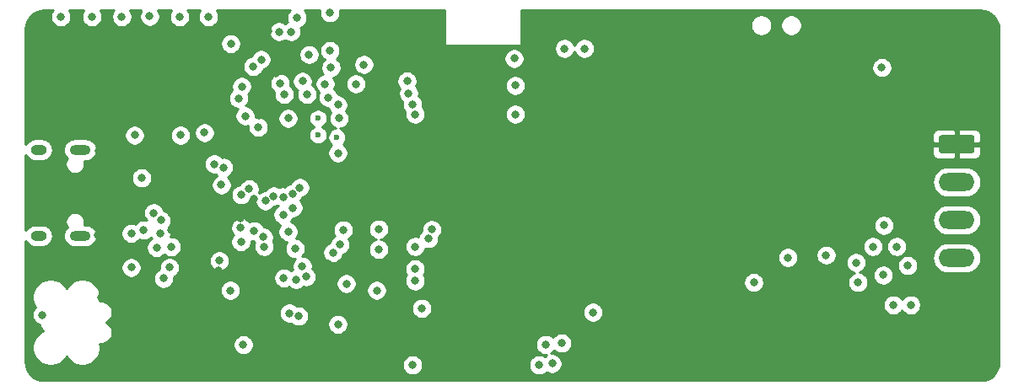
<source format=gbr>
%TF.GenerationSoftware,KiCad,Pcbnew,(5.1.10-1-10_14)*%
%TF.CreationDate,2021-07-19T22:49:48+10:00*%
%TF.ProjectId,samd21_gps_tracker,73616d64-3231-45f6-9770-735f74726163,rev?*%
%TF.SameCoordinates,Original*%
%TF.FileFunction,Copper,L2,Inr*%
%TF.FilePolarity,Positive*%
%FSLAX46Y46*%
G04 Gerber Fmt 4.6, Leading zero omitted, Abs format (unit mm)*
G04 Created by KiCad (PCBNEW (5.1.10-1-10_14)) date 2021-07-19 22:49:48*
%MOMM*%
%LPD*%
G01*
G04 APERTURE LIST*
%TA.AperFunction,ComponentPad*%
%ADD10O,2.100000X1.000000*%
%TD*%
%TA.AperFunction,ComponentPad*%
%ADD11O,1.600000X1.000000*%
%TD*%
%TA.AperFunction,ComponentPad*%
%ADD12O,3.600000X1.800000*%
%TD*%
%TA.AperFunction,ViaPad*%
%ADD13C,0.800000*%
%TD*%
%TA.AperFunction,ViaPad*%
%ADD14C,0.600000*%
%TD*%
%TA.AperFunction,Conductor*%
%ADD15C,0.254000*%
%TD*%
%TA.AperFunction,Conductor*%
%ADD16C,0.100000*%
%TD*%
G04 APERTURE END LIST*
D10*
%TO.N,*%
%TO.C,J5*%
X144630000Y-52180000D03*
X144630000Y-60820000D03*
D11*
X140450000Y-60820000D03*
X140450000Y-52180000D03*
%TD*%
%TO.N,GND*%
%TO.C,J2*%
%TA.AperFunction,ComponentPad*%
G36*
G01*
X231050000Y-50700000D02*
X234150000Y-50700000D01*
G75*
G02*
X234400000Y-50950000I0J-250000D01*
G01*
X234400000Y-52250000D01*
G75*
G02*
X234150000Y-52500000I-250000J0D01*
G01*
X231050000Y-52500000D01*
G75*
G02*
X230800000Y-52250000I0J250000D01*
G01*
X230800000Y-50950000D01*
G75*
G02*
X231050000Y-50700000I250000J0D01*
G01*
G37*
%TD.AperFunction*%
D12*
%TO.N,VIN*%
X232600000Y-55410000D03*
%TO.N,CH*%
X232600000Y-59220000D03*
%TO.N,CL*%
X232600000Y-63030000D03*
%TD*%
D13*
%TO.N,GND*%
X174750000Y-43500000D03*
X146750000Y-67000000D03*
X156750000Y-70000000D03*
X180250000Y-71500000D03*
X180000000Y-69500000D03*
X153750000Y-60250000D03*
X169250000Y-59000000D03*
X187000000Y-53250000D03*
X191500000Y-47750000D03*
X191500000Y-46750000D03*
X195250000Y-43500000D03*
X191750000Y-42000000D03*
X197750000Y-40750000D03*
X192500000Y-39750000D03*
X198500000Y-46000000D03*
X201250000Y-45500000D03*
X203000000Y-50000000D03*
X205500000Y-49500000D03*
X195250000Y-52500000D03*
X197500000Y-54500000D03*
X199750000Y-52500000D03*
X195250000Y-56250000D03*
X208500000Y-65500000D03*
X228000000Y-71750000D03*
X229250000Y-70000000D03*
X217000000Y-55750000D03*
X213000000Y-58000000D03*
X213000000Y-59250000D03*
X213000000Y-60500000D03*
X213000000Y-61750000D03*
X219750000Y-51250000D03*
X224000000Y-56500000D03*
X226750000Y-56500000D03*
X185000000Y-70500000D03*
X188000000Y-70500000D03*
X189250000Y-70500000D03*
X164250000Y-44500000D03*
X165750000Y-44500000D03*
X163500000Y-40250000D03*
X160750000Y-39250000D03*
X161750000Y-39250000D03*
X162750000Y-39250000D03*
X146500000Y-52250000D03*
X158181520Y-68676592D03*
X159000000Y-74250000D03*
X161000000Y-74250000D03*
X163249998Y-74000000D03*
X167250000Y-74000000D03*
X171250000Y-74000000D03*
X149250000Y-58750000D03*
X178400000Y-38600000D03*
X178400000Y-39700000D03*
X151157948Y-70092052D03*
X197750000Y-38760510D03*
X162800002Y-71700000D03*
X159900000Y-68600000D03*
X171485543Y-56483504D03*
X152200000Y-52000000D03*
X149100000Y-54400000D03*
X174400000Y-68200000D03*
X160727701Y-59033455D03*
X169200002Y-57000000D03*
X181800000Y-52600000D03*
X169500000Y-54181468D03*
X167500000Y-54181468D03*
X182500000Y-67300000D03*
X182600000Y-47500000D03*
X172504632Y-50317667D03*
X174800000Y-51500000D03*
X182600000Y-46300000D03*
X162100000Y-57100000D03*
X164000002Y-67000000D03*
X232000000Y-40000000D03*
X235000000Y-42000000D03*
X210000000Y-49000000D03*
X210000000Y-45000000D03*
X206000000Y-43000000D03*
X199970000Y-41650000D03*
X184000000Y-64000000D03*
X189000000Y-64000000D03*
X189000000Y-59000000D03*
X148000000Y-73000000D03*
X154000000Y-72000000D03*
X141000000Y-58000000D03*
X141000000Y-56000000D03*
X141000000Y-54000000D03*
X140000000Y-45000000D03*
X143000000Y-45000000D03*
X146500000Y-45000000D03*
X153250000Y-45000000D03*
X199970000Y-43550000D03*
X223790000Y-57930000D03*
X226940000Y-57930000D03*
X222840000Y-49260000D03*
X222990000Y-46340000D03*
X219710000Y-46340000D03*
X219710000Y-43490000D03*
X219740000Y-48750000D03*
X217120000Y-46340000D03*
X217120000Y-51290000D03*
X181400000Y-72800000D03*
X155800000Y-72000000D03*
X157600000Y-72000000D03*
X152400000Y-72000000D03*
X153600000Y-66800000D03*
X158400000Y-70600000D03*
X151432948Y-66832948D03*
X151200000Y-72000000D03*
X152600000Y-68000000D03*
X151000000Y-68400000D03*
X149400000Y-68600000D03*
X149400000Y-70200000D03*
X155600000Y-68000000D03*
X228400000Y-59200000D03*
X229600000Y-61000000D03*
X230800000Y-65600000D03*
X230800000Y-68000000D03*
X223000000Y-72000000D03*
X219000000Y-72000000D03*
X214750000Y-68000000D03*
X214750000Y-65000000D03*
X214500000Y-55500000D03*
X214500000Y-52000000D03*
X214500000Y-47750000D03*
X204750000Y-56250000D03*
X217000000Y-43000000D03*
X142500000Y-62000000D03*
X174750000Y-42000000D03*
X156200000Y-45000000D03*
X149800000Y-45000000D03*
X157700000Y-43100000D03*
X157700000Y-41300000D03*
X146382990Y-60750000D03*
X233700000Y-65900000D03*
X229800000Y-47700000D03*
X232200000Y-48700000D03*
X189100000Y-72800000D03*
X229400000Y-43300000D03*
X158100000Y-49300000D03*
X154500000Y-49300000D03*
X147500000Y-49300000D03*
X144000000Y-49300002D03*
X140500000Y-49300000D03*
X159700000Y-52100000D03*
X149600000Y-49500000D03*
X152700000Y-49800000D03*
X157800000Y-52100000D03*
X153788715Y-58538715D03*
X152200000Y-56900000D03*
X158500000Y-65300000D03*
X158500002Y-64300000D03*
X162500000Y-46815479D03*
X162600000Y-48700000D03*
X232700000Y-74100000D03*
X235900000Y-74100000D03*
X236000000Y-71000000D03*
X195700000Y-65900000D03*
X197683287Y-70115855D03*
X199581907Y-68905041D03*
X171300000Y-63600000D03*
X169500000Y-63600000D03*
X183900000Y-72800000D03*
X203000000Y-73500000D03*
X205500000Y-73500000D03*
X208000000Y-73500000D03*
X206500000Y-71750000D03*
X204500000Y-71750000D03*
X212000000Y-68000000D03*
X209500000Y-68000000D03*
X207750000Y-63250000D03*
X206500000Y-64250000D03*
X214500000Y-72000000D03*
X161846986Y-64767002D03*
%TO.N,+3V3*%
X154600000Y-38800000D03*
X212250000Y-65500000D03*
X195250000Y-42000000D03*
X222500000Y-63500000D03*
X222700000Y-65500000D03*
X227700000Y-63800000D03*
X225250000Y-64750000D03*
X226250000Y-67750000D03*
X228000000Y-67750000D03*
X226600000Y-61900000D03*
X224200000Y-61900000D03*
X225300000Y-59750000D03*
X140835032Y-68750000D03*
X151600000Y-38760510D03*
X157500000Y-38800000D03*
X165623474Y-68580185D03*
X153600000Y-64000000D03*
X153750000Y-61910510D03*
X173100000Y-43600000D03*
X148800000Y-38800000D03*
X145800000Y-38800000D03*
X142700000Y-38800000D03*
X196100000Y-68500000D03*
X169800000Y-43900000D03*
X170500000Y-69700000D03*
%TO.N,VIN*%
X157100000Y-50448999D03*
X225100000Y-43900000D03*
%TO.N,LoRa_VCC*%
X169211276Y-45549490D03*
X172300000Y-45549490D03*
X160532719Y-47000000D03*
%TO.N,Net-(C15-Pad1)*%
X193250000Y-42000000D03*
X169700619Y-38411968D03*
X188200000Y-43000000D03*
X169700619Y-42199379D03*
D14*
%TO.N,Net-(C22-Pad1)*%
X170400000Y-50900000D03*
%TO.N,Net-(C23-Pad1)*%
X168500000Y-50700000D03*
%TO.N,Net-(C24-Pad1)*%
X168500000Y-49000000D03*
D13*
%TO.N,SIM_VDD*%
X178900000Y-68100000D03*
X177436699Y-45264198D03*
%TO.N,Net-(C26-Pad1)*%
X161000000Y-71750000D03*
%TO.N,SWDIO*%
X152000000Y-58500000D03*
X151000000Y-60250000D03*
%TO.N,~Reset*%
X160750004Y-60000209D03*
X159699998Y-66300000D03*
%TO.N,SWCLK*%
X152750000Y-59250000D03*
X149761466Y-60568572D03*
%TO.N,STATUS_LED*%
X165500000Y-60400000D03*
X158800000Y-55700000D03*
%TO.N,PPS*%
X166678075Y-55963720D03*
X150800000Y-55000000D03*
%TO.N,GPS_ON*%
X167600000Y-42600000D03*
X166400000Y-38900000D03*
%TO.N,SDA*%
X188300000Y-48600000D03*
X167400000Y-46600000D03*
X164052188Y-56817983D03*
X165100000Y-46600000D03*
%TO.N,SCL*%
X188300000Y-45700000D03*
X166950661Y-45279779D03*
X163220624Y-57311555D03*
X164700000Y-45500000D03*
%TO.N,RN_RST*%
X163100000Y-61900000D03*
X170000000Y-62500000D03*
X158600000Y-63310032D03*
X160771562Y-61415479D03*
%TO.N,CAN_RST*%
X149750000Y-64000000D03*
X152300000Y-62000000D03*
%TO.N,INT1*%
X162000000Y-43800000D03*
X161183229Y-48767600D03*
X160843222Y-45803329D03*
X162500000Y-49900000D03*
%TO.N,INT2*%
X162800000Y-43100000D03*
X165800000Y-40300000D03*
%TO.N,SIM_DATA*%
X170500000Y-47650500D03*
X178000000Y-47600000D03*
X178249490Y-64138258D03*
%TO.N,SIM_CLK*%
X170600000Y-49000000D03*
X178249490Y-48602194D03*
X178249490Y-61900000D03*
%TO.N,SIM_RST*%
X177600000Y-46500000D03*
X169500000Y-46900000D03*
X178249490Y-65336584D03*
%TO.N,~EN*%
X219500000Y-62750000D03*
X215665989Y-62999991D03*
%TO.N,GPS_TX*%
X165015603Y-56901305D03*
%TO.N,GPS_RX*%
X165923559Y-56568549D03*
%TO.N,RN_RX*%
X165000000Y-58700000D03*
X174586357Y-62160312D03*
X170700000Y-61700000D03*
X179607798Y-61092749D03*
%TO.N,RN_TX*%
X166000000Y-58000000D03*
X174593171Y-60135510D03*
X171028281Y-60228281D03*
X179921847Y-60178153D03*
%TO.N,D11-MOSI*%
X191340869Y-71740869D03*
X166927416Y-63872584D03*
%TO.N,D13-SCK*%
X167303989Y-64927950D03*
X192962064Y-71586890D03*
%TO.N,D10-SS*%
X166300000Y-65200000D03*
X190684430Y-73789629D03*
%TO.N,D12-MISO*%
X165066936Y-65045584D03*
X192000000Y-73644968D03*
%TO.N,STATUS*%
X163027007Y-60935747D03*
X161596197Y-56098003D03*
X159000000Y-53939490D03*
%TO.N,NETLIGHT*%
X162100000Y-60300000D03*
X160778988Y-56700000D03*
X158085679Y-53591119D03*
%TO.N,SIM_PWRKEY*%
X166542067Y-68882341D03*
%TO.N,SIM_TXD*%
X174400000Y-66300000D03*
%TO.N,SIM_RXD*%
X171342012Y-65624173D03*
%TO.N,BATT_ADC*%
X166200000Y-62100000D03*
X178000000Y-73800000D03*
%TO.N,3V3*%
X150100000Y-50700000D03*
X154700000Y-50700000D03*
X152700000Y-60600000D03*
X153000000Y-65100000D03*
X164600000Y-40300000D03*
X159749999Y-41500000D03*
X165500000Y-49000000D03*
X170500000Y-52500000D03*
%TD*%
D15*
%TO.N,GND*%
X141782795Y-38309744D02*
X141704774Y-38498102D01*
X141665000Y-38698061D01*
X141665000Y-38901939D01*
X141704774Y-39101898D01*
X141782795Y-39290256D01*
X141896063Y-39459774D01*
X142040226Y-39603937D01*
X142209744Y-39717205D01*
X142398102Y-39795226D01*
X142598061Y-39835000D01*
X142801939Y-39835000D01*
X143001898Y-39795226D01*
X143190256Y-39717205D01*
X143359774Y-39603937D01*
X143503937Y-39459774D01*
X143617205Y-39290256D01*
X143695226Y-39101898D01*
X143735000Y-38901939D01*
X143735000Y-38698061D01*
X143695226Y-38498102D01*
X143617205Y-38309744D01*
X143517150Y-38160000D01*
X144982850Y-38160000D01*
X144882795Y-38309744D01*
X144804774Y-38498102D01*
X144765000Y-38698061D01*
X144765000Y-38901939D01*
X144804774Y-39101898D01*
X144882795Y-39290256D01*
X144996063Y-39459774D01*
X145140226Y-39603937D01*
X145309744Y-39717205D01*
X145498102Y-39795226D01*
X145698061Y-39835000D01*
X145901939Y-39835000D01*
X146101898Y-39795226D01*
X146290256Y-39717205D01*
X146459774Y-39603937D01*
X146603937Y-39459774D01*
X146717205Y-39290256D01*
X146795226Y-39101898D01*
X146835000Y-38901939D01*
X146835000Y-38698061D01*
X146795226Y-38498102D01*
X146717205Y-38309744D01*
X146617150Y-38160000D01*
X147982850Y-38160000D01*
X147882795Y-38309744D01*
X147804774Y-38498102D01*
X147765000Y-38698061D01*
X147765000Y-38901939D01*
X147804774Y-39101898D01*
X147882795Y-39290256D01*
X147996063Y-39459774D01*
X148140226Y-39603937D01*
X148309744Y-39717205D01*
X148498102Y-39795226D01*
X148698061Y-39835000D01*
X148901939Y-39835000D01*
X149101898Y-39795226D01*
X149290256Y-39717205D01*
X149459774Y-39603937D01*
X149603937Y-39459774D01*
X149717205Y-39290256D01*
X149795226Y-39101898D01*
X149835000Y-38901939D01*
X149835000Y-38698061D01*
X149795226Y-38498102D01*
X149717205Y-38309744D01*
X149617150Y-38160000D01*
X150756464Y-38160000D01*
X150682795Y-38270254D01*
X150604774Y-38458612D01*
X150565000Y-38658571D01*
X150565000Y-38862449D01*
X150604774Y-39062408D01*
X150682795Y-39250766D01*
X150796063Y-39420284D01*
X150940226Y-39564447D01*
X151109744Y-39677715D01*
X151298102Y-39755736D01*
X151498061Y-39795510D01*
X151701939Y-39795510D01*
X151901898Y-39755736D01*
X152090256Y-39677715D01*
X152259774Y-39564447D01*
X152403937Y-39420284D01*
X152517205Y-39250766D01*
X152595226Y-39062408D01*
X152635000Y-38862449D01*
X152635000Y-38658571D01*
X152595226Y-38458612D01*
X152517205Y-38270254D01*
X152443536Y-38160000D01*
X153782850Y-38160000D01*
X153682795Y-38309744D01*
X153604774Y-38498102D01*
X153565000Y-38698061D01*
X153565000Y-38901939D01*
X153604774Y-39101898D01*
X153682795Y-39290256D01*
X153796063Y-39459774D01*
X153940226Y-39603937D01*
X154109744Y-39717205D01*
X154298102Y-39795226D01*
X154498061Y-39835000D01*
X154701939Y-39835000D01*
X154901898Y-39795226D01*
X155090256Y-39717205D01*
X155259774Y-39603937D01*
X155403937Y-39459774D01*
X155517205Y-39290256D01*
X155595226Y-39101898D01*
X155635000Y-38901939D01*
X155635000Y-38698061D01*
X155595226Y-38498102D01*
X155517205Y-38309744D01*
X155417150Y-38160000D01*
X156682850Y-38160000D01*
X156582795Y-38309744D01*
X156504774Y-38498102D01*
X156465000Y-38698061D01*
X156465000Y-38901939D01*
X156504774Y-39101898D01*
X156582795Y-39290256D01*
X156696063Y-39459774D01*
X156840226Y-39603937D01*
X157009744Y-39717205D01*
X157198102Y-39795226D01*
X157398061Y-39835000D01*
X157601939Y-39835000D01*
X157801898Y-39795226D01*
X157990256Y-39717205D01*
X158159774Y-39603937D01*
X158303937Y-39459774D01*
X158417205Y-39290256D01*
X158495226Y-39101898D01*
X158535000Y-38901939D01*
X158535000Y-38698061D01*
X158495226Y-38498102D01*
X158417205Y-38309744D01*
X158317150Y-38160000D01*
X165676289Y-38160000D01*
X165596063Y-38240226D01*
X165482795Y-38409744D01*
X165404774Y-38598102D01*
X165365000Y-38798061D01*
X165365000Y-39001939D01*
X165404774Y-39201898D01*
X165454814Y-39322705D01*
X165309744Y-39382795D01*
X165200000Y-39456123D01*
X165090256Y-39382795D01*
X164901898Y-39304774D01*
X164701939Y-39265000D01*
X164498061Y-39265000D01*
X164298102Y-39304774D01*
X164109744Y-39382795D01*
X163940226Y-39496063D01*
X163796063Y-39640226D01*
X163682795Y-39809744D01*
X163604774Y-39998102D01*
X163565000Y-40198061D01*
X163565000Y-40401939D01*
X163604774Y-40601898D01*
X163682795Y-40790256D01*
X163796063Y-40959774D01*
X163940226Y-41103937D01*
X164109744Y-41217205D01*
X164298102Y-41295226D01*
X164498061Y-41335000D01*
X164701939Y-41335000D01*
X164901898Y-41295226D01*
X165090256Y-41217205D01*
X165200000Y-41143877D01*
X165309744Y-41217205D01*
X165498102Y-41295226D01*
X165698061Y-41335000D01*
X165901939Y-41335000D01*
X166101898Y-41295226D01*
X166290256Y-41217205D01*
X166459774Y-41103937D01*
X166603937Y-40959774D01*
X166717205Y-40790256D01*
X166795226Y-40601898D01*
X166835000Y-40401939D01*
X166835000Y-40198061D01*
X166795226Y-39998102D01*
X166745186Y-39877295D01*
X166890256Y-39817205D01*
X167059774Y-39703937D01*
X167203937Y-39559774D01*
X167317205Y-39390256D01*
X167395226Y-39201898D01*
X167435000Y-39001939D01*
X167435000Y-38798061D01*
X167395226Y-38598102D01*
X167317205Y-38409744D01*
X167203937Y-38240226D01*
X167123711Y-38160000D01*
X168695461Y-38160000D01*
X168665619Y-38310029D01*
X168665619Y-38513907D01*
X168705393Y-38713866D01*
X168783414Y-38902224D01*
X168896682Y-39071742D01*
X169040845Y-39215905D01*
X169210363Y-39329173D01*
X169398721Y-39407194D01*
X169598680Y-39446968D01*
X169802558Y-39446968D01*
X170002517Y-39407194D01*
X170190875Y-39329173D01*
X170360393Y-39215905D01*
X170504556Y-39071742D01*
X170617824Y-38902224D01*
X170695845Y-38713866D01*
X170735619Y-38513907D01*
X170735619Y-38310029D01*
X170705777Y-38160000D01*
X181173000Y-38160000D01*
X181173000Y-41600000D01*
X181175440Y-41624776D01*
X181182667Y-41648601D01*
X181194403Y-41670557D01*
X181210197Y-41689803D01*
X181229443Y-41705597D01*
X181251399Y-41717333D01*
X181275224Y-41724560D01*
X181300000Y-41727000D01*
X188800000Y-41727000D01*
X188824776Y-41724560D01*
X188848601Y-41717333D01*
X188870557Y-41705597D01*
X188889803Y-41689803D01*
X188905597Y-41670557D01*
X188917333Y-41648601D01*
X188924560Y-41624776D01*
X188927000Y-41600000D01*
X188927000Y-39563137D01*
X211915000Y-39563137D01*
X211915000Y-39776863D01*
X211956696Y-39986483D01*
X212038485Y-40183940D01*
X212157225Y-40361647D01*
X212308353Y-40512775D01*
X212486060Y-40631515D01*
X212683517Y-40713304D01*
X212893137Y-40755000D01*
X213106863Y-40755000D01*
X213316483Y-40713304D01*
X213513940Y-40631515D01*
X213691647Y-40512775D01*
X213842775Y-40361647D01*
X213961515Y-40183940D01*
X214043304Y-39986483D01*
X214085000Y-39776863D01*
X214085000Y-39563137D01*
X214915000Y-39563137D01*
X214915000Y-39776863D01*
X214956696Y-39986483D01*
X215038485Y-40183940D01*
X215157225Y-40361647D01*
X215308353Y-40512775D01*
X215486060Y-40631515D01*
X215683517Y-40713304D01*
X215893137Y-40755000D01*
X216106863Y-40755000D01*
X216316483Y-40713304D01*
X216513940Y-40631515D01*
X216691647Y-40512775D01*
X216842775Y-40361647D01*
X216961515Y-40183940D01*
X217043304Y-39986483D01*
X217085000Y-39776863D01*
X217085000Y-39563137D01*
X217043304Y-39353517D01*
X216961515Y-39156060D01*
X216842775Y-38978353D01*
X216691647Y-38827225D01*
X216513940Y-38708485D01*
X216316483Y-38626696D01*
X216106863Y-38585000D01*
X215893137Y-38585000D01*
X215683517Y-38626696D01*
X215486060Y-38708485D01*
X215308353Y-38827225D01*
X215157225Y-38978353D01*
X215038485Y-39156060D01*
X214956696Y-39353517D01*
X214915000Y-39563137D01*
X214085000Y-39563137D01*
X214043304Y-39353517D01*
X213961515Y-39156060D01*
X213842775Y-38978353D01*
X213691647Y-38827225D01*
X213513940Y-38708485D01*
X213316483Y-38626696D01*
X213106863Y-38585000D01*
X212893137Y-38585000D01*
X212683517Y-38626696D01*
X212486060Y-38708485D01*
X212308353Y-38827225D01*
X212157225Y-38978353D01*
X212038485Y-39156060D01*
X211956696Y-39353517D01*
X211915000Y-39563137D01*
X188927000Y-39563137D01*
X188927000Y-38160000D01*
X234967721Y-38160000D01*
X235356775Y-38198147D01*
X235699967Y-38301763D01*
X236016489Y-38470062D01*
X236294299Y-38696637D01*
X236522806Y-38972856D01*
X236693310Y-39288197D01*
X236799319Y-39630656D01*
X236840000Y-40017712D01*
X236840001Y-73467711D01*
X236801853Y-73856776D01*
X236698238Y-74199964D01*
X236529939Y-74516489D01*
X236303365Y-74794296D01*
X236027146Y-75022805D01*
X235711803Y-75193310D01*
X235369344Y-75299319D01*
X234982288Y-75340000D01*
X141032279Y-75340000D01*
X140643224Y-75301853D01*
X140300036Y-75198238D01*
X139983511Y-75029939D01*
X139705704Y-74803365D01*
X139477195Y-74527146D01*
X139306690Y-74211803D01*
X139200681Y-73869344D01*
X139160000Y-73482288D01*
X139160000Y-68648061D01*
X139800032Y-68648061D01*
X139800032Y-68851939D01*
X139839806Y-69051898D01*
X139917827Y-69240256D01*
X140031095Y-69409774D01*
X140175258Y-69553937D01*
X140344776Y-69667205D01*
X140533134Y-69745226D01*
X140557291Y-69750031D01*
X140573137Y-69829696D01*
X140658341Y-70035398D01*
X140782039Y-70220524D01*
X140930909Y-70369394D01*
X140796746Y-70424966D01*
X140498256Y-70624411D01*
X140244411Y-70878256D01*
X140044966Y-71176746D01*
X139907586Y-71508411D01*
X139837550Y-71860504D01*
X139837550Y-72219496D01*
X139907586Y-72571589D01*
X140044966Y-72903254D01*
X140244411Y-73201744D01*
X140498256Y-73455589D01*
X140796746Y-73655034D01*
X141128411Y-73792414D01*
X141480504Y-73862450D01*
X141839496Y-73862450D01*
X142191589Y-73792414D01*
X142523254Y-73655034D01*
X142821744Y-73455589D01*
X143075589Y-73201744D01*
X143247500Y-72944461D01*
X143419411Y-73201744D01*
X143673256Y-73455589D01*
X143971746Y-73655034D01*
X144303411Y-73792414D01*
X144655504Y-73862450D01*
X145014496Y-73862450D01*
X145366589Y-73792414D01*
X145594377Y-73698061D01*
X176965000Y-73698061D01*
X176965000Y-73901939D01*
X177004774Y-74101898D01*
X177082795Y-74290256D01*
X177196063Y-74459774D01*
X177340226Y-74603937D01*
X177509744Y-74717205D01*
X177698102Y-74795226D01*
X177898061Y-74835000D01*
X178101939Y-74835000D01*
X178301898Y-74795226D01*
X178490256Y-74717205D01*
X178659774Y-74603937D01*
X178803937Y-74459774D01*
X178917205Y-74290256D01*
X178995226Y-74101898D01*
X179035000Y-73901939D01*
X179035000Y-73698061D01*
X179032938Y-73687690D01*
X189649430Y-73687690D01*
X189649430Y-73891568D01*
X189689204Y-74091527D01*
X189767225Y-74279885D01*
X189880493Y-74449403D01*
X190024656Y-74593566D01*
X190194174Y-74706834D01*
X190382532Y-74784855D01*
X190582491Y-74824629D01*
X190786369Y-74824629D01*
X190986328Y-74784855D01*
X191174686Y-74706834D01*
X191344204Y-74593566D01*
X191429329Y-74508441D01*
X191509744Y-74562173D01*
X191698102Y-74640194D01*
X191898061Y-74679968D01*
X192101939Y-74679968D01*
X192301898Y-74640194D01*
X192490256Y-74562173D01*
X192659774Y-74448905D01*
X192803937Y-74304742D01*
X192917205Y-74135224D01*
X192995226Y-73946866D01*
X193035000Y-73746907D01*
X193035000Y-73543029D01*
X192995226Y-73343070D01*
X192917205Y-73154712D01*
X192803937Y-72985194D01*
X192659774Y-72841031D01*
X192490256Y-72727763D01*
X192301898Y-72649742D01*
X192101939Y-72609968D01*
X191903121Y-72609968D01*
X192000643Y-72544806D01*
X192144806Y-72400643D01*
X192211817Y-72300354D01*
X192302290Y-72390827D01*
X192471808Y-72504095D01*
X192660166Y-72582116D01*
X192860125Y-72621890D01*
X193064003Y-72621890D01*
X193263962Y-72582116D01*
X193452320Y-72504095D01*
X193621838Y-72390827D01*
X193766001Y-72246664D01*
X193879269Y-72077146D01*
X193957290Y-71888788D01*
X193997064Y-71688829D01*
X193997064Y-71484951D01*
X193957290Y-71284992D01*
X193879269Y-71096634D01*
X193766001Y-70927116D01*
X193621838Y-70782953D01*
X193452320Y-70669685D01*
X193263962Y-70591664D01*
X193064003Y-70551890D01*
X192860125Y-70551890D01*
X192660166Y-70591664D01*
X192471808Y-70669685D01*
X192302290Y-70782953D01*
X192158127Y-70927116D01*
X192091116Y-71027405D01*
X192000643Y-70936932D01*
X191831125Y-70823664D01*
X191642767Y-70745643D01*
X191442808Y-70705869D01*
X191238930Y-70705869D01*
X191038971Y-70745643D01*
X190850613Y-70823664D01*
X190681095Y-70936932D01*
X190536932Y-71081095D01*
X190423664Y-71250613D01*
X190345643Y-71438971D01*
X190305869Y-71638930D01*
X190305869Y-71842808D01*
X190345643Y-72042767D01*
X190423664Y-72231125D01*
X190536932Y-72400643D01*
X190681095Y-72544806D01*
X190850613Y-72658074D01*
X191038971Y-72736095D01*
X191238930Y-72775869D01*
X191437748Y-72775869D01*
X191340226Y-72841031D01*
X191255101Y-72926156D01*
X191174686Y-72872424D01*
X190986328Y-72794403D01*
X190786369Y-72754629D01*
X190582491Y-72754629D01*
X190382532Y-72794403D01*
X190194174Y-72872424D01*
X190024656Y-72985692D01*
X189880493Y-73129855D01*
X189767225Y-73299373D01*
X189689204Y-73487731D01*
X189649430Y-73687690D01*
X179032938Y-73687690D01*
X178995226Y-73498102D01*
X178917205Y-73309744D01*
X178803937Y-73140226D01*
X178659774Y-72996063D01*
X178490256Y-72882795D01*
X178301898Y-72804774D01*
X178101939Y-72765000D01*
X177898061Y-72765000D01*
X177698102Y-72804774D01*
X177509744Y-72882795D01*
X177340226Y-72996063D01*
X177196063Y-73140226D01*
X177082795Y-73309744D01*
X177004774Y-73498102D01*
X176965000Y-73698061D01*
X145594377Y-73698061D01*
X145698254Y-73655034D01*
X145996744Y-73455589D01*
X146250589Y-73201744D01*
X146450034Y-72903254D01*
X146587414Y-72571589D01*
X146657450Y-72219496D01*
X146657450Y-71860504D01*
X146615193Y-71648061D01*
X159965000Y-71648061D01*
X159965000Y-71851939D01*
X160004774Y-72051898D01*
X160082795Y-72240256D01*
X160196063Y-72409774D01*
X160340226Y-72553937D01*
X160509744Y-72667205D01*
X160698102Y-72745226D01*
X160898061Y-72785000D01*
X161101939Y-72785000D01*
X161301898Y-72745226D01*
X161490256Y-72667205D01*
X161659774Y-72553937D01*
X161803937Y-72409774D01*
X161917205Y-72240256D01*
X161995226Y-72051898D01*
X162035000Y-71851939D01*
X162035000Y-71648061D01*
X161995226Y-71448102D01*
X161917205Y-71259744D01*
X161803937Y-71090226D01*
X161659774Y-70946063D01*
X161490256Y-70832795D01*
X161301898Y-70754774D01*
X161101939Y-70715000D01*
X160898061Y-70715000D01*
X160698102Y-70754774D01*
X160509744Y-70832795D01*
X160340226Y-70946063D01*
X160196063Y-71090226D01*
X160082795Y-71259744D01*
X160004774Y-71448102D01*
X159965000Y-71648061D01*
X146615193Y-71648061D01*
X146614272Y-71643435D01*
X146628675Y-71646300D01*
X146851325Y-71646300D01*
X147069696Y-71602863D01*
X147275398Y-71517659D01*
X147460524Y-71393961D01*
X147617961Y-71236524D01*
X147741659Y-71051398D01*
X147826863Y-70845696D01*
X147870300Y-70627325D01*
X147870300Y-70404675D01*
X147826863Y-70186304D01*
X147741659Y-69980602D01*
X147617961Y-69795476D01*
X147460524Y-69638039D01*
X147275398Y-69514341D01*
X147240776Y-69500000D01*
X147275398Y-69485659D01*
X147460524Y-69361961D01*
X147617961Y-69204524D01*
X147741659Y-69019398D01*
X147826863Y-68813696D01*
X147870300Y-68595325D01*
X147870300Y-68478246D01*
X164588474Y-68478246D01*
X164588474Y-68682124D01*
X164628248Y-68882083D01*
X164706269Y-69070441D01*
X164819537Y-69239959D01*
X164963700Y-69384122D01*
X165133218Y-69497390D01*
X165321576Y-69575411D01*
X165521535Y-69615185D01*
X165725413Y-69615185D01*
X165796967Y-69600952D01*
X165882293Y-69686278D01*
X166051811Y-69799546D01*
X166240169Y-69877567D01*
X166440128Y-69917341D01*
X166644006Y-69917341D01*
X166843965Y-69877567D01*
X167032323Y-69799546D01*
X167201841Y-69686278D01*
X167290058Y-69598061D01*
X169465000Y-69598061D01*
X169465000Y-69801939D01*
X169504774Y-70001898D01*
X169582795Y-70190256D01*
X169696063Y-70359774D01*
X169840226Y-70503937D01*
X170009744Y-70617205D01*
X170198102Y-70695226D01*
X170398061Y-70735000D01*
X170601939Y-70735000D01*
X170801898Y-70695226D01*
X170990256Y-70617205D01*
X171159774Y-70503937D01*
X171303937Y-70359774D01*
X171417205Y-70190256D01*
X171495226Y-70001898D01*
X171535000Y-69801939D01*
X171535000Y-69598061D01*
X171495226Y-69398102D01*
X171417205Y-69209744D01*
X171303937Y-69040226D01*
X171159774Y-68896063D01*
X170990256Y-68782795D01*
X170801898Y-68704774D01*
X170601939Y-68665000D01*
X170398061Y-68665000D01*
X170198102Y-68704774D01*
X170009744Y-68782795D01*
X169840226Y-68896063D01*
X169696063Y-69040226D01*
X169582795Y-69209744D01*
X169504774Y-69398102D01*
X169465000Y-69598061D01*
X167290058Y-69598061D01*
X167346004Y-69542115D01*
X167459272Y-69372597D01*
X167537293Y-69184239D01*
X167577067Y-68984280D01*
X167577067Y-68780402D01*
X167537293Y-68580443D01*
X167459272Y-68392085D01*
X167346004Y-68222567D01*
X167201841Y-68078404D01*
X167081599Y-67998061D01*
X177865000Y-67998061D01*
X177865000Y-68201939D01*
X177904774Y-68401898D01*
X177982795Y-68590256D01*
X178096063Y-68759774D01*
X178240226Y-68903937D01*
X178409744Y-69017205D01*
X178598102Y-69095226D01*
X178798061Y-69135000D01*
X179001939Y-69135000D01*
X179201898Y-69095226D01*
X179390256Y-69017205D01*
X179559774Y-68903937D01*
X179703937Y-68759774D01*
X179817205Y-68590256D01*
X179895226Y-68401898D01*
X179895989Y-68398061D01*
X195065000Y-68398061D01*
X195065000Y-68601939D01*
X195104774Y-68801898D01*
X195182795Y-68990256D01*
X195296063Y-69159774D01*
X195440226Y-69303937D01*
X195609744Y-69417205D01*
X195798102Y-69495226D01*
X195998061Y-69535000D01*
X196201939Y-69535000D01*
X196401898Y-69495226D01*
X196590256Y-69417205D01*
X196759774Y-69303937D01*
X196903937Y-69159774D01*
X197017205Y-68990256D01*
X197095226Y-68801898D01*
X197135000Y-68601939D01*
X197135000Y-68398061D01*
X197095226Y-68198102D01*
X197017205Y-68009744D01*
X196903937Y-67840226D01*
X196759774Y-67696063D01*
X196687934Y-67648061D01*
X225215000Y-67648061D01*
X225215000Y-67851939D01*
X225254774Y-68051898D01*
X225332795Y-68240256D01*
X225446063Y-68409774D01*
X225590226Y-68553937D01*
X225759744Y-68667205D01*
X225948102Y-68745226D01*
X226148061Y-68785000D01*
X226351939Y-68785000D01*
X226551898Y-68745226D01*
X226740256Y-68667205D01*
X226909774Y-68553937D01*
X227053937Y-68409774D01*
X227125000Y-68303420D01*
X227196063Y-68409774D01*
X227340226Y-68553937D01*
X227509744Y-68667205D01*
X227698102Y-68745226D01*
X227898061Y-68785000D01*
X228101939Y-68785000D01*
X228301898Y-68745226D01*
X228490256Y-68667205D01*
X228659774Y-68553937D01*
X228803937Y-68409774D01*
X228917205Y-68240256D01*
X228995226Y-68051898D01*
X229035000Y-67851939D01*
X229035000Y-67648061D01*
X228995226Y-67448102D01*
X228917205Y-67259744D01*
X228803937Y-67090226D01*
X228659774Y-66946063D01*
X228490256Y-66832795D01*
X228301898Y-66754774D01*
X228101939Y-66715000D01*
X227898061Y-66715000D01*
X227698102Y-66754774D01*
X227509744Y-66832795D01*
X227340226Y-66946063D01*
X227196063Y-67090226D01*
X227125000Y-67196580D01*
X227053937Y-67090226D01*
X226909774Y-66946063D01*
X226740256Y-66832795D01*
X226551898Y-66754774D01*
X226351939Y-66715000D01*
X226148061Y-66715000D01*
X225948102Y-66754774D01*
X225759744Y-66832795D01*
X225590226Y-66946063D01*
X225446063Y-67090226D01*
X225332795Y-67259744D01*
X225254774Y-67448102D01*
X225215000Y-67648061D01*
X196687934Y-67648061D01*
X196590256Y-67582795D01*
X196401898Y-67504774D01*
X196201939Y-67465000D01*
X195998061Y-67465000D01*
X195798102Y-67504774D01*
X195609744Y-67582795D01*
X195440226Y-67696063D01*
X195296063Y-67840226D01*
X195182795Y-68009744D01*
X195104774Y-68198102D01*
X195065000Y-68398061D01*
X179895989Y-68398061D01*
X179935000Y-68201939D01*
X179935000Y-67998061D01*
X179895226Y-67798102D01*
X179817205Y-67609744D01*
X179703937Y-67440226D01*
X179559774Y-67296063D01*
X179390256Y-67182795D01*
X179201898Y-67104774D01*
X179001939Y-67065000D01*
X178798061Y-67065000D01*
X178598102Y-67104774D01*
X178409744Y-67182795D01*
X178240226Y-67296063D01*
X178096063Y-67440226D01*
X177982795Y-67609744D01*
X177904774Y-67798102D01*
X177865000Y-67998061D01*
X167081599Y-67998061D01*
X167032323Y-67965136D01*
X166843965Y-67887115D01*
X166644006Y-67847341D01*
X166440128Y-67847341D01*
X166368574Y-67861574D01*
X166283248Y-67776248D01*
X166113730Y-67662980D01*
X165925372Y-67584959D01*
X165725413Y-67545185D01*
X165521535Y-67545185D01*
X165321576Y-67584959D01*
X165133218Y-67662980D01*
X164963700Y-67776248D01*
X164819537Y-67920411D01*
X164706269Y-68089929D01*
X164628248Y-68278287D01*
X164588474Y-68478246D01*
X147870300Y-68478246D01*
X147870300Y-68372675D01*
X147826863Y-68154304D01*
X147741659Y-67948602D01*
X147617961Y-67763476D01*
X147460524Y-67606039D01*
X147275398Y-67482341D01*
X147069696Y-67397137D01*
X146851325Y-67353700D01*
X146628675Y-67353700D01*
X146614272Y-67356565D01*
X146657450Y-67139496D01*
X146657450Y-66780504D01*
X146587414Y-66428411D01*
X146492001Y-66198061D01*
X158664998Y-66198061D01*
X158664998Y-66401939D01*
X158704772Y-66601898D01*
X158782793Y-66790256D01*
X158896061Y-66959774D01*
X159040224Y-67103937D01*
X159209742Y-67217205D01*
X159398100Y-67295226D01*
X159598059Y-67335000D01*
X159801937Y-67335000D01*
X160001896Y-67295226D01*
X160190254Y-67217205D01*
X160359772Y-67103937D01*
X160503935Y-66959774D01*
X160617203Y-66790256D01*
X160695224Y-66601898D01*
X160734998Y-66401939D01*
X160734998Y-66198061D01*
X160695224Y-65998102D01*
X160617203Y-65809744D01*
X160503935Y-65640226D01*
X160359772Y-65496063D01*
X160190254Y-65382795D01*
X160001896Y-65304774D01*
X159801937Y-65265000D01*
X159598059Y-65265000D01*
X159398100Y-65304774D01*
X159209742Y-65382795D01*
X159040224Y-65496063D01*
X158896061Y-65640226D01*
X158782793Y-65809744D01*
X158704772Y-65998102D01*
X158664998Y-66198061D01*
X146492001Y-66198061D01*
X146450034Y-66096746D01*
X146250589Y-65798256D01*
X145996744Y-65544411D01*
X145698254Y-65344966D01*
X145366589Y-65207586D01*
X145014496Y-65137550D01*
X144655504Y-65137550D01*
X144303411Y-65207586D01*
X143971746Y-65344966D01*
X143673256Y-65544411D01*
X143419411Y-65798256D01*
X143247500Y-66055539D01*
X143075589Y-65798256D01*
X142821744Y-65544411D01*
X142523254Y-65344966D01*
X142191589Y-65207586D01*
X141839496Y-65137550D01*
X141480504Y-65137550D01*
X141128411Y-65207586D01*
X140796746Y-65344966D01*
X140498256Y-65544411D01*
X140244411Y-65798256D01*
X140044966Y-66096746D01*
X139907586Y-66428411D01*
X139837550Y-66780504D01*
X139837550Y-67139496D01*
X139907586Y-67491589D01*
X140044966Y-67823254D01*
X140146344Y-67974977D01*
X140031095Y-68090226D01*
X139917827Y-68259744D01*
X139839806Y-68448102D01*
X139800032Y-68648061D01*
X139160000Y-68648061D01*
X139160000Y-63898061D01*
X148715000Y-63898061D01*
X148715000Y-64101939D01*
X148754774Y-64301898D01*
X148832795Y-64490256D01*
X148946063Y-64659774D01*
X149090226Y-64803937D01*
X149259744Y-64917205D01*
X149448102Y-64995226D01*
X149648061Y-65035000D01*
X149851939Y-65035000D01*
X150037645Y-64998061D01*
X151965000Y-64998061D01*
X151965000Y-65201939D01*
X152004774Y-65401898D01*
X152082795Y-65590256D01*
X152196063Y-65759774D01*
X152340226Y-65903937D01*
X152509744Y-66017205D01*
X152698102Y-66095226D01*
X152898061Y-66135000D01*
X153101939Y-66135000D01*
X153301898Y-66095226D01*
X153490256Y-66017205D01*
X153659774Y-65903937D01*
X153803937Y-65759774D01*
X153917205Y-65590256D01*
X153995226Y-65401898D01*
X154035000Y-65201939D01*
X154035000Y-64998061D01*
X154024347Y-64944506D01*
X154090256Y-64917205D01*
X154259774Y-64803937D01*
X154403937Y-64659774D01*
X154517205Y-64490256D01*
X154595226Y-64301898D01*
X154635000Y-64101939D01*
X154635000Y-63898061D01*
X154595226Y-63698102D01*
X154517205Y-63509744D01*
X154403937Y-63340226D01*
X154271804Y-63208093D01*
X157565000Y-63208093D01*
X157565000Y-63411971D01*
X157604774Y-63611930D01*
X157682795Y-63800288D01*
X157796063Y-63969806D01*
X157940226Y-64113969D01*
X158109744Y-64227237D01*
X158298102Y-64305258D01*
X158498061Y-64345032D01*
X158701939Y-64345032D01*
X158901898Y-64305258D01*
X159090256Y-64227237D01*
X159259774Y-64113969D01*
X159403937Y-63969806D01*
X159517205Y-63800288D01*
X159595226Y-63611930D01*
X159635000Y-63411971D01*
X159635000Y-63208093D01*
X159595226Y-63008134D01*
X159517205Y-62819776D01*
X159403937Y-62650258D01*
X159259774Y-62506095D01*
X159090256Y-62392827D01*
X158901898Y-62314806D01*
X158701939Y-62275032D01*
X158498061Y-62275032D01*
X158298102Y-62314806D01*
X158109744Y-62392827D01*
X157940226Y-62506095D01*
X157796063Y-62650258D01*
X157682795Y-62819776D01*
X157604774Y-63008134D01*
X157565000Y-63208093D01*
X154271804Y-63208093D01*
X154259774Y-63196063D01*
X154090256Y-63082795D01*
X153901898Y-63004774D01*
X153701939Y-62965000D01*
X153498061Y-62965000D01*
X153298102Y-63004774D01*
X153109744Y-63082795D01*
X152940226Y-63196063D01*
X152796063Y-63340226D01*
X152682795Y-63509744D01*
X152604774Y-63698102D01*
X152565000Y-63898061D01*
X152565000Y-64101939D01*
X152575653Y-64155494D01*
X152509744Y-64182795D01*
X152340226Y-64296063D01*
X152196063Y-64440226D01*
X152082795Y-64609744D01*
X152004774Y-64798102D01*
X151965000Y-64998061D01*
X150037645Y-64998061D01*
X150051898Y-64995226D01*
X150240256Y-64917205D01*
X150409774Y-64803937D01*
X150553937Y-64659774D01*
X150667205Y-64490256D01*
X150745226Y-64301898D01*
X150785000Y-64101939D01*
X150785000Y-63898061D01*
X150745226Y-63698102D01*
X150667205Y-63509744D01*
X150553937Y-63340226D01*
X150409774Y-63196063D01*
X150240256Y-63082795D01*
X150051898Y-63004774D01*
X149851939Y-62965000D01*
X149648061Y-62965000D01*
X149448102Y-63004774D01*
X149259744Y-63082795D01*
X149090226Y-63196063D01*
X148946063Y-63340226D01*
X148832795Y-63509744D01*
X148754774Y-63698102D01*
X148715000Y-63898061D01*
X139160000Y-63898061D01*
X139160000Y-61375577D01*
X139201716Y-61453623D01*
X139343551Y-61626449D01*
X139516377Y-61768284D01*
X139713553Y-61873676D01*
X139927501Y-61938577D01*
X140094248Y-61955000D01*
X140805752Y-61955000D01*
X140972499Y-61938577D01*
X141186447Y-61873676D01*
X141383623Y-61768284D01*
X141556449Y-61626449D01*
X141698284Y-61453623D01*
X141803676Y-61256447D01*
X141868577Y-61042499D01*
X141890491Y-60820000D01*
X142939509Y-60820000D01*
X142961423Y-61042499D01*
X143026324Y-61256447D01*
X143131716Y-61453623D01*
X143273551Y-61626449D01*
X143446377Y-61768284D01*
X143643553Y-61873676D01*
X143857501Y-61938577D01*
X144024248Y-61955000D01*
X145235752Y-61955000D01*
X145402499Y-61938577D01*
X145616447Y-61873676D01*
X145813623Y-61768284D01*
X145986449Y-61626449D01*
X146128284Y-61453623D01*
X146233676Y-61256447D01*
X146298577Y-61042499D01*
X146320491Y-60820000D01*
X146298577Y-60597501D01*
X146258879Y-60466633D01*
X148726466Y-60466633D01*
X148726466Y-60670511D01*
X148766240Y-60870470D01*
X148844261Y-61058828D01*
X148957529Y-61228346D01*
X149101692Y-61372509D01*
X149271210Y-61485777D01*
X149459568Y-61563798D01*
X149659527Y-61603572D01*
X149863405Y-61603572D01*
X150063364Y-61563798D01*
X150251722Y-61485777D01*
X150421240Y-61372509D01*
X150565403Y-61228346D01*
X150585335Y-61198516D01*
X150698102Y-61245226D01*
X150898061Y-61285000D01*
X151101939Y-61285000D01*
X151301898Y-61245226D01*
X151490256Y-61167205D01*
X151659774Y-61053937D01*
X151736125Y-60977586D01*
X151782795Y-61090256D01*
X151787666Y-61097547D01*
X151640226Y-61196063D01*
X151496063Y-61340226D01*
X151382795Y-61509744D01*
X151304774Y-61698102D01*
X151265000Y-61898061D01*
X151265000Y-62101939D01*
X151304774Y-62301898D01*
X151382795Y-62490256D01*
X151496063Y-62659774D01*
X151640226Y-62803937D01*
X151809744Y-62917205D01*
X151998102Y-62995226D01*
X152198061Y-63035000D01*
X152401939Y-63035000D01*
X152601898Y-62995226D01*
X152790256Y-62917205D01*
X152959774Y-62803937D01*
X153069745Y-62693966D01*
X153090226Y-62714447D01*
X153259744Y-62827715D01*
X153448102Y-62905736D01*
X153648061Y-62945510D01*
X153851939Y-62945510D01*
X154051898Y-62905736D01*
X154240256Y-62827715D01*
X154409774Y-62714447D01*
X154553937Y-62570284D01*
X154667205Y-62400766D01*
X154745226Y-62212408D01*
X154785000Y-62012449D01*
X154785000Y-61808571D01*
X154745226Y-61608612D01*
X154667205Y-61420254D01*
X154553937Y-61250736D01*
X154409774Y-61106573D01*
X154240256Y-60993305D01*
X154051898Y-60915284D01*
X153851939Y-60875510D01*
X153700475Y-60875510D01*
X153735000Y-60701939D01*
X153735000Y-60498061D01*
X153695226Y-60298102D01*
X153617205Y-60109744D01*
X153511767Y-59951944D01*
X153553937Y-59909774D01*
X153561623Y-59898270D01*
X159715004Y-59898270D01*
X159715004Y-60102148D01*
X159754778Y-60302107D01*
X159832799Y-60490465D01*
X159946067Y-60659983D01*
X160004707Y-60718623D01*
X159967625Y-60755705D01*
X159854357Y-60925223D01*
X159776336Y-61113581D01*
X159736562Y-61313540D01*
X159736562Y-61517418D01*
X159776336Y-61717377D01*
X159854357Y-61905735D01*
X159967625Y-62075253D01*
X160111788Y-62219416D01*
X160281306Y-62332684D01*
X160469664Y-62410705D01*
X160669623Y-62450479D01*
X160873501Y-62450479D01*
X161073460Y-62410705D01*
X161261818Y-62332684D01*
X161431336Y-62219416D01*
X161575499Y-62075253D01*
X161688767Y-61905735D01*
X161766788Y-61717377D01*
X161806562Y-61517418D01*
X161806562Y-61313540D01*
X161803118Y-61296224D01*
X161998061Y-61335000D01*
X162072107Y-61335000D01*
X162109802Y-61426003D01*
X162150704Y-61487218D01*
X162104774Y-61598102D01*
X162065000Y-61798061D01*
X162065000Y-62001939D01*
X162104774Y-62201898D01*
X162182795Y-62390256D01*
X162296063Y-62559774D01*
X162440226Y-62703937D01*
X162609744Y-62817205D01*
X162798102Y-62895226D01*
X162998061Y-62935000D01*
X163201939Y-62935000D01*
X163401898Y-62895226D01*
X163590256Y-62817205D01*
X163759774Y-62703937D01*
X163903937Y-62559774D01*
X164017205Y-62390256D01*
X164095226Y-62201898D01*
X164135000Y-62001939D01*
X164135000Y-61798061D01*
X164095226Y-61598102D01*
X164017205Y-61409744D01*
X163976303Y-61348529D01*
X164022233Y-61237645D01*
X164062007Y-61037686D01*
X164062007Y-60833808D01*
X164022233Y-60633849D01*
X163944212Y-60445491D01*
X163830944Y-60275973D01*
X163686781Y-60131810D01*
X163517263Y-60018542D01*
X163328905Y-59940521D01*
X163128946Y-59900747D01*
X163054900Y-59900747D01*
X163017205Y-59809744D01*
X162903937Y-59640226D01*
X162759774Y-59496063D01*
X162590256Y-59382795D01*
X162401898Y-59304774D01*
X162201939Y-59265000D01*
X161998061Y-59265000D01*
X161798102Y-59304774D01*
X161609744Y-59382795D01*
X161590733Y-59395498D01*
X161553941Y-59340435D01*
X161409778Y-59196272D01*
X161240260Y-59083004D01*
X161051902Y-59004983D01*
X160851943Y-58965209D01*
X160648065Y-58965209D01*
X160448106Y-59004983D01*
X160259748Y-59083004D01*
X160090230Y-59196272D01*
X159946067Y-59340435D01*
X159832799Y-59509953D01*
X159754778Y-59698311D01*
X159715004Y-59898270D01*
X153561623Y-59898270D01*
X153667205Y-59740256D01*
X153745226Y-59551898D01*
X153785000Y-59351939D01*
X153785000Y-59148061D01*
X153745226Y-58948102D01*
X153667205Y-58759744D01*
X153553937Y-58590226D01*
X153409774Y-58446063D01*
X153240256Y-58332795D01*
X153051898Y-58254774D01*
X153004628Y-58245372D01*
X152995226Y-58198102D01*
X152917205Y-58009744D01*
X152803937Y-57840226D01*
X152659774Y-57696063D01*
X152490256Y-57582795D01*
X152301898Y-57504774D01*
X152101939Y-57465000D01*
X151898061Y-57465000D01*
X151698102Y-57504774D01*
X151509744Y-57582795D01*
X151340226Y-57696063D01*
X151196063Y-57840226D01*
X151082795Y-58009744D01*
X151004774Y-58198102D01*
X150965000Y-58398061D01*
X150965000Y-58601939D01*
X151004774Y-58801898D01*
X151082795Y-58990256D01*
X151196063Y-59159774D01*
X151288373Y-59252084D01*
X151101939Y-59215000D01*
X150898061Y-59215000D01*
X150698102Y-59254774D01*
X150509744Y-59332795D01*
X150340226Y-59446063D01*
X150196063Y-59590226D01*
X150176131Y-59620056D01*
X150063364Y-59573346D01*
X149863405Y-59533572D01*
X149659527Y-59533572D01*
X149459568Y-59573346D01*
X149271210Y-59651367D01*
X149101692Y-59764635D01*
X148957529Y-59908798D01*
X148844261Y-60078316D01*
X148766240Y-60266674D01*
X148726466Y-60466633D01*
X146258879Y-60466633D01*
X146233676Y-60383553D01*
X146128284Y-60186377D01*
X145986449Y-60013551D01*
X145813623Y-59871716D01*
X145616447Y-59766324D01*
X145402499Y-59701423D01*
X145235752Y-59685000D01*
X145016904Y-59685000D01*
X145023108Y-59670022D01*
X145060000Y-59484552D01*
X145060000Y-59295448D01*
X145023108Y-59109978D01*
X144950741Y-58935269D01*
X144845681Y-58778036D01*
X144711964Y-58644319D01*
X144554731Y-58539259D01*
X144380022Y-58466892D01*
X144194552Y-58430000D01*
X144005448Y-58430000D01*
X143819978Y-58466892D01*
X143645269Y-58539259D01*
X143488036Y-58644319D01*
X143354319Y-58778036D01*
X143249259Y-58935269D01*
X143176892Y-59109978D01*
X143140000Y-59295448D01*
X143140000Y-59484552D01*
X143176892Y-59670022D01*
X143249259Y-59844731D01*
X143330715Y-59966638D01*
X143273551Y-60013551D01*
X143131716Y-60186377D01*
X143026324Y-60383553D01*
X142961423Y-60597501D01*
X142939509Y-60820000D01*
X141890491Y-60820000D01*
X141868577Y-60597501D01*
X141803676Y-60383553D01*
X141698284Y-60186377D01*
X141556449Y-60013551D01*
X141383623Y-59871716D01*
X141186447Y-59766324D01*
X140972499Y-59701423D01*
X140805752Y-59685000D01*
X140094248Y-59685000D01*
X139927501Y-59701423D01*
X139713553Y-59766324D01*
X139516377Y-59871716D01*
X139343551Y-60013551D01*
X139201716Y-60186377D01*
X139160000Y-60264423D01*
X139160000Y-54898061D01*
X149765000Y-54898061D01*
X149765000Y-55101939D01*
X149804774Y-55301898D01*
X149882795Y-55490256D01*
X149996063Y-55659774D01*
X150140226Y-55803937D01*
X150309744Y-55917205D01*
X150498102Y-55995226D01*
X150698061Y-56035000D01*
X150901939Y-56035000D01*
X151101898Y-55995226D01*
X151290256Y-55917205D01*
X151459774Y-55803937D01*
X151603937Y-55659774D01*
X151717205Y-55490256D01*
X151795226Y-55301898D01*
X151835000Y-55101939D01*
X151835000Y-54898061D01*
X151795226Y-54698102D01*
X151717205Y-54509744D01*
X151603937Y-54340226D01*
X151459774Y-54196063D01*
X151290256Y-54082795D01*
X151101898Y-54004774D01*
X150901939Y-53965000D01*
X150698061Y-53965000D01*
X150498102Y-54004774D01*
X150309744Y-54082795D01*
X150140226Y-54196063D01*
X149996063Y-54340226D01*
X149882795Y-54509744D01*
X149804774Y-54698102D01*
X149765000Y-54898061D01*
X139160000Y-54898061D01*
X139160000Y-52735577D01*
X139201716Y-52813623D01*
X139343551Y-52986449D01*
X139516377Y-53128284D01*
X139713553Y-53233676D01*
X139927501Y-53298577D01*
X140094248Y-53315000D01*
X140805752Y-53315000D01*
X140972499Y-53298577D01*
X141186447Y-53233676D01*
X141383623Y-53128284D01*
X141556449Y-52986449D01*
X141698284Y-52813623D01*
X141803676Y-52616447D01*
X141868577Y-52402499D01*
X141890491Y-52180000D01*
X142939509Y-52180000D01*
X142961423Y-52402499D01*
X143026324Y-52616447D01*
X143131716Y-52813623D01*
X143273551Y-52986449D01*
X143330715Y-53033362D01*
X143249259Y-53155269D01*
X143176892Y-53329978D01*
X143140000Y-53515448D01*
X143140000Y-53704552D01*
X143176892Y-53890022D01*
X143249259Y-54064731D01*
X143354319Y-54221964D01*
X143488036Y-54355681D01*
X143645269Y-54460741D01*
X143819978Y-54533108D01*
X144005448Y-54570000D01*
X144194552Y-54570000D01*
X144380022Y-54533108D01*
X144554731Y-54460741D01*
X144711964Y-54355681D01*
X144845681Y-54221964D01*
X144950741Y-54064731D01*
X145023108Y-53890022D01*
X145060000Y-53704552D01*
X145060000Y-53515448D01*
X145054776Y-53489180D01*
X157050679Y-53489180D01*
X157050679Y-53693058D01*
X157090453Y-53893017D01*
X157168474Y-54081375D01*
X157281742Y-54250893D01*
X157425905Y-54395056D01*
X157595423Y-54508324D01*
X157783781Y-54586345D01*
X157983740Y-54626119D01*
X158187618Y-54626119D01*
X158217061Y-54620262D01*
X158340226Y-54743427D01*
X158364932Y-54759935D01*
X158309744Y-54782795D01*
X158140226Y-54896063D01*
X157996063Y-55040226D01*
X157882795Y-55209744D01*
X157804774Y-55398102D01*
X157765000Y-55598061D01*
X157765000Y-55801939D01*
X157804774Y-56001898D01*
X157882795Y-56190256D01*
X157996063Y-56359774D01*
X158140226Y-56503937D01*
X158309744Y-56617205D01*
X158498102Y-56695226D01*
X158698061Y-56735000D01*
X158901939Y-56735000D01*
X159101898Y-56695226D01*
X159290256Y-56617205D01*
X159318907Y-56598061D01*
X159743988Y-56598061D01*
X159743988Y-56801939D01*
X159783762Y-57001898D01*
X159861783Y-57190256D01*
X159975051Y-57359774D01*
X160119214Y-57503937D01*
X160288732Y-57617205D01*
X160477090Y-57695226D01*
X160677049Y-57735000D01*
X160880927Y-57735000D01*
X161080886Y-57695226D01*
X161269244Y-57617205D01*
X161438762Y-57503937D01*
X161582925Y-57359774D01*
X161696193Y-57190256D01*
X161721863Y-57128283D01*
X161898095Y-57093229D01*
X162086453Y-57015208D01*
X162255971Y-56901940D01*
X162279948Y-56877963D01*
X162225398Y-57009657D01*
X162185624Y-57209616D01*
X162185624Y-57413494D01*
X162225398Y-57613453D01*
X162303419Y-57801811D01*
X162416687Y-57971329D01*
X162560850Y-58115492D01*
X162730368Y-58228760D01*
X162918726Y-58306781D01*
X163118685Y-58346555D01*
X163322563Y-58346555D01*
X163522522Y-58306781D01*
X163710880Y-58228760D01*
X163880398Y-58115492D01*
X164024561Y-57971329D01*
X164103637Y-57852983D01*
X164154127Y-57852983D01*
X164354086Y-57813209D01*
X164454910Y-57771446D01*
X164490820Y-57795440D01*
X164340226Y-57896063D01*
X164196063Y-58040226D01*
X164082795Y-58209744D01*
X164004774Y-58398102D01*
X163965000Y-58598061D01*
X163965000Y-58801939D01*
X164004774Y-59001898D01*
X164082795Y-59190256D01*
X164196063Y-59359774D01*
X164340226Y-59503937D01*
X164509744Y-59617205D01*
X164698102Y-59695226D01*
X164733935Y-59702354D01*
X164696063Y-59740226D01*
X164582795Y-59909744D01*
X164504774Y-60098102D01*
X164465000Y-60298061D01*
X164465000Y-60501939D01*
X164504774Y-60701898D01*
X164582795Y-60890256D01*
X164696063Y-61059774D01*
X164840226Y-61203937D01*
X165009744Y-61317205D01*
X165198102Y-61395226D01*
X165398061Y-61435000D01*
X165401289Y-61435000D01*
X165396063Y-61440226D01*
X165282795Y-61609744D01*
X165204774Y-61798102D01*
X165165000Y-61998061D01*
X165165000Y-62201939D01*
X165204774Y-62401898D01*
X165282795Y-62590256D01*
X165396063Y-62759774D01*
X165540226Y-62903937D01*
X165709744Y-63017205D01*
X165898102Y-63095226D01*
X166098061Y-63135000D01*
X166201289Y-63135000D01*
X166123479Y-63212810D01*
X166010211Y-63382328D01*
X165932190Y-63570686D01*
X165892416Y-63770645D01*
X165892416Y-63974523D01*
X165932190Y-64174482D01*
X165952553Y-64223641D01*
X165809744Y-64282795D01*
X165784635Y-64299572D01*
X165726710Y-64241647D01*
X165557192Y-64128379D01*
X165368834Y-64050358D01*
X165168875Y-64010584D01*
X164964997Y-64010584D01*
X164765038Y-64050358D01*
X164576680Y-64128379D01*
X164407162Y-64241647D01*
X164262999Y-64385810D01*
X164149731Y-64555328D01*
X164071710Y-64743686D01*
X164031936Y-64943645D01*
X164031936Y-65147523D01*
X164071710Y-65347482D01*
X164149731Y-65535840D01*
X164262999Y-65705358D01*
X164407162Y-65849521D01*
X164576680Y-65962789D01*
X164765038Y-66040810D01*
X164964997Y-66080584D01*
X165168875Y-66080584D01*
X165368834Y-66040810D01*
X165557192Y-65962789D01*
X165582301Y-65946012D01*
X165640226Y-66003937D01*
X165809744Y-66117205D01*
X165998102Y-66195226D01*
X166198061Y-66235000D01*
X166401939Y-66235000D01*
X166601898Y-66195226D01*
X166790256Y-66117205D01*
X166959774Y-66003937D01*
X167034157Y-65929554D01*
X167202050Y-65962950D01*
X167405928Y-65962950D01*
X167605887Y-65923176D01*
X167794245Y-65845155D01*
X167963763Y-65731887D01*
X168107926Y-65587724D01*
X168151684Y-65522234D01*
X170307012Y-65522234D01*
X170307012Y-65726112D01*
X170346786Y-65926071D01*
X170424807Y-66114429D01*
X170538075Y-66283947D01*
X170682238Y-66428110D01*
X170851756Y-66541378D01*
X171040114Y-66619399D01*
X171240073Y-66659173D01*
X171443951Y-66659173D01*
X171643910Y-66619399D01*
X171832268Y-66541378D01*
X172001786Y-66428110D01*
X172145949Y-66283947D01*
X172203336Y-66198061D01*
X173365000Y-66198061D01*
X173365000Y-66401939D01*
X173404774Y-66601898D01*
X173482795Y-66790256D01*
X173596063Y-66959774D01*
X173740226Y-67103937D01*
X173909744Y-67217205D01*
X174098102Y-67295226D01*
X174298061Y-67335000D01*
X174501939Y-67335000D01*
X174701898Y-67295226D01*
X174890256Y-67217205D01*
X175059774Y-67103937D01*
X175203937Y-66959774D01*
X175317205Y-66790256D01*
X175395226Y-66601898D01*
X175435000Y-66401939D01*
X175435000Y-66198061D01*
X175395226Y-65998102D01*
X175317205Y-65809744D01*
X175203937Y-65640226D01*
X175059774Y-65496063D01*
X174890256Y-65382795D01*
X174701898Y-65304774D01*
X174501939Y-65265000D01*
X174298061Y-65265000D01*
X174098102Y-65304774D01*
X173909744Y-65382795D01*
X173740226Y-65496063D01*
X173596063Y-65640226D01*
X173482795Y-65809744D01*
X173404774Y-65998102D01*
X173365000Y-66198061D01*
X172203336Y-66198061D01*
X172259217Y-66114429D01*
X172337238Y-65926071D01*
X172377012Y-65726112D01*
X172377012Y-65522234D01*
X172337238Y-65322275D01*
X172259217Y-65133917D01*
X172145949Y-64964399D01*
X172001786Y-64820236D01*
X171832268Y-64706968D01*
X171643910Y-64628947D01*
X171443951Y-64589173D01*
X171240073Y-64589173D01*
X171040114Y-64628947D01*
X170851756Y-64706968D01*
X170682238Y-64820236D01*
X170538075Y-64964399D01*
X170424807Y-65133917D01*
X170346786Y-65322275D01*
X170307012Y-65522234D01*
X168151684Y-65522234D01*
X168221194Y-65418206D01*
X168299215Y-65229848D01*
X168338989Y-65029889D01*
X168338989Y-64826011D01*
X168299215Y-64626052D01*
X168221194Y-64437694D01*
X168107926Y-64268176D01*
X167963763Y-64124013D01*
X167936327Y-64105681D01*
X167950123Y-64036319D01*
X177214490Y-64036319D01*
X177214490Y-64240197D01*
X177254264Y-64440156D01*
X177332285Y-64628514D01*
X177405054Y-64737421D01*
X177332285Y-64846328D01*
X177254264Y-65034686D01*
X177214490Y-65234645D01*
X177214490Y-65438523D01*
X177254264Y-65638482D01*
X177332285Y-65826840D01*
X177445553Y-65996358D01*
X177589716Y-66140521D01*
X177759234Y-66253789D01*
X177947592Y-66331810D01*
X178147551Y-66371584D01*
X178351429Y-66371584D01*
X178551388Y-66331810D01*
X178739746Y-66253789D01*
X178909264Y-66140521D01*
X179053427Y-65996358D01*
X179166695Y-65826840D01*
X179244716Y-65638482D01*
X179284490Y-65438523D01*
X179284490Y-65398061D01*
X211215000Y-65398061D01*
X211215000Y-65601939D01*
X211254774Y-65801898D01*
X211332795Y-65990256D01*
X211446063Y-66159774D01*
X211590226Y-66303937D01*
X211759744Y-66417205D01*
X211948102Y-66495226D01*
X212148061Y-66535000D01*
X212351939Y-66535000D01*
X212551898Y-66495226D01*
X212740256Y-66417205D01*
X212909774Y-66303937D01*
X213053937Y-66159774D01*
X213167205Y-65990256D01*
X213245226Y-65801898D01*
X213285000Y-65601939D01*
X213285000Y-65398061D01*
X213245226Y-65198102D01*
X213167205Y-65009744D01*
X213053937Y-64840226D01*
X212909774Y-64696063D01*
X212740256Y-64582795D01*
X212551898Y-64504774D01*
X212351939Y-64465000D01*
X212148061Y-64465000D01*
X211948102Y-64504774D01*
X211759744Y-64582795D01*
X211590226Y-64696063D01*
X211446063Y-64840226D01*
X211332795Y-65009744D01*
X211254774Y-65198102D01*
X211215000Y-65398061D01*
X179284490Y-65398061D01*
X179284490Y-65234645D01*
X179244716Y-65034686D01*
X179166695Y-64846328D01*
X179093926Y-64737421D01*
X179166695Y-64628514D01*
X179244716Y-64440156D01*
X179284490Y-64240197D01*
X179284490Y-64036319D01*
X179244716Y-63836360D01*
X179166695Y-63648002D01*
X179053427Y-63478484D01*
X178909264Y-63334321D01*
X178739746Y-63221053D01*
X178551388Y-63143032D01*
X178351429Y-63103258D01*
X178147551Y-63103258D01*
X177947592Y-63143032D01*
X177759234Y-63221053D01*
X177589716Y-63334321D01*
X177445553Y-63478484D01*
X177332285Y-63648002D01*
X177254264Y-63836360D01*
X177214490Y-64036319D01*
X167950123Y-64036319D01*
X167962416Y-63974523D01*
X167962416Y-63770645D01*
X167922642Y-63570686D01*
X167844621Y-63382328D01*
X167731353Y-63212810D01*
X167587190Y-63068647D01*
X167417672Y-62955379D01*
X167229314Y-62877358D01*
X167029355Y-62837584D01*
X166926127Y-62837584D01*
X167003937Y-62759774D01*
X167117205Y-62590256D01*
X167195226Y-62401898D01*
X167195989Y-62398061D01*
X168965000Y-62398061D01*
X168965000Y-62601939D01*
X169004774Y-62801898D01*
X169082795Y-62990256D01*
X169196063Y-63159774D01*
X169340226Y-63303937D01*
X169509744Y-63417205D01*
X169698102Y-63495226D01*
X169898061Y-63535000D01*
X170101939Y-63535000D01*
X170301898Y-63495226D01*
X170490256Y-63417205D01*
X170659774Y-63303937D01*
X170803937Y-63159774D01*
X170917205Y-62990256D01*
X170995226Y-62801898D01*
X171017750Y-62688660D01*
X171190256Y-62617205D01*
X171359774Y-62503937D01*
X171503937Y-62359774D01*
X171617205Y-62190256D01*
X171671833Y-62058373D01*
X173551357Y-62058373D01*
X173551357Y-62262251D01*
X173591131Y-62462210D01*
X173669152Y-62650568D01*
X173782420Y-62820086D01*
X173926583Y-62964249D01*
X174096101Y-63077517D01*
X174284459Y-63155538D01*
X174484418Y-63195312D01*
X174688296Y-63195312D01*
X174888255Y-63155538D01*
X175076613Y-63077517D01*
X175246131Y-62964249D01*
X175390294Y-62820086D01*
X175503562Y-62650568D01*
X175581583Y-62462210D01*
X175621357Y-62262251D01*
X175621357Y-62058373D01*
X175581583Y-61858414D01*
X175556584Y-61798061D01*
X177214490Y-61798061D01*
X177214490Y-62001939D01*
X177254264Y-62201898D01*
X177332285Y-62390256D01*
X177445553Y-62559774D01*
X177589716Y-62703937D01*
X177759234Y-62817205D01*
X177947592Y-62895226D01*
X178147551Y-62935000D01*
X178351429Y-62935000D01*
X178537180Y-62898052D01*
X214630989Y-62898052D01*
X214630989Y-63101930D01*
X214670763Y-63301889D01*
X214748784Y-63490247D01*
X214862052Y-63659765D01*
X215006215Y-63803928D01*
X215175733Y-63917196D01*
X215364091Y-63995217D01*
X215564050Y-64034991D01*
X215767928Y-64034991D01*
X215967887Y-63995217D01*
X216156245Y-63917196D01*
X216325763Y-63803928D01*
X216469926Y-63659765D01*
X216583194Y-63490247D01*
X216661215Y-63301889D01*
X216700989Y-63101930D01*
X216700989Y-62898052D01*
X216661215Y-62698093D01*
X216640491Y-62648061D01*
X218465000Y-62648061D01*
X218465000Y-62851939D01*
X218504774Y-63051898D01*
X218582795Y-63240256D01*
X218696063Y-63409774D01*
X218840226Y-63553937D01*
X219009744Y-63667205D01*
X219198102Y-63745226D01*
X219398061Y-63785000D01*
X219601939Y-63785000D01*
X219801898Y-63745226D01*
X219990256Y-63667205D01*
X220159774Y-63553937D01*
X220303937Y-63409774D01*
X220311763Y-63398061D01*
X221465000Y-63398061D01*
X221465000Y-63601939D01*
X221504774Y-63801898D01*
X221582795Y-63990256D01*
X221696063Y-64159774D01*
X221840226Y-64303937D01*
X222009744Y-64417205D01*
X222198102Y-64495226D01*
X222348791Y-64525200D01*
X222209744Y-64582795D01*
X222040226Y-64696063D01*
X221896063Y-64840226D01*
X221782795Y-65009744D01*
X221704774Y-65198102D01*
X221665000Y-65398061D01*
X221665000Y-65601939D01*
X221704774Y-65801898D01*
X221782795Y-65990256D01*
X221896063Y-66159774D01*
X222040226Y-66303937D01*
X222209744Y-66417205D01*
X222398102Y-66495226D01*
X222598061Y-66535000D01*
X222801939Y-66535000D01*
X223001898Y-66495226D01*
X223190256Y-66417205D01*
X223359774Y-66303937D01*
X223503937Y-66159774D01*
X223617205Y-65990256D01*
X223695226Y-65801898D01*
X223735000Y-65601939D01*
X223735000Y-65398061D01*
X223695226Y-65198102D01*
X223617205Y-65009744D01*
X223503937Y-64840226D01*
X223359774Y-64696063D01*
X223287934Y-64648061D01*
X224215000Y-64648061D01*
X224215000Y-64851939D01*
X224254774Y-65051898D01*
X224332795Y-65240256D01*
X224446063Y-65409774D01*
X224590226Y-65553937D01*
X224759744Y-65667205D01*
X224948102Y-65745226D01*
X225148061Y-65785000D01*
X225351939Y-65785000D01*
X225551898Y-65745226D01*
X225740256Y-65667205D01*
X225909774Y-65553937D01*
X226053937Y-65409774D01*
X226167205Y-65240256D01*
X226245226Y-65051898D01*
X226285000Y-64851939D01*
X226285000Y-64648061D01*
X226245226Y-64448102D01*
X226167205Y-64259744D01*
X226053937Y-64090226D01*
X225909774Y-63946063D01*
X225740256Y-63832795D01*
X225551898Y-63754774D01*
X225351939Y-63715000D01*
X225148061Y-63715000D01*
X224948102Y-63754774D01*
X224759744Y-63832795D01*
X224590226Y-63946063D01*
X224446063Y-64090226D01*
X224332795Y-64259744D01*
X224254774Y-64448102D01*
X224215000Y-64648061D01*
X223287934Y-64648061D01*
X223190256Y-64582795D01*
X223001898Y-64504774D01*
X222851209Y-64474800D01*
X222990256Y-64417205D01*
X223159774Y-64303937D01*
X223303937Y-64159774D01*
X223417205Y-63990256D01*
X223495226Y-63801898D01*
X223515880Y-63698061D01*
X226665000Y-63698061D01*
X226665000Y-63901939D01*
X226704774Y-64101898D01*
X226782795Y-64290256D01*
X226896063Y-64459774D01*
X227040226Y-64603937D01*
X227209744Y-64717205D01*
X227398102Y-64795226D01*
X227598061Y-64835000D01*
X227801939Y-64835000D01*
X228001898Y-64795226D01*
X228190256Y-64717205D01*
X228359774Y-64603937D01*
X228503937Y-64459774D01*
X228617205Y-64290256D01*
X228695226Y-64101898D01*
X228735000Y-63901939D01*
X228735000Y-63698061D01*
X228695226Y-63498102D01*
X228617205Y-63309744D01*
X228503937Y-63140226D01*
X228393711Y-63030000D01*
X230157573Y-63030000D01*
X230187210Y-63330913D01*
X230274983Y-63620261D01*
X230417519Y-63886927D01*
X230609339Y-64120661D01*
X230843073Y-64312481D01*
X231109739Y-64455017D01*
X231399087Y-64542790D01*
X231624592Y-64565000D01*
X233575408Y-64565000D01*
X233800913Y-64542790D01*
X234090261Y-64455017D01*
X234356927Y-64312481D01*
X234590661Y-64120661D01*
X234782481Y-63886927D01*
X234925017Y-63620261D01*
X235012790Y-63330913D01*
X235042427Y-63030000D01*
X235012790Y-62729087D01*
X234925017Y-62439739D01*
X234782481Y-62173073D01*
X234590661Y-61939339D01*
X234356927Y-61747519D01*
X234090261Y-61604983D01*
X233800913Y-61517210D01*
X233575408Y-61495000D01*
X231624592Y-61495000D01*
X231399087Y-61517210D01*
X231109739Y-61604983D01*
X230843073Y-61747519D01*
X230609339Y-61939339D01*
X230417519Y-62173073D01*
X230274983Y-62439739D01*
X230187210Y-62729087D01*
X230157573Y-63030000D01*
X228393711Y-63030000D01*
X228359774Y-62996063D01*
X228190256Y-62882795D01*
X228001898Y-62804774D01*
X227801939Y-62765000D01*
X227598061Y-62765000D01*
X227398102Y-62804774D01*
X227209744Y-62882795D01*
X227040226Y-62996063D01*
X226896063Y-63140226D01*
X226782795Y-63309744D01*
X226704774Y-63498102D01*
X226665000Y-63698061D01*
X223515880Y-63698061D01*
X223535000Y-63601939D01*
X223535000Y-63398061D01*
X223495226Y-63198102D01*
X223417205Y-63009744D01*
X223303937Y-62840226D01*
X223159774Y-62696063D01*
X222990256Y-62582795D01*
X222801898Y-62504774D01*
X222601939Y-62465000D01*
X222398061Y-62465000D01*
X222198102Y-62504774D01*
X222009744Y-62582795D01*
X221840226Y-62696063D01*
X221696063Y-62840226D01*
X221582795Y-63009744D01*
X221504774Y-63198102D01*
X221465000Y-63398061D01*
X220311763Y-63398061D01*
X220417205Y-63240256D01*
X220495226Y-63051898D01*
X220535000Y-62851939D01*
X220535000Y-62648061D01*
X220495226Y-62448102D01*
X220417205Y-62259744D01*
X220303937Y-62090226D01*
X220159774Y-61946063D01*
X219990256Y-61832795D01*
X219906402Y-61798061D01*
X223165000Y-61798061D01*
X223165000Y-62001939D01*
X223204774Y-62201898D01*
X223282795Y-62390256D01*
X223396063Y-62559774D01*
X223540226Y-62703937D01*
X223709744Y-62817205D01*
X223898102Y-62895226D01*
X224098061Y-62935000D01*
X224301939Y-62935000D01*
X224501898Y-62895226D01*
X224690256Y-62817205D01*
X224859774Y-62703937D01*
X225003937Y-62559774D01*
X225117205Y-62390256D01*
X225195226Y-62201898D01*
X225235000Y-62001939D01*
X225235000Y-61798061D01*
X225565000Y-61798061D01*
X225565000Y-62001939D01*
X225604774Y-62201898D01*
X225682795Y-62390256D01*
X225796063Y-62559774D01*
X225940226Y-62703937D01*
X226109744Y-62817205D01*
X226298102Y-62895226D01*
X226498061Y-62935000D01*
X226701939Y-62935000D01*
X226901898Y-62895226D01*
X227090256Y-62817205D01*
X227259774Y-62703937D01*
X227403937Y-62559774D01*
X227517205Y-62390256D01*
X227595226Y-62201898D01*
X227635000Y-62001939D01*
X227635000Y-61798061D01*
X227595226Y-61598102D01*
X227517205Y-61409744D01*
X227403937Y-61240226D01*
X227259774Y-61096063D01*
X227090256Y-60982795D01*
X226901898Y-60904774D01*
X226701939Y-60865000D01*
X226498061Y-60865000D01*
X226298102Y-60904774D01*
X226109744Y-60982795D01*
X225940226Y-61096063D01*
X225796063Y-61240226D01*
X225682795Y-61409744D01*
X225604774Y-61598102D01*
X225565000Y-61798061D01*
X225235000Y-61798061D01*
X225195226Y-61598102D01*
X225117205Y-61409744D01*
X225003937Y-61240226D01*
X224859774Y-61096063D01*
X224690256Y-60982795D01*
X224501898Y-60904774D01*
X224301939Y-60865000D01*
X224098061Y-60865000D01*
X223898102Y-60904774D01*
X223709744Y-60982795D01*
X223540226Y-61096063D01*
X223396063Y-61240226D01*
X223282795Y-61409744D01*
X223204774Y-61598102D01*
X223165000Y-61798061D01*
X219906402Y-61798061D01*
X219801898Y-61754774D01*
X219601939Y-61715000D01*
X219398061Y-61715000D01*
X219198102Y-61754774D01*
X219009744Y-61832795D01*
X218840226Y-61946063D01*
X218696063Y-62090226D01*
X218582795Y-62259744D01*
X218504774Y-62448102D01*
X218465000Y-62648061D01*
X216640491Y-62648061D01*
X216583194Y-62509735D01*
X216469926Y-62340217D01*
X216325763Y-62196054D01*
X216156245Y-62082786D01*
X215967887Y-62004765D01*
X215767928Y-61964991D01*
X215564050Y-61964991D01*
X215364091Y-62004765D01*
X215175733Y-62082786D01*
X215006215Y-62196054D01*
X214862052Y-62340217D01*
X214748784Y-62509735D01*
X214670763Y-62698093D01*
X214630989Y-62898052D01*
X178537180Y-62898052D01*
X178551388Y-62895226D01*
X178739746Y-62817205D01*
X178909264Y-62703937D01*
X179053427Y-62559774D01*
X179166695Y-62390256D01*
X179244716Y-62201898D01*
X179270309Y-62073233D01*
X179305900Y-62087975D01*
X179505859Y-62127749D01*
X179709737Y-62127749D01*
X179909696Y-62087975D01*
X180098054Y-62009954D01*
X180267572Y-61896686D01*
X180411735Y-61752523D01*
X180525003Y-61583005D01*
X180603024Y-61394647D01*
X180642798Y-61194688D01*
X180642798Y-60990810D01*
X180631201Y-60932510D01*
X180725784Y-60837927D01*
X180839052Y-60668409D01*
X180917073Y-60480051D01*
X180956847Y-60280092D01*
X180956847Y-60076214D01*
X180917073Y-59876255D01*
X180839052Y-59687897D01*
X180812435Y-59648061D01*
X224265000Y-59648061D01*
X224265000Y-59851939D01*
X224304774Y-60051898D01*
X224382795Y-60240256D01*
X224496063Y-60409774D01*
X224640226Y-60553937D01*
X224809744Y-60667205D01*
X224998102Y-60745226D01*
X225198061Y-60785000D01*
X225401939Y-60785000D01*
X225601898Y-60745226D01*
X225790256Y-60667205D01*
X225959774Y-60553937D01*
X226103937Y-60409774D01*
X226217205Y-60240256D01*
X226295226Y-60051898D01*
X226335000Y-59851939D01*
X226335000Y-59648061D01*
X226295226Y-59448102D01*
X226217205Y-59259744D01*
X226190649Y-59220000D01*
X230157573Y-59220000D01*
X230187210Y-59520913D01*
X230274983Y-59810261D01*
X230417519Y-60076927D01*
X230609339Y-60310661D01*
X230843073Y-60502481D01*
X231109739Y-60645017D01*
X231399087Y-60732790D01*
X231624592Y-60755000D01*
X233575408Y-60755000D01*
X233800913Y-60732790D01*
X234090261Y-60645017D01*
X234356927Y-60502481D01*
X234590661Y-60310661D01*
X234782481Y-60076927D01*
X234925017Y-59810261D01*
X235012790Y-59520913D01*
X235042427Y-59220000D01*
X235012790Y-58919087D01*
X234925017Y-58629739D01*
X234782481Y-58363073D01*
X234590661Y-58129339D01*
X234356927Y-57937519D01*
X234090261Y-57794983D01*
X233800913Y-57707210D01*
X233575408Y-57685000D01*
X231624592Y-57685000D01*
X231399087Y-57707210D01*
X231109739Y-57794983D01*
X230843073Y-57937519D01*
X230609339Y-58129339D01*
X230417519Y-58363073D01*
X230274983Y-58629739D01*
X230187210Y-58919087D01*
X230157573Y-59220000D01*
X226190649Y-59220000D01*
X226103937Y-59090226D01*
X225959774Y-58946063D01*
X225790256Y-58832795D01*
X225601898Y-58754774D01*
X225401939Y-58715000D01*
X225198061Y-58715000D01*
X224998102Y-58754774D01*
X224809744Y-58832795D01*
X224640226Y-58946063D01*
X224496063Y-59090226D01*
X224382795Y-59259744D01*
X224304774Y-59448102D01*
X224265000Y-59648061D01*
X180812435Y-59648061D01*
X180725784Y-59518379D01*
X180581621Y-59374216D01*
X180412103Y-59260948D01*
X180223745Y-59182927D01*
X180023786Y-59143153D01*
X179819908Y-59143153D01*
X179619949Y-59182927D01*
X179431591Y-59260948D01*
X179262073Y-59374216D01*
X179117910Y-59518379D01*
X179004642Y-59687897D01*
X178926621Y-59876255D01*
X178886847Y-60076214D01*
X178886847Y-60280092D01*
X178898444Y-60338392D01*
X178803861Y-60432975D01*
X178690593Y-60602493D01*
X178612572Y-60790851D01*
X178586979Y-60919516D01*
X178551388Y-60904774D01*
X178351429Y-60865000D01*
X178147551Y-60865000D01*
X177947592Y-60904774D01*
X177759234Y-60982795D01*
X177589716Y-61096063D01*
X177445553Y-61240226D01*
X177332285Y-61409744D01*
X177254264Y-61598102D01*
X177214490Y-61798061D01*
X175556584Y-61798061D01*
X175503562Y-61670056D01*
X175390294Y-61500538D01*
X175246131Y-61356375D01*
X175076613Y-61243107D01*
X174888255Y-61165086D01*
X174805317Y-61148589D01*
X174895069Y-61130736D01*
X175083427Y-61052715D01*
X175252945Y-60939447D01*
X175397108Y-60795284D01*
X175510376Y-60625766D01*
X175588397Y-60437408D01*
X175628171Y-60237449D01*
X175628171Y-60033571D01*
X175588397Y-59833612D01*
X175510376Y-59645254D01*
X175397108Y-59475736D01*
X175252945Y-59331573D01*
X175083427Y-59218305D01*
X174895069Y-59140284D01*
X174695110Y-59100510D01*
X174491232Y-59100510D01*
X174291273Y-59140284D01*
X174102915Y-59218305D01*
X173933397Y-59331573D01*
X173789234Y-59475736D01*
X173675966Y-59645254D01*
X173597945Y-59833612D01*
X173558171Y-60033571D01*
X173558171Y-60237449D01*
X173597945Y-60437408D01*
X173675966Y-60625766D01*
X173789234Y-60795284D01*
X173933397Y-60939447D01*
X174102915Y-61052715D01*
X174291273Y-61130736D01*
X174374211Y-61147233D01*
X174284459Y-61165086D01*
X174096101Y-61243107D01*
X173926583Y-61356375D01*
X173782420Y-61500538D01*
X173669152Y-61670056D01*
X173591131Y-61858414D01*
X173551357Y-62058373D01*
X171671833Y-62058373D01*
X171695226Y-62001898D01*
X171735000Y-61801939D01*
X171735000Y-61598061D01*
X171695226Y-61398102D01*
X171617205Y-61209744D01*
X171557067Y-61119741D01*
X171688055Y-61032218D01*
X171832218Y-60888055D01*
X171945486Y-60718537D01*
X172023507Y-60530179D01*
X172063281Y-60330220D01*
X172063281Y-60126342D01*
X172023507Y-59926383D01*
X171945486Y-59738025D01*
X171832218Y-59568507D01*
X171688055Y-59424344D01*
X171518537Y-59311076D01*
X171330179Y-59233055D01*
X171130220Y-59193281D01*
X170926342Y-59193281D01*
X170726383Y-59233055D01*
X170538025Y-59311076D01*
X170368507Y-59424344D01*
X170224344Y-59568507D01*
X170111076Y-59738025D01*
X170033055Y-59926383D01*
X169993281Y-60126342D01*
X169993281Y-60330220D01*
X170033055Y-60530179D01*
X170111076Y-60718537D01*
X170171214Y-60808540D01*
X170040226Y-60896063D01*
X169896063Y-61040226D01*
X169782795Y-61209744D01*
X169704774Y-61398102D01*
X169682250Y-61511340D01*
X169509744Y-61582795D01*
X169340226Y-61696063D01*
X169196063Y-61840226D01*
X169082795Y-62009744D01*
X169004774Y-62198102D01*
X168965000Y-62398061D01*
X167195989Y-62398061D01*
X167235000Y-62201939D01*
X167235000Y-61998061D01*
X167195226Y-61798102D01*
X167117205Y-61609744D01*
X167003937Y-61440226D01*
X166859774Y-61296063D01*
X166690256Y-61182795D01*
X166501898Y-61104774D01*
X166301939Y-61065000D01*
X166298711Y-61065000D01*
X166303937Y-61059774D01*
X166417205Y-60890256D01*
X166495226Y-60701898D01*
X166535000Y-60501939D01*
X166535000Y-60298061D01*
X166495226Y-60098102D01*
X166417205Y-59909744D01*
X166303937Y-59740226D01*
X166159774Y-59596063D01*
X165990256Y-59482795D01*
X165801898Y-59404774D01*
X165766065Y-59397646D01*
X165803937Y-59359774D01*
X165917205Y-59190256D01*
X165981515Y-59035000D01*
X166101939Y-59035000D01*
X166301898Y-58995226D01*
X166490256Y-58917205D01*
X166659774Y-58803937D01*
X166803937Y-58659774D01*
X166917205Y-58490256D01*
X166995226Y-58301898D01*
X167035000Y-58101939D01*
X167035000Y-57898061D01*
X166995226Y-57698102D01*
X166917205Y-57509744D01*
X166803937Y-57340226D01*
X166709765Y-57246054D01*
X166727496Y-57228323D01*
X166840764Y-57058805D01*
X166873342Y-56980156D01*
X166979973Y-56958946D01*
X167168331Y-56880925D01*
X167337849Y-56767657D01*
X167482012Y-56623494D01*
X167595280Y-56453976D01*
X167673301Y-56265618D01*
X167713075Y-56065659D01*
X167713075Y-55861781D01*
X167673301Y-55661822D01*
X167595280Y-55473464D01*
X167552875Y-55410000D01*
X230157573Y-55410000D01*
X230187210Y-55710913D01*
X230274983Y-56000261D01*
X230417519Y-56266927D01*
X230609339Y-56500661D01*
X230843073Y-56692481D01*
X231109739Y-56835017D01*
X231399087Y-56922790D01*
X231624592Y-56945000D01*
X233575408Y-56945000D01*
X233800913Y-56922790D01*
X234090261Y-56835017D01*
X234356927Y-56692481D01*
X234590661Y-56500661D01*
X234782481Y-56266927D01*
X234925017Y-56000261D01*
X235012790Y-55710913D01*
X235042427Y-55410000D01*
X235012790Y-55109087D01*
X234925017Y-54819739D01*
X234782481Y-54553073D01*
X234590661Y-54319339D01*
X234356927Y-54127519D01*
X234090261Y-53984983D01*
X233800913Y-53897210D01*
X233575408Y-53875000D01*
X231624592Y-53875000D01*
X231399087Y-53897210D01*
X231109739Y-53984983D01*
X230843073Y-54127519D01*
X230609339Y-54319339D01*
X230417519Y-54553073D01*
X230274983Y-54819739D01*
X230187210Y-55109087D01*
X230157573Y-55410000D01*
X167552875Y-55410000D01*
X167482012Y-55303946D01*
X167337849Y-55159783D01*
X167168331Y-55046515D01*
X166979973Y-54968494D01*
X166780014Y-54928720D01*
X166576136Y-54928720D01*
X166376177Y-54968494D01*
X166187819Y-55046515D01*
X166018301Y-55159783D01*
X165874138Y-55303946D01*
X165760870Y-55473464D01*
X165728292Y-55552113D01*
X165621661Y-55573323D01*
X165433303Y-55651344D01*
X165263785Y-55764612D01*
X165154701Y-55873696D01*
X165117542Y-55866305D01*
X164913664Y-55866305D01*
X164713705Y-55906079D01*
X164612881Y-55947842D01*
X164542444Y-55900778D01*
X164354086Y-55822757D01*
X164154127Y-55782983D01*
X163950249Y-55782983D01*
X163750290Y-55822757D01*
X163561932Y-55900778D01*
X163392414Y-56014046D01*
X163248251Y-56158209D01*
X163169175Y-56276555D01*
X163118685Y-56276555D01*
X162918726Y-56316329D01*
X162730368Y-56394350D01*
X162560850Y-56507618D01*
X162536873Y-56531595D01*
X162591423Y-56399901D01*
X162631197Y-56199942D01*
X162631197Y-55996064D01*
X162591423Y-55796105D01*
X162513402Y-55607747D01*
X162400134Y-55438229D01*
X162255971Y-55294066D01*
X162086453Y-55180798D01*
X161898095Y-55102777D01*
X161698136Y-55063003D01*
X161494258Y-55063003D01*
X161294299Y-55102777D01*
X161105941Y-55180798D01*
X160936423Y-55294066D01*
X160792260Y-55438229D01*
X160678992Y-55607747D01*
X160653322Y-55669720D01*
X160477090Y-55704774D01*
X160288732Y-55782795D01*
X160119214Y-55896063D01*
X159975051Y-56040226D01*
X159861783Y-56209744D01*
X159783762Y-56398102D01*
X159743988Y-56598061D01*
X159318907Y-56598061D01*
X159459774Y-56503937D01*
X159603937Y-56359774D01*
X159717205Y-56190256D01*
X159795226Y-56001898D01*
X159835000Y-55801939D01*
X159835000Y-55598061D01*
X159795226Y-55398102D01*
X159717205Y-55209744D01*
X159603937Y-55040226D01*
X159459774Y-54896063D01*
X159435068Y-54879555D01*
X159490256Y-54856695D01*
X159659774Y-54743427D01*
X159803937Y-54599264D01*
X159917205Y-54429746D01*
X159995226Y-54241388D01*
X160035000Y-54041429D01*
X160035000Y-53837551D01*
X159995226Y-53637592D01*
X159917205Y-53449234D01*
X159803937Y-53279716D01*
X159659774Y-53135553D01*
X159490256Y-53022285D01*
X159301898Y-52944264D01*
X159101939Y-52904490D01*
X158898061Y-52904490D01*
X158868618Y-52910347D01*
X158745453Y-52787182D01*
X158575935Y-52673914D01*
X158387577Y-52595893D01*
X158187618Y-52556119D01*
X157983740Y-52556119D01*
X157783781Y-52595893D01*
X157595423Y-52673914D01*
X157425905Y-52787182D01*
X157281742Y-52931345D01*
X157168474Y-53100863D01*
X157090453Y-53289221D01*
X157050679Y-53489180D01*
X145054776Y-53489180D01*
X145023108Y-53329978D01*
X145016904Y-53315000D01*
X145235752Y-53315000D01*
X145402499Y-53298577D01*
X145616447Y-53233676D01*
X145813623Y-53128284D01*
X145986449Y-52986449D01*
X146128284Y-52813623D01*
X146233676Y-52616447D01*
X146298577Y-52402499D01*
X146320491Y-52180000D01*
X146298577Y-51957501D01*
X146233676Y-51743553D01*
X146128284Y-51546377D01*
X145986449Y-51373551D01*
X145813623Y-51231716D01*
X145616447Y-51126324D01*
X145402499Y-51061423D01*
X145235752Y-51045000D01*
X144024248Y-51045000D01*
X143857501Y-51061423D01*
X143643553Y-51126324D01*
X143446377Y-51231716D01*
X143273551Y-51373551D01*
X143131716Y-51546377D01*
X143026324Y-51743553D01*
X142961423Y-51957501D01*
X142939509Y-52180000D01*
X141890491Y-52180000D01*
X141868577Y-51957501D01*
X141803676Y-51743553D01*
X141698284Y-51546377D01*
X141556449Y-51373551D01*
X141383623Y-51231716D01*
X141186447Y-51126324D01*
X140972499Y-51061423D01*
X140805752Y-51045000D01*
X140094248Y-51045000D01*
X139927501Y-51061423D01*
X139713553Y-51126324D01*
X139516377Y-51231716D01*
X139343551Y-51373551D01*
X139201716Y-51546377D01*
X139160000Y-51624423D01*
X139160000Y-50598061D01*
X149065000Y-50598061D01*
X149065000Y-50801939D01*
X149104774Y-51001898D01*
X149182795Y-51190256D01*
X149296063Y-51359774D01*
X149440226Y-51503937D01*
X149609744Y-51617205D01*
X149798102Y-51695226D01*
X149998061Y-51735000D01*
X150201939Y-51735000D01*
X150401898Y-51695226D01*
X150590256Y-51617205D01*
X150759774Y-51503937D01*
X150903937Y-51359774D01*
X151017205Y-51190256D01*
X151095226Y-51001898D01*
X151135000Y-50801939D01*
X151135000Y-50598061D01*
X153665000Y-50598061D01*
X153665000Y-50801939D01*
X153704774Y-51001898D01*
X153782795Y-51190256D01*
X153896063Y-51359774D01*
X154040226Y-51503937D01*
X154209744Y-51617205D01*
X154398102Y-51695226D01*
X154598061Y-51735000D01*
X154801939Y-51735000D01*
X155001898Y-51695226D01*
X155190256Y-51617205D01*
X155359774Y-51503937D01*
X155503937Y-51359774D01*
X155617205Y-51190256D01*
X155695226Y-51001898D01*
X155735000Y-50801939D01*
X155735000Y-50598061D01*
X155695226Y-50398102D01*
X155674084Y-50347060D01*
X156065000Y-50347060D01*
X156065000Y-50550938D01*
X156104774Y-50750897D01*
X156182795Y-50939255D01*
X156296063Y-51108773D01*
X156440226Y-51252936D01*
X156609744Y-51366204D01*
X156798102Y-51444225D01*
X156998061Y-51483999D01*
X157201939Y-51483999D01*
X157401898Y-51444225D01*
X157590256Y-51366204D01*
X157759774Y-51252936D01*
X157903937Y-51108773D01*
X158017205Y-50939255D01*
X158095226Y-50750897D01*
X158135000Y-50550938D01*
X158135000Y-50347060D01*
X158095226Y-50147101D01*
X158017205Y-49958743D01*
X157903937Y-49789225D01*
X157759774Y-49645062D01*
X157590256Y-49531794D01*
X157401898Y-49453773D01*
X157201939Y-49413999D01*
X156998061Y-49413999D01*
X156798102Y-49453773D01*
X156609744Y-49531794D01*
X156440226Y-49645062D01*
X156296063Y-49789225D01*
X156182795Y-49958743D01*
X156104774Y-50147101D01*
X156065000Y-50347060D01*
X155674084Y-50347060D01*
X155617205Y-50209744D01*
X155503937Y-50040226D01*
X155359774Y-49896063D01*
X155190256Y-49782795D01*
X155001898Y-49704774D01*
X154801939Y-49665000D01*
X154598061Y-49665000D01*
X154398102Y-49704774D01*
X154209744Y-49782795D01*
X154040226Y-49896063D01*
X153896063Y-50040226D01*
X153782795Y-50209744D01*
X153704774Y-50398102D01*
X153665000Y-50598061D01*
X151135000Y-50598061D01*
X151095226Y-50398102D01*
X151017205Y-50209744D01*
X150903937Y-50040226D01*
X150759774Y-49896063D01*
X150590256Y-49782795D01*
X150401898Y-49704774D01*
X150201939Y-49665000D01*
X149998061Y-49665000D01*
X149798102Y-49704774D01*
X149609744Y-49782795D01*
X149440226Y-49896063D01*
X149296063Y-50040226D01*
X149182795Y-50209744D01*
X149104774Y-50398102D01*
X149065000Y-50598061D01*
X139160000Y-50598061D01*
X139160000Y-46898061D01*
X159497719Y-46898061D01*
X159497719Y-47101939D01*
X159537493Y-47301898D01*
X159615514Y-47490256D01*
X159728782Y-47659774D01*
X159872945Y-47803937D01*
X160042463Y-47917205D01*
X160230821Y-47995226D01*
X160430780Y-48035000D01*
X160452118Y-48035000D01*
X160379292Y-48107826D01*
X160266024Y-48277344D01*
X160188003Y-48465702D01*
X160148229Y-48665661D01*
X160148229Y-48869539D01*
X160188003Y-49069498D01*
X160266024Y-49257856D01*
X160379292Y-49427374D01*
X160523455Y-49571537D01*
X160692973Y-49684805D01*
X160881331Y-49762826D01*
X161081290Y-49802600D01*
X161285168Y-49802600D01*
X161471468Y-49765543D01*
X161465000Y-49798061D01*
X161465000Y-50001939D01*
X161504774Y-50201898D01*
X161582795Y-50390256D01*
X161696063Y-50559774D01*
X161840226Y-50703937D01*
X162009744Y-50817205D01*
X162198102Y-50895226D01*
X162398061Y-50935000D01*
X162601939Y-50935000D01*
X162801898Y-50895226D01*
X162990256Y-50817205D01*
X163159774Y-50703937D01*
X163303937Y-50559774D01*
X163417205Y-50390256D01*
X163495226Y-50201898D01*
X163535000Y-50001939D01*
X163535000Y-49798061D01*
X163495226Y-49598102D01*
X163417205Y-49409744D01*
X163303937Y-49240226D01*
X163159774Y-49096063D01*
X162990256Y-48982795D01*
X162801898Y-48904774D01*
X162768150Y-48898061D01*
X164465000Y-48898061D01*
X164465000Y-49101939D01*
X164504774Y-49301898D01*
X164582795Y-49490256D01*
X164696063Y-49659774D01*
X164840226Y-49803937D01*
X165009744Y-49917205D01*
X165198102Y-49995226D01*
X165398061Y-50035000D01*
X165601939Y-50035000D01*
X165801898Y-49995226D01*
X165990256Y-49917205D01*
X166159774Y-49803937D01*
X166303937Y-49659774D01*
X166417205Y-49490256D01*
X166495226Y-49301898D01*
X166535000Y-49101939D01*
X166535000Y-48907911D01*
X167565000Y-48907911D01*
X167565000Y-49092089D01*
X167600932Y-49272729D01*
X167671414Y-49442889D01*
X167773738Y-49596028D01*
X167903972Y-49726262D01*
X168057111Y-49828586D01*
X168108809Y-49850000D01*
X168057111Y-49871414D01*
X167903972Y-49973738D01*
X167773738Y-50103972D01*
X167671414Y-50257111D01*
X167600932Y-50427271D01*
X167565000Y-50607911D01*
X167565000Y-50792089D01*
X167600932Y-50972729D01*
X167671414Y-51142889D01*
X167773738Y-51296028D01*
X167903972Y-51426262D01*
X168057111Y-51528586D01*
X168227271Y-51599068D01*
X168407911Y-51635000D01*
X168592089Y-51635000D01*
X168772729Y-51599068D01*
X168942889Y-51528586D01*
X169096028Y-51426262D01*
X169226262Y-51296028D01*
X169328586Y-51142889D01*
X169399068Y-50972729D01*
X169435000Y-50792089D01*
X169435000Y-50607911D01*
X169399068Y-50427271D01*
X169328586Y-50257111D01*
X169226262Y-50103972D01*
X169096028Y-49973738D01*
X168942889Y-49871414D01*
X168891191Y-49850000D01*
X168942889Y-49828586D01*
X169096028Y-49726262D01*
X169226262Y-49596028D01*
X169328586Y-49442889D01*
X169399068Y-49272729D01*
X169435000Y-49092089D01*
X169435000Y-48907911D01*
X169399068Y-48727271D01*
X169328586Y-48557111D01*
X169226262Y-48403972D01*
X169096028Y-48273738D01*
X168942889Y-48171414D01*
X168772729Y-48100932D01*
X168592089Y-48065000D01*
X168407911Y-48065000D01*
X168227271Y-48100932D01*
X168057111Y-48171414D01*
X167903972Y-48273738D01*
X167773738Y-48403972D01*
X167671414Y-48557111D01*
X167600932Y-48727271D01*
X167565000Y-48907911D01*
X166535000Y-48907911D01*
X166535000Y-48898061D01*
X166495226Y-48698102D01*
X166417205Y-48509744D01*
X166303937Y-48340226D01*
X166159774Y-48196063D01*
X165990256Y-48082795D01*
X165801898Y-48004774D01*
X165601939Y-47965000D01*
X165398061Y-47965000D01*
X165198102Y-48004774D01*
X165009744Y-48082795D01*
X164840226Y-48196063D01*
X164696063Y-48340226D01*
X164582795Y-48509744D01*
X164504774Y-48698102D01*
X164465000Y-48898061D01*
X162768150Y-48898061D01*
X162601939Y-48865000D01*
X162398061Y-48865000D01*
X162211761Y-48902057D01*
X162218229Y-48869539D01*
X162218229Y-48665661D01*
X162178455Y-48465702D01*
X162100434Y-48277344D01*
X161987166Y-48107826D01*
X161843003Y-47963663D01*
X161673485Y-47850395D01*
X161485127Y-47772374D01*
X161285168Y-47732600D01*
X161263830Y-47732600D01*
X161336656Y-47659774D01*
X161449924Y-47490256D01*
X161527945Y-47301898D01*
X161567719Y-47101939D01*
X161567719Y-46898061D01*
X161527945Y-46698102D01*
X161493067Y-46613900D01*
X161502996Y-46607266D01*
X161647159Y-46463103D01*
X161760427Y-46293585D01*
X161838448Y-46105227D01*
X161878222Y-45905268D01*
X161878222Y-45701390D01*
X161838448Y-45501431D01*
X161795631Y-45398061D01*
X163665000Y-45398061D01*
X163665000Y-45601939D01*
X163704774Y-45801898D01*
X163782795Y-45990256D01*
X163896063Y-46159774D01*
X164040226Y-46303937D01*
X164096177Y-46341322D01*
X164065000Y-46498061D01*
X164065000Y-46701939D01*
X164104774Y-46901898D01*
X164182795Y-47090256D01*
X164296063Y-47259774D01*
X164440226Y-47403937D01*
X164609744Y-47517205D01*
X164798102Y-47595226D01*
X164998061Y-47635000D01*
X165201939Y-47635000D01*
X165401898Y-47595226D01*
X165590256Y-47517205D01*
X165759774Y-47403937D01*
X165903937Y-47259774D01*
X166017205Y-47090256D01*
X166095226Y-46901898D01*
X166135000Y-46701939D01*
X166135000Y-46498061D01*
X166095226Y-46298102D01*
X166017205Y-46109744D01*
X165903937Y-45940226D01*
X165759774Y-45796063D01*
X165703823Y-45758678D01*
X165735000Y-45601939D01*
X165735000Y-45398061D01*
X165695226Y-45198102D01*
X165686834Y-45177840D01*
X165915661Y-45177840D01*
X165915661Y-45381718D01*
X165955435Y-45581677D01*
X166033456Y-45770035D01*
X166146724Y-45939553D01*
X166290887Y-46083716D01*
X166449639Y-46189790D01*
X166404774Y-46298102D01*
X166365000Y-46498061D01*
X166365000Y-46701939D01*
X166404774Y-46901898D01*
X166482795Y-47090256D01*
X166596063Y-47259774D01*
X166740226Y-47403937D01*
X166909744Y-47517205D01*
X167098102Y-47595226D01*
X167298061Y-47635000D01*
X167501939Y-47635000D01*
X167701898Y-47595226D01*
X167890256Y-47517205D01*
X168059774Y-47403937D01*
X168203937Y-47259774D01*
X168317205Y-47090256D01*
X168395226Y-46901898D01*
X168435000Y-46701939D01*
X168435000Y-46498061D01*
X168395226Y-46298102D01*
X168317205Y-46109744D01*
X168203937Y-45940226D01*
X168059774Y-45796063D01*
X167901022Y-45689989D01*
X167945887Y-45581677D01*
X167972566Y-45447551D01*
X168176276Y-45447551D01*
X168176276Y-45651429D01*
X168216050Y-45851388D01*
X168294071Y-46039746D01*
X168407339Y-46209264D01*
X168551502Y-46353427D01*
X168599151Y-46385265D01*
X168582795Y-46409744D01*
X168504774Y-46598102D01*
X168465000Y-46798061D01*
X168465000Y-47001939D01*
X168504774Y-47201898D01*
X168582795Y-47390256D01*
X168696063Y-47559774D01*
X168840226Y-47703937D01*
X169009744Y-47817205D01*
X169198102Y-47895226D01*
X169398061Y-47935000D01*
X169501313Y-47935000D01*
X169504774Y-47952398D01*
X169582795Y-48140756D01*
X169696063Y-48310274D01*
X169768006Y-48382217D01*
X169682795Y-48509744D01*
X169604774Y-48698102D01*
X169565000Y-48898061D01*
X169565000Y-49101939D01*
X169604774Y-49301898D01*
X169682795Y-49490256D01*
X169796063Y-49659774D01*
X169940226Y-49803937D01*
X170109744Y-49917205D01*
X170251987Y-49976124D01*
X170127271Y-50000932D01*
X169957111Y-50071414D01*
X169803972Y-50173738D01*
X169673738Y-50303972D01*
X169571414Y-50457111D01*
X169500932Y-50627271D01*
X169465000Y-50807911D01*
X169465000Y-50992089D01*
X169500932Y-51172729D01*
X169571414Y-51342889D01*
X169673738Y-51496028D01*
X169803972Y-51626262D01*
X169874331Y-51673275D01*
X169840226Y-51696063D01*
X169696063Y-51840226D01*
X169582795Y-52009744D01*
X169504774Y-52198102D01*
X169465000Y-52398061D01*
X169465000Y-52601939D01*
X169504774Y-52801898D01*
X169582795Y-52990256D01*
X169696063Y-53159774D01*
X169840226Y-53303937D01*
X170009744Y-53417205D01*
X170198102Y-53495226D01*
X170398061Y-53535000D01*
X170601939Y-53535000D01*
X170801898Y-53495226D01*
X170990256Y-53417205D01*
X171159774Y-53303937D01*
X171303937Y-53159774D01*
X171417205Y-52990256D01*
X171495226Y-52801898D01*
X171535000Y-52601939D01*
X171535000Y-52500000D01*
X230161928Y-52500000D01*
X230174188Y-52624482D01*
X230210498Y-52744180D01*
X230269463Y-52854494D01*
X230348815Y-52951185D01*
X230445506Y-53030537D01*
X230555820Y-53089502D01*
X230675518Y-53125812D01*
X230800000Y-53138072D01*
X232314250Y-53135000D01*
X232473000Y-52976250D01*
X232473000Y-51727000D01*
X232727000Y-51727000D01*
X232727000Y-52976250D01*
X232885750Y-53135000D01*
X234400000Y-53138072D01*
X234524482Y-53125812D01*
X234644180Y-53089502D01*
X234754494Y-53030537D01*
X234851185Y-52951185D01*
X234930537Y-52854494D01*
X234989502Y-52744180D01*
X235025812Y-52624482D01*
X235038072Y-52500000D01*
X235035000Y-51885750D01*
X234876250Y-51727000D01*
X232727000Y-51727000D01*
X232473000Y-51727000D01*
X230323750Y-51727000D01*
X230165000Y-51885750D01*
X230161928Y-52500000D01*
X171535000Y-52500000D01*
X171535000Y-52398061D01*
X171495226Y-52198102D01*
X171417205Y-52009744D01*
X171303937Y-51840226D01*
X171159774Y-51696063D01*
X171019773Y-51602517D01*
X171126262Y-51496028D01*
X171228586Y-51342889D01*
X171299068Y-51172729D01*
X171335000Y-50992089D01*
X171335000Y-50807911D01*
X171313535Y-50700000D01*
X230161928Y-50700000D01*
X230165000Y-51314250D01*
X230323750Y-51473000D01*
X232473000Y-51473000D01*
X232473000Y-50223750D01*
X232727000Y-50223750D01*
X232727000Y-51473000D01*
X234876250Y-51473000D01*
X235035000Y-51314250D01*
X235038072Y-50700000D01*
X235025812Y-50575518D01*
X234989502Y-50455820D01*
X234930537Y-50345506D01*
X234851185Y-50248815D01*
X234754494Y-50169463D01*
X234644180Y-50110498D01*
X234524482Y-50074188D01*
X234400000Y-50061928D01*
X232885750Y-50065000D01*
X232727000Y-50223750D01*
X232473000Y-50223750D01*
X232314250Y-50065000D01*
X230800000Y-50061928D01*
X230675518Y-50074188D01*
X230555820Y-50110498D01*
X230445506Y-50169463D01*
X230348815Y-50248815D01*
X230269463Y-50345506D01*
X230210498Y-50455820D01*
X230174188Y-50575518D01*
X230161928Y-50700000D01*
X171313535Y-50700000D01*
X171299068Y-50627271D01*
X171228586Y-50457111D01*
X171126262Y-50303972D01*
X170996028Y-50173738D01*
X170842889Y-50071414D01*
X170737770Y-50027873D01*
X170901898Y-49995226D01*
X171090256Y-49917205D01*
X171259774Y-49803937D01*
X171403937Y-49659774D01*
X171517205Y-49490256D01*
X171595226Y-49301898D01*
X171635000Y-49101939D01*
X171635000Y-48898061D01*
X171595226Y-48698102D01*
X171517205Y-48509744D01*
X171403937Y-48340226D01*
X171331994Y-48268283D01*
X171417205Y-48140756D01*
X171495226Y-47952398D01*
X171535000Y-47752439D01*
X171535000Y-47548561D01*
X171495226Y-47348602D01*
X171417205Y-47160244D01*
X171303937Y-46990726D01*
X171159774Y-46846563D01*
X170990256Y-46733295D01*
X170801898Y-46655274D01*
X170601939Y-46615500D01*
X170498687Y-46615500D01*
X170495226Y-46598102D01*
X170417205Y-46409744D01*
X170303937Y-46240226D01*
X170159774Y-46096063D01*
X170112125Y-46064225D01*
X170128481Y-46039746D01*
X170206502Y-45851388D01*
X170246276Y-45651429D01*
X170246276Y-45447551D01*
X171265000Y-45447551D01*
X171265000Y-45651429D01*
X171304774Y-45851388D01*
X171382795Y-46039746D01*
X171496063Y-46209264D01*
X171640226Y-46353427D01*
X171809744Y-46466695D01*
X171998102Y-46544716D01*
X172198061Y-46584490D01*
X172401939Y-46584490D01*
X172601898Y-46544716D01*
X172790256Y-46466695D01*
X172959774Y-46353427D01*
X173103937Y-46209264D01*
X173217205Y-46039746D01*
X173295226Y-45851388D01*
X173335000Y-45651429D01*
X173335000Y-45447551D01*
X173295226Y-45247592D01*
X173259880Y-45162259D01*
X176401699Y-45162259D01*
X176401699Y-45366137D01*
X176441473Y-45566096D01*
X176519494Y-45754454D01*
X176632762Y-45923972D01*
X176697110Y-45988320D01*
X176682795Y-46009744D01*
X176604774Y-46198102D01*
X176565000Y-46398061D01*
X176565000Y-46601939D01*
X176604774Y-46801898D01*
X176682795Y-46990256D01*
X176796063Y-47159774D01*
X176940226Y-47303937D01*
X176996177Y-47341322D01*
X176965000Y-47498061D01*
X176965000Y-47701939D01*
X177004774Y-47901898D01*
X177082795Y-48090256D01*
X177196063Y-48259774D01*
X177251331Y-48315042D01*
X177214490Y-48500255D01*
X177214490Y-48704133D01*
X177254264Y-48904092D01*
X177332285Y-49092450D01*
X177445553Y-49261968D01*
X177589716Y-49406131D01*
X177759234Y-49519399D01*
X177947592Y-49597420D01*
X178147551Y-49637194D01*
X178351429Y-49637194D01*
X178551388Y-49597420D01*
X178739746Y-49519399D01*
X178909264Y-49406131D01*
X179053427Y-49261968D01*
X179166695Y-49092450D01*
X179244716Y-48904092D01*
X179284490Y-48704133D01*
X179284490Y-48500255D01*
X179284054Y-48498061D01*
X187265000Y-48498061D01*
X187265000Y-48701939D01*
X187304774Y-48901898D01*
X187382795Y-49090256D01*
X187496063Y-49259774D01*
X187640226Y-49403937D01*
X187809744Y-49517205D01*
X187998102Y-49595226D01*
X188198061Y-49635000D01*
X188401939Y-49635000D01*
X188601898Y-49595226D01*
X188790256Y-49517205D01*
X188959774Y-49403937D01*
X189103937Y-49259774D01*
X189217205Y-49090256D01*
X189295226Y-48901898D01*
X189335000Y-48701939D01*
X189335000Y-48498061D01*
X189295226Y-48298102D01*
X189217205Y-48109744D01*
X189103937Y-47940226D01*
X188959774Y-47796063D01*
X188790256Y-47682795D01*
X188601898Y-47604774D01*
X188401939Y-47565000D01*
X188198061Y-47565000D01*
X187998102Y-47604774D01*
X187809744Y-47682795D01*
X187640226Y-47796063D01*
X187496063Y-47940226D01*
X187382795Y-48109744D01*
X187304774Y-48298102D01*
X187265000Y-48498061D01*
X179284054Y-48498061D01*
X179244716Y-48300296D01*
X179166695Y-48111938D01*
X179053427Y-47942420D01*
X178998159Y-47887152D01*
X179035000Y-47701939D01*
X179035000Y-47498061D01*
X178995226Y-47298102D01*
X178917205Y-47109744D01*
X178803937Y-46940226D01*
X178659774Y-46796063D01*
X178603823Y-46758678D01*
X178635000Y-46601939D01*
X178635000Y-46398061D01*
X178595226Y-46198102D01*
X178517205Y-46009744D01*
X178403937Y-45840226D01*
X178339589Y-45775878D01*
X178353904Y-45754454D01*
X178418684Y-45598061D01*
X187265000Y-45598061D01*
X187265000Y-45801939D01*
X187304774Y-46001898D01*
X187382795Y-46190256D01*
X187496063Y-46359774D01*
X187640226Y-46503937D01*
X187809744Y-46617205D01*
X187998102Y-46695226D01*
X188198061Y-46735000D01*
X188401939Y-46735000D01*
X188601898Y-46695226D01*
X188790256Y-46617205D01*
X188959774Y-46503937D01*
X189103937Y-46359774D01*
X189217205Y-46190256D01*
X189295226Y-46001898D01*
X189335000Y-45801939D01*
X189335000Y-45598061D01*
X189295226Y-45398102D01*
X189217205Y-45209744D01*
X189103937Y-45040226D01*
X188959774Y-44896063D01*
X188790256Y-44782795D01*
X188601898Y-44704774D01*
X188401939Y-44665000D01*
X188198061Y-44665000D01*
X187998102Y-44704774D01*
X187809744Y-44782795D01*
X187640226Y-44896063D01*
X187496063Y-45040226D01*
X187382795Y-45209744D01*
X187304774Y-45398102D01*
X187265000Y-45598061D01*
X178418684Y-45598061D01*
X178431925Y-45566096D01*
X178471699Y-45366137D01*
X178471699Y-45162259D01*
X178431925Y-44962300D01*
X178353904Y-44773942D01*
X178240636Y-44604424D01*
X178096473Y-44460261D01*
X177926955Y-44346993D01*
X177738597Y-44268972D01*
X177538638Y-44229198D01*
X177334760Y-44229198D01*
X177134801Y-44268972D01*
X176946443Y-44346993D01*
X176776925Y-44460261D01*
X176632762Y-44604424D01*
X176519494Y-44773942D01*
X176441473Y-44962300D01*
X176401699Y-45162259D01*
X173259880Y-45162259D01*
X173217205Y-45059234D01*
X173103937Y-44889716D01*
X172959774Y-44745553D01*
X172790256Y-44632285D01*
X172601898Y-44554264D01*
X172401939Y-44514490D01*
X172198061Y-44514490D01*
X171998102Y-44554264D01*
X171809744Y-44632285D01*
X171640226Y-44745553D01*
X171496063Y-44889716D01*
X171382795Y-45059234D01*
X171304774Y-45247592D01*
X171265000Y-45447551D01*
X170246276Y-45447551D01*
X170206502Y-45247592D01*
X170128481Y-45059234D01*
X170028632Y-44909799D01*
X170101898Y-44895226D01*
X170290256Y-44817205D01*
X170459774Y-44703937D01*
X170603937Y-44559774D01*
X170717205Y-44390256D01*
X170795226Y-44201898D01*
X170835000Y-44001939D01*
X170835000Y-43798061D01*
X170795226Y-43598102D01*
X170753788Y-43498061D01*
X172065000Y-43498061D01*
X172065000Y-43701939D01*
X172104774Y-43901898D01*
X172182795Y-44090256D01*
X172296063Y-44259774D01*
X172440226Y-44403937D01*
X172609744Y-44517205D01*
X172798102Y-44595226D01*
X172998061Y-44635000D01*
X173201939Y-44635000D01*
X173401898Y-44595226D01*
X173590256Y-44517205D01*
X173759774Y-44403937D01*
X173903937Y-44259774D01*
X174017205Y-44090256D01*
X174095226Y-43901898D01*
X174135000Y-43701939D01*
X174135000Y-43498061D01*
X174095226Y-43298102D01*
X174017205Y-43109744D01*
X173903937Y-42940226D01*
X173861772Y-42898061D01*
X187165000Y-42898061D01*
X187165000Y-43101939D01*
X187204774Y-43301898D01*
X187282795Y-43490256D01*
X187396063Y-43659774D01*
X187540226Y-43803937D01*
X187709744Y-43917205D01*
X187898102Y-43995226D01*
X188098061Y-44035000D01*
X188301939Y-44035000D01*
X188501898Y-43995226D01*
X188690256Y-43917205D01*
X188859774Y-43803937D01*
X188865650Y-43798061D01*
X224065000Y-43798061D01*
X224065000Y-44001939D01*
X224104774Y-44201898D01*
X224182795Y-44390256D01*
X224296063Y-44559774D01*
X224440226Y-44703937D01*
X224609744Y-44817205D01*
X224798102Y-44895226D01*
X224998061Y-44935000D01*
X225201939Y-44935000D01*
X225401898Y-44895226D01*
X225590256Y-44817205D01*
X225759774Y-44703937D01*
X225903937Y-44559774D01*
X226017205Y-44390256D01*
X226095226Y-44201898D01*
X226135000Y-44001939D01*
X226135000Y-43798061D01*
X226095226Y-43598102D01*
X226017205Y-43409744D01*
X225903937Y-43240226D01*
X225759774Y-43096063D01*
X225590256Y-42982795D01*
X225401898Y-42904774D01*
X225201939Y-42865000D01*
X224998061Y-42865000D01*
X224798102Y-42904774D01*
X224609744Y-42982795D01*
X224440226Y-43096063D01*
X224296063Y-43240226D01*
X224182795Y-43409744D01*
X224104774Y-43598102D01*
X224065000Y-43798061D01*
X188865650Y-43798061D01*
X189003937Y-43659774D01*
X189117205Y-43490256D01*
X189195226Y-43301898D01*
X189235000Y-43101939D01*
X189235000Y-42898061D01*
X189195226Y-42698102D01*
X189117205Y-42509744D01*
X189003937Y-42340226D01*
X188859774Y-42196063D01*
X188690256Y-42082795D01*
X188501898Y-42004774D01*
X188301939Y-41965000D01*
X188098061Y-41965000D01*
X187898102Y-42004774D01*
X187709744Y-42082795D01*
X187540226Y-42196063D01*
X187396063Y-42340226D01*
X187282795Y-42509744D01*
X187204774Y-42698102D01*
X187165000Y-42898061D01*
X173861772Y-42898061D01*
X173759774Y-42796063D01*
X173590256Y-42682795D01*
X173401898Y-42604774D01*
X173201939Y-42565000D01*
X172998061Y-42565000D01*
X172798102Y-42604774D01*
X172609744Y-42682795D01*
X172440226Y-42796063D01*
X172296063Y-42940226D01*
X172182795Y-43109744D01*
X172104774Y-43298102D01*
X172065000Y-43498061D01*
X170753788Y-43498061D01*
X170717205Y-43409744D01*
X170603937Y-43240226D01*
X170459774Y-43096063D01*
X170340680Y-43016487D01*
X170360393Y-43003316D01*
X170504556Y-42859153D01*
X170617824Y-42689635D01*
X170695845Y-42501277D01*
X170735619Y-42301318D01*
X170735619Y-42097440D01*
X170695961Y-41898061D01*
X192215000Y-41898061D01*
X192215000Y-42101939D01*
X192254774Y-42301898D01*
X192332795Y-42490256D01*
X192446063Y-42659774D01*
X192590226Y-42803937D01*
X192759744Y-42917205D01*
X192948102Y-42995226D01*
X193148061Y-43035000D01*
X193351939Y-43035000D01*
X193551898Y-42995226D01*
X193740256Y-42917205D01*
X193909774Y-42803937D01*
X194053937Y-42659774D01*
X194167205Y-42490256D01*
X194245226Y-42301898D01*
X194250000Y-42277897D01*
X194254774Y-42301898D01*
X194332795Y-42490256D01*
X194446063Y-42659774D01*
X194590226Y-42803937D01*
X194759744Y-42917205D01*
X194948102Y-42995226D01*
X195148061Y-43035000D01*
X195351939Y-43035000D01*
X195551898Y-42995226D01*
X195740256Y-42917205D01*
X195909774Y-42803937D01*
X196053937Y-42659774D01*
X196167205Y-42490256D01*
X196245226Y-42301898D01*
X196285000Y-42101939D01*
X196285000Y-41898061D01*
X196245226Y-41698102D01*
X196167205Y-41509744D01*
X196053937Y-41340226D01*
X195909774Y-41196063D01*
X195740256Y-41082795D01*
X195551898Y-41004774D01*
X195351939Y-40965000D01*
X195148061Y-40965000D01*
X194948102Y-41004774D01*
X194759744Y-41082795D01*
X194590226Y-41196063D01*
X194446063Y-41340226D01*
X194332795Y-41509744D01*
X194254774Y-41698102D01*
X194250000Y-41722103D01*
X194245226Y-41698102D01*
X194167205Y-41509744D01*
X194053937Y-41340226D01*
X193909774Y-41196063D01*
X193740256Y-41082795D01*
X193551898Y-41004774D01*
X193351939Y-40965000D01*
X193148061Y-40965000D01*
X192948102Y-41004774D01*
X192759744Y-41082795D01*
X192590226Y-41196063D01*
X192446063Y-41340226D01*
X192332795Y-41509744D01*
X192254774Y-41698102D01*
X192215000Y-41898061D01*
X170695961Y-41898061D01*
X170695845Y-41897481D01*
X170617824Y-41709123D01*
X170504556Y-41539605D01*
X170360393Y-41395442D01*
X170190875Y-41282174D01*
X170002517Y-41204153D01*
X169802558Y-41164379D01*
X169598680Y-41164379D01*
X169398721Y-41204153D01*
X169210363Y-41282174D01*
X169040845Y-41395442D01*
X168896682Y-41539605D01*
X168783414Y-41709123D01*
X168705393Y-41897481D01*
X168665619Y-42097440D01*
X168665619Y-42301318D01*
X168705393Y-42501277D01*
X168783414Y-42689635D01*
X168896682Y-42859153D01*
X169040845Y-43003316D01*
X169159939Y-43082892D01*
X169140226Y-43096063D01*
X168996063Y-43240226D01*
X168882795Y-43409744D01*
X168804774Y-43598102D01*
X168765000Y-43798061D01*
X168765000Y-44001939D01*
X168804774Y-44201898D01*
X168882795Y-44390256D01*
X168982644Y-44539691D01*
X168909378Y-44554264D01*
X168721020Y-44632285D01*
X168551502Y-44745553D01*
X168407339Y-44889716D01*
X168294071Y-45059234D01*
X168216050Y-45247592D01*
X168176276Y-45447551D01*
X167972566Y-45447551D01*
X167985661Y-45381718D01*
X167985661Y-45177840D01*
X167945887Y-44977881D01*
X167867866Y-44789523D01*
X167754598Y-44620005D01*
X167610435Y-44475842D01*
X167440917Y-44362574D01*
X167252559Y-44284553D01*
X167052600Y-44244779D01*
X166848722Y-44244779D01*
X166648763Y-44284553D01*
X166460405Y-44362574D01*
X166290887Y-44475842D01*
X166146724Y-44620005D01*
X166033456Y-44789523D01*
X165955435Y-44977881D01*
X165915661Y-45177840D01*
X165686834Y-45177840D01*
X165617205Y-45009744D01*
X165503937Y-44840226D01*
X165359774Y-44696063D01*
X165190256Y-44582795D01*
X165001898Y-44504774D01*
X164801939Y-44465000D01*
X164598061Y-44465000D01*
X164398102Y-44504774D01*
X164209744Y-44582795D01*
X164040226Y-44696063D01*
X163896063Y-44840226D01*
X163782795Y-45009744D01*
X163704774Y-45198102D01*
X163665000Y-45398061D01*
X161795631Y-45398061D01*
X161760427Y-45313073D01*
X161647159Y-45143555D01*
X161502996Y-44999392D01*
X161333478Y-44886124D01*
X161145120Y-44808103D01*
X160945161Y-44768329D01*
X160741283Y-44768329D01*
X160541324Y-44808103D01*
X160352966Y-44886124D01*
X160183448Y-44999392D01*
X160039285Y-45143555D01*
X159926017Y-45313073D01*
X159847996Y-45501431D01*
X159808222Y-45701390D01*
X159808222Y-45905268D01*
X159847996Y-46105227D01*
X159882874Y-46189429D01*
X159872945Y-46196063D01*
X159728782Y-46340226D01*
X159615514Y-46509744D01*
X159537493Y-46698102D01*
X159497719Y-46898061D01*
X139160000Y-46898061D01*
X139160000Y-43698061D01*
X160965000Y-43698061D01*
X160965000Y-43901939D01*
X161004774Y-44101898D01*
X161082795Y-44290256D01*
X161196063Y-44459774D01*
X161340226Y-44603937D01*
X161509744Y-44717205D01*
X161698102Y-44795226D01*
X161898061Y-44835000D01*
X162101939Y-44835000D01*
X162301898Y-44795226D01*
X162490256Y-44717205D01*
X162659774Y-44603937D01*
X162803937Y-44459774D01*
X162917205Y-44290256D01*
X162988660Y-44117750D01*
X163101898Y-44095226D01*
X163290256Y-44017205D01*
X163459774Y-43903937D01*
X163603937Y-43759774D01*
X163717205Y-43590256D01*
X163795226Y-43401898D01*
X163835000Y-43201939D01*
X163835000Y-42998061D01*
X163795226Y-42798102D01*
X163717205Y-42609744D01*
X163642582Y-42498061D01*
X166565000Y-42498061D01*
X166565000Y-42701939D01*
X166604774Y-42901898D01*
X166682795Y-43090256D01*
X166796063Y-43259774D01*
X166940226Y-43403937D01*
X167109744Y-43517205D01*
X167298102Y-43595226D01*
X167498061Y-43635000D01*
X167701939Y-43635000D01*
X167901898Y-43595226D01*
X168090256Y-43517205D01*
X168259774Y-43403937D01*
X168403937Y-43259774D01*
X168517205Y-43090256D01*
X168595226Y-42901898D01*
X168635000Y-42701939D01*
X168635000Y-42498061D01*
X168595226Y-42298102D01*
X168517205Y-42109744D01*
X168403937Y-41940226D01*
X168259774Y-41796063D01*
X168090256Y-41682795D01*
X167901898Y-41604774D01*
X167701939Y-41565000D01*
X167498061Y-41565000D01*
X167298102Y-41604774D01*
X167109744Y-41682795D01*
X166940226Y-41796063D01*
X166796063Y-41940226D01*
X166682795Y-42109744D01*
X166604774Y-42298102D01*
X166565000Y-42498061D01*
X163642582Y-42498061D01*
X163603937Y-42440226D01*
X163459774Y-42296063D01*
X163290256Y-42182795D01*
X163101898Y-42104774D01*
X162901939Y-42065000D01*
X162698061Y-42065000D01*
X162498102Y-42104774D01*
X162309744Y-42182795D01*
X162140226Y-42296063D01*
X161996063Y-42440226D01*
X161882795Y-42609744D01*
X161811340Y-42782250D01*
X161698102Y-42804774D01*
X161509744Y-42882795D01*
X161340226Y-42996063D01*
X161196063Y-43140226D01*
X161082795Y-43309744D01*
X161004774Y-43498102D01*
X160965000Y-43698061D01*
X139160000Y-43698061D01*
X139160000Y-41398061D01*
X158714999Y-41398061D01*
X158714999Y-41601939D01*
X158754773Y-41801898D01*
X158832794Y-41990256D01*
X158946062Y-42159774D01*
X159090225Y-42303937D01*
X159259743Y-42417205D01*
X159448101Y-42495226D01*
X159648060Y-42535000D01*
X159851938Y-42535000D01*
X160051897Y-42495226D01*
X160240255Y-42417205D01*
X160409773Y-42303937D01*
X160553936Y-42159774D01*
X160667204Y-41990256D01*
X160745225Y-41801898D01*
X160784999Y-41601939D01*
X160784999Y-41398061D01*
X160745225Y-41198102D01*
X160667204Y-41009744D01*
X160553936Y-40840226D01*
X160409773Y-40696063D01*
X160240255Y-40582795D01*
X160051897Y-40504774D01*
X159851938Y-40465000D01*
X159648060Y-40465000D01*
X159448101Y-40504774D01*
X159259743Y-40582795D01*
X159090225Y-40696063D01*
X158946062Y-40840226D01*
X158832794Y-41009744D01*
X158754773Y-41198102D01*
X158714999Y-41398061D01*
X139160000Y-41398061D01*
X139160000Y-40032279D01*
X139198147Y-39643225D01*
X139301763Y-39300033D01*
X139470062Y-38983511D01*
X139696637Y-38705701D01*
X139972856Y-38477194D01*
X140288197Y-38306690D01*
X140630656Y-38200681D01*
X141017712Y-38160000D01*
X141882850Y-38160000D01*
X141782795Y-38309744D01*
%TA.AperFunction,Conductor*%
D16*
G36*
X141782795Y-38309744D02*
G01*
X141704774Y-38498102D01*
X141665000Y-38698061D01*
X141665000Y-38901939D01*
X141704774Y-39101898D01*
X141782795Y-39290256D01*
X141896063Y-39459774D01*
X142040226Y-39603937D01*
X142209744Y-39717205D01*
X142398102Y-39795226D01*
X142598061Y-39835000D01*
X142801939Y-39835000D01*
X143001898Y-39795226D01*
X143190256Y-39717205D01*
X143359774Y-39603937D01*
X143503937Y-39459774D01*
X143617205Y-39290256D01*
X143695226Y-39101898D01*
X143735000Y-38901939D01*
X143735000Y-38698061D01*
X143695226Y-38498102D01*
X143617205Y-38309744D01*
X143517150Y-38160000D01*
X144982850Y-38160000D01*
X144882795Y-38309744D01*
X144804774Y-38498102D01*
X144765000Y-38698061D01*
X144765000Y-38901939D01*
X144804774Y-39101898D01*
X144882795Y-39290256D01*
X144996063Y-39459774D01*
X145140226Y-39603937D01*
X145309744Y-39717205D01*
X145498102Y-39795226D01*
X145698061Y-39835000D01*
X145901939Y-39835000D01*
X146101898Y-39795226D01*
X146290256Y-39717205D01*
X146459774Y-39603937D01*
X146603937Y-39459774D01*
X146717205Y-39290256D01*
X146795226Y-39101898D01*
X146835000Y-38901939D01*
X146835000Y-38698061D01*
X146795226Y-38498102D01*
X146717205Y-38309744D01*
X146617150Y-38160000D01*
X147982850Y-38160000D01*
X147882795Y-38309744D01*
X147804774Y-38498102D01*
X147765000Y-38698061D01*
X147765000Y-38901939D01*
X147804774Y-39101898D01*
X147882795Y-39290256D01*
X147996063Y-39459774D01*
X148140226Y-39603937D01*
X148309744Y-39717205D01*
X148498102Y-39795226D01*
X148698061Y-39835000D01*
X148901939Y-39835000D01*
X149101898Y-39795226D01*
X149290256Y-39717205D01*
X149459774Y-39603937D01*
X149603937Y-39459774D01*
X149717205Y-39290256D01*
X149795226Y-39101898D01*
X149835000Y-38901939D01*
X149835000Y-38698061D01*
X149795226Y-38498102D01*
X149717205Y-38309744D01*
X149617150Y-38160000D01*
X150756464Y-38160000D01*
X150682795Y-38270254D01*
X150604774Y-38458612D01*
X150565000Y-38658571D01*
X150565000Y-38862449D01*
X150604774Y-39062408D01*
X150682795Y-39250766D01*
X150796063Y-39420284D01*
X150940226Y-39564447D01*
X151109744Y-39677715D01*
X151298102Y-39755736D01*
X151498061Y-39795510D01*
X151701939Y-39795510D01*
X151901898Y-39755736D01*
X152090256Y-39677715D01*
X152259774Y-39564447D01*
X152403937Y-39420284D01*
X152517205Y-39250766D01*
X152595226Y-39062408D01*
X152635000Y-38862449D01*
X152635000Y-38658571D01*
X152595226Y-38458612D01*
X152517205Y-38270254D01*
X152443536Y-38160000D01*
X153782850Y-38160000D01*
X153682795Y-38309744D01*
X153604774Y-38498102D01*
X153565000Y-38698061D01*
X153565000Y-38901939D01*
X153604774Y-39101898D01*
X153682795Y-39290256D01*
X153796063Y-39459774D01*
X153940226Y-39603937D01*
X154109744Y-39717205D01*
X154298102Y-39795226D01*
X154498061Y-39835000D01*
X154701939Y-39835000D01*
X154901898Y-39795226D01*
X155090256Y-39717205D01*
X155259774Y-39603937D01*
X155403937Y-39459774D01*
X155517205Y-39290256D01*
X155595226Y-39101898D01*
X155635000Y-38901939D01*
X155635000Y-38698061D01*
X155595226Y-38498102D01*
X155517205Y-38309744D01*
X155417150Y-38160000D01*
X156682850Y-38160000D01*
X156582795Y-38309744D01*
X156504774Y-38498102D01*
X156465000Y-38698061D01*
X156465000Y-38901939D01*
X156504774Y-39101898D01*
X156582795Y-39290256D01*
X156696063Y-39459774D01*
X156840226Y-39603937D01*
X157009744Y-39717205D01*
X157198102Y-39795226D01*
X157398061Y-39835000D01*
X157601939Y-39835000D01*
X157801898Y-39795226D01*
X157990256Y-39717205D01*
X158159774Y-39603937D01*
X158303937Y-39459774D01*
X158417205Y-39290256D01*
X158495226Y-39101898D01*
X158535000Y-38901939D01*
X158535000Y-38698061D01*
X158495226Y-38498102D01*
X158417205Y-38309744D01*
X158317150Y-38160000D01*
X165676289Y-38160000D01*
X165596063Y-38240226D01*
X165482795Y-38409744D01*
X165404774Y-38598102D01*
X165365000Y-38798061D01*
X165365000Y-39001939D01*
X165404774Y-39201898D01*
X165454814Y-39322705D01*
X165309744Y-39382795D01*
X165200000Y-39456123D01*
X165090256Y-39382795D01*
X164901898Y-39304774D01*
X164701939Y-39265000D01*
X164498061Y-39265000D01*
X164298102Y-39304774D01*
X164109744Y-39382795D01*
X163940226Y-39496063D01*
X163796063Y-39640226D01*
X163682795Y-39809744D01*
X163604774Y-39998102D01*
X163565000Y-40198061D01*
X163565000Y-40401939D01*
X163604774Y-40601898D01*
X163682795Y-40790256D01*
X163796063Y-40959774D01*
X163940226Y-41103937D01*
X164109744Y-41217205D01*
X164298102Y-41295226D01*
X164498061Y-41335000D01*
X164701939Y-41335000D01*
X164901898Y-41295226D01*
X165090256Y-41217205D01*
X165200000Y-41143877D01*
X165309744Y-41217205D01*
X165498102Y-41295226D01*
X165698061Y-41335000D01*
X165901939Y-41335000D01*
X166101898Y-41295226D01*
X166290256Y-41217205D01*
X166459774Y-41103937D01*
X166603937Y-40959774D01*
X166717205Y-40790256D01*
X166795226Y-40601898D01*
X166835000Y-40401939D01*
X166835000Y-40198061D01*
X166795226Y-39998102D01*
X166745186Y-39877295D01*
X166890256Y-39817205D01*
X167059774Y-39703937D01*
X167203937Y-39559774D01*
X167317205Y-39390256D01*
X167395226Y-39201898D01*
X167435000Y-39001939D01*
X167435000Y-38798061D01*
X167395226Y-38598102D01*
X167317205Y-38409744D01*
X167203937Y-38240226D01*
X167123711Y-38160000D01*
X168695461Y-38160000D01*
X168665619Y-38310029D01*
X168665619Y-38513907D01*
X168705393Y-38713866D01*
X168783414Y-38902224D01*
X168896682Y-39071742D01*
X169040845Y-39215905D01*
X169210363Y-39329173D01*
X169398721Y-39407194D01*
X169598680Y-39446968D01*
X169802558Y-39446968D01*
X170002517Y-39407194D01*
X170190875Y-39329173D01*
X170360393Y-39215905D01*
X170504556Y-39071742D01*
X170617824Y-38902224D01*
X170695845Y-38713866D01*
X170735619Y-38513907D01*
X170735619Y-38310029D01*
X170705777Y-38160000D01*
X181173000Y-38160000D01*
X181173000Y-41600000D01*
X181175440Y-41624776D01*
X181182667Y-41648601D01*
X181194403Y-41670557D01*
X181210197Y-41689803D01*
X181229443Y-41705597D01*
X181251399Y-41717333D01*
X181275224Y-41724560D01*
X181300000Y-41727000D01*
X188800000Y-41727000D01*
X188824776Y-41724560D01*
X188848601Y-41717333D01*
X188870557Y-41705597D01*
X188889803Y-41689803D01*
X188905597Y-41670557D01*
X188917333Y-41648601D01*
X188924560Y-41624776D01*
X188927000Y-41600000D01*
X188927000Y-39563137D01*
X211915000Y-39563137D01*
X211915000Y-39776863D01*
X211956696Y-39986483D01*
X212038485Y-40183940D01*
X212157225Y-40361647D01*
X212308353Y-40512775D01*
X212486060Y-40631515D01*
X212683517Y-40713304D01*
X212893137Y-40755000D01*
X213106863Y-40755000D01*
X213316483Y-40713304D01*
X213513940Y-40631515D01*
X213691647Y-40512775D01*
X213842775Y-40361647D01*
X213961515Y-40183940D01*
X214043304Y-39986483D01*
X214085000Y-39776863D01*
X214085000Y-39563137D01*
X214915000Y-39563137D01*
X214915000Y-39776863D01*
X214956696Y-39986483D01*
X215038485Y-40183940D01*
X215157225Y-40361647D01*
X215308353Y-40512775D01*
X215486060Y-40631515D01*
X215683517Y-40713304D01*
X215893137Y-40755000D01*
X216106863Y-40755000D01*
X216316483Y-40713304D01*
X216513940Y-40631515D01*
X216691647Y-40512775D01*
X216842775Y-40361647D01*
X216961515Y-40183940D01*
X217043304Y-39986483D01*
X217085000Y-39776863D01*
X217085000Y-39563137D01*
X217043304Y-39353517D01*
X216961515Y-39156060D01*
X216842775Y-38978353D01*
X216691647Y-38827225D01*
X216513940Y-38708485D01*
X216316483Y-38626696D01*
X216106863Y-38585000D01*
X215893137Y-38585000D01*
X215683517Y-38626696D01*
X215486060Y-38708485D01*
X215308353Y-38827225D01*
X215157225Y-38978353D01*
X215038485Y-39156060D01*
X214956696Y-39353517D01*
X214915000Y-39563137D01*
X214085000Y-39563137D01*
X214043304Y-39353517D01*
X213961515Y-39156060D01*
X213842775Y-38978353D01*
X213691647Y-38827225D01*
X213513940Y-38708485D01*
X213316483Y-38626696D01*
X213106863Y-38585000D01*
X212893137Y-38585000D01*
X212683517Y-38626696D01*
X212486060Y-38708485D01*
X212308353Y-38827225D01*
X212157225Y-38978353D01*
X212038485Y-39156060D01*
X211956696Y-39353517D01*
X211915000Y-39563137D01*
X188927000Y-39563137D01*
X188927000Y-38160000D01*
X234967721Y-38160000D01*
X235356775Y-38198147D01*
X235699967Y-38301763D01*
X236016489Y-38470062D01*
X236294299Y-38696637D01*
X236522806Y-38972856D01*
X236693310Y-39288197D01*
X236799319Y-39630656D01*
X236840000Y-40017712D01*
X236840001Y-73467711D01*
X236801853Y-73856776D01*
X236698238Y-74199964D01*
X236529939Y-74516489D01*
X236303365Y-74794296D01*
X236027146Y-75022805D01*
X235711803Y-75193310D01*
X235369344Y-75299319D01*
X234982288Y-75340000D01*
X141032279Y-75340000D01*
X140643224Y-75301853D01*
X140300036Y-75198238D01*
X139983511Y-75029939D01*
X139705704Y-74803365D01*
X139477195Y-74527146D01*
X139306690Y-74211803D01*
X139200681Y-73869344D01*
X139160000Y-73482288D01*
X139160000Y-68648061D01*
X139800032Y-68648061D01*
X139800032Y-68851939D01*
X139839806Y-69051898D01*
X139917827Y-69240256D01*
X140031095Y-69409774D01*
X140175258Y-69553937D01*
X140344776Y-69667205D01*
X140533134Y-69745226D01*
X140557291Y-69750031D01*
X140573137Y-69829696D01*
X140658341Y-70035398D01*
X140782039Y-70220524D01*
X140930909Y-70369394D01*
X140796746Y-70424966D01*
X140498256Y-70624411D01*
X140244411Y-70878256D01*
X140044966Y-71176746D01*
X139907586Y-71508411D01*
X139837550Y-71860504D01*
X139837550Y-72219496D01*
X139907586Y-72571589D01*
X140044966Y-72903254D01*
X140244411Y-73201744D01*
X140498256Y-73455589D01*
X140796746Y-73655034D01*
X141128411Y-73792414D01*
X141480504Y-73862450D01*
X141839496Y-73862450D01*
X142191589Y-73792414D01*
X142523254Y-73655034D01*
X142821744Y-73455589D01*
X143075589Y-73201744D01*
X143247500Y-72944461D01*
X143419411Y-73201744D01*
X143673256Y-73455589D01*
X143971746Y-73655034D01*
X144303411Y-73792414D01*
X144655504Y-73862450D01*
X145014496Y-73862450D01*
X145366589Y-73792414D01*
X145594377Y-73698061D01*
X176965000Y-73698061D01*
X176965000Y-73901939D01*
X177004774Y-74101898D01*
X177082795Y-74290256D01*
X177196063Y-74459774D01*
X177340226Y-74603937D01*
X177509744Y-74717205D01*
X177698102Y-74795226D01*
X177898061Y-74835000D01*
X178101939Y-74835000D01*
X178301898Y-74795226D01*
X178490256Y-74717205D01*
X178659774Y-74603937D01*
X178803937Y-74459774D01*
X178917205Y-74290256D01*
X178995226Y-74101898D01*
X179035000Y-73901939D01*
X179035000Y-73698061D01*
X179032938Y-73687690D01*
X189649430Y-73687690D01*
X189649430Y-73891568D01*
X189689204Y-74091527D01*
X189767225Y-74279885D01*
X189880493Y-74449403D01*
X190024656Y-74593566D01*
X190194174Y-74706834D01*
X190382532Y-74784855D01*
X190582491Y-74824629D01*
X190786369Y-74824629D01*
X190986328Y-74784855D01*
X191174686Y-74706834D01*
X191344204Y-74593566D01*
X191429329Y-74508441D01*
X191509744Y-74562173D01*
X191698102Y-74640194D01*
X191898061Y-74679968D01*
X192101939Y-74679968D01*
X192301898Y-74640194D01*
X192490256Y-74562173D01*
X192659774Y-74448905D01*
X192803937Y-74304742D01*
X192917205Y-74135224D01*
X192995226Y-73946866D01*
X193035000Y-73746907D01*
X193035000Y-73543029D01*
X192995226Y-73343070D01*
X192917205Y-73154712D01*
X192803937Y-72985194D01*
X192659774Y-72841031D01*
X192490256Y-72727763D01*
X192301898Y-72649742D01*
X192101939Y-72609968D01*
X191903121Y-72609968D01*
X192000643Y-72544806D01*
X192144806Y-72400643D01*
X192211817Y-72300354D01*
X192302290Y-72390827D01*
X192471808Y-72504095D01*
X192660166Y-72582116D01*
X192860125Y-72621890D01*
X193064003Y-72621890D01*
X193263962Y-72582116D01*
X193452320Y-72504095D01*
X193621838Y-72390827D01*
X193766001Y-72246664D01*
X193879269Y-72077146D01*
X193957290Y-71888788D01*
X193997064Y-71688829D01*
X193997064Y-71484951D01*
X193957290Y-71284992D01*
X193879269Y-71096634D01*
X193766001Y-70927116D01*
X193621838Y-70782953D01*
X193452320Y-70669685D01*
X193263962Y-70591664D01*
X193064003Y-70551890D01*
X192860125Y-70551890D01*
X192660166Y-70591664D01*
X192471808Y-70669685D01*
X192302290Y-70782953D01*
X192158127Y-70927116D01*
X192091116Y-71027405D01*
X192000643Y-70936932D01*
X191831125Y-70823664D01*
X191642767Y-70745643D01*
X191442808Y-70705869D01*
X191238930Y-70705869D01*
X191038971Y-70745643D01*
X190850613Y-70823664D01*
X190681095Y-70936932D01*
X190536932Y-71081095D01*
X190423664Y-71250613D01*
X190345643Y-71438971D01*
X190305869Y-71638930D01*
X190305869Y-71842808D01*
X190345643Y-72042767D01*
X190423664Y-72231125D01*
X190536932Y-72400643D01*
X190681095Y-72544806D01*
X190850613Y-72658074D01*
X191038971Y-72736095D01*
X191238930Y-72775869D01*
X191437748Y-72775869D01*
X191340226Y-72841031D01*
X191255101Y-72926156D01*
X191174686Y-72872424D01*
X190986328Y-72794403D01*
X190786369Y-72754629D01*
X190582491Y-72754629D01*
X190382532Y-72794403D01*
X190194174Y-72872424D01*
X190024656Y-72985692D01*
X189880493Y-73129855D01*
X189767225Y-73299373D01*
X189689204Y-73487731D01*
X189649430Y-73687690D01*
X179032938Y-73687690D01*
X178995226Y-73498102D01*
X178917205Y-73309744D01*
X178803937Y-73140226D01*
X178659774Y-72996063D01*
X178490256Y-72882795D01*
X178301898Y-72804774D01*
X178101939Y-72765000D01*
X177898061Y-72765000D01*
X177698102Y-72804774D01*
X177509744Y-72882795D01*
X177340226Y-72996063D01*
X177196063Y-73140226D01*
X177082795Y-73309744D01*
X177004774Y-73498102D01*
X176965000Y-73698061D01*
X145594377Y-73698061D01*
X145698254Y-73655034D01*
X145996744Y-73455589D01*
X146250589Y-73201744D01*
X146450034Y-72903254D01*
X146587414Y-72571589D01*
X146657450Y-72219496D01*
X146657450Y-71860504D01*
X146615193Y-71648061D01*
X159965000Y-71648061D01*
X159965000Y-71851939D01*
X160004774Y-72051898D01*
X160082795Y-72240256D01*
X160196063Y-72409774D01*
X160340226Y-72553937D01*
X160509744Y-72667205D01*
X160698102Y-72745226D01*
X160898061Y-72785000D01*
X161101939Y-72785000D01*
X161301898Y-72745226D01*
X161490256Y-72667205D01*
X161659774Y-72553937D01*
X161803937Y-72409774D01*
X161917205Y-72240256D01*
X161995226Y-72051898D01*
X162035000Y-71851939D01*
X162035000Y-71648061D01*
X161995226Y-71448102D01*
X161917205Y-71259744D01*
X161803937Y-71090226D01*
X161659774Y-70946063D01*
X161490256Y-70832795D01*
X161301898Y-70754774D01*
X161101939Y-70715000D01*
X160898061Y-70715000D01*
X160698102Y-70754774D01*
X160509744Y-70832795D01*
X160340226Y-70946063D01*
X160196063Y-71090226D01*
X160082795Y-71259744D01*
X160004774Y-71448102D01*
X159965000Y-71648061D01*
X146615193Y-71648061D01*
X146614272Y-71643435D01*
X146628675Y-71646300D01*
X146851325Y-71646300D01*
X147069696Y-71602863D01*
X147275398Y-71517659D01*
X147460524Y-71393961D01*
X147617961Y-71236524D01*
X147741659Y-71051398D01*
X147826863Y-70845696D01*
X147870300Y-70627325D01*
X147870300Y-70404675D01*
X147826863Y-70186304D01*
X147741659Y-69980602D01*
X147617961Y-69795476D01*
X147460524Y-69638039D01*
X147275398Y-69514341D01*
X147240776Y-69500000D01*
X147275398Y-69485659D01*
X147460524Y-69361961D01*
X147617961Y-69204524D01*
X147741659Y-69019398D01*
X147826863Y-68813696D01*
X147870300Y-68595325D01*
X147870300Y-68478246D01*
X164588474Y-68478246D01*
X164588474Y-68682124D01*
X164628248Y-68882083D01*
X164706269Y-69070441D01*
X164819537Y-69239959D01*
X164963700Y-69384122D01*
X165133218Y-69497390D01*
X165321576Y-69575411D01*
X165521535Y-69615185D01*
X165725413Y-69615185D01*
X165796967Y-69600952D01*
X165882293Y-69686278D01*
X166051811Y-69799546D01*
X166240169Y-69877567D01*
X166440128Y-69917341D01*
X166644006Y-69917341D01*
X166843965Y-69877567D01*
X167032323Y-69799546D01*
X167201841Y-69686278D01*
X167290058Y-69598061D01*
X169465000Y-69598061D01*
X169465000Y-69801939D01*
X169504774Y-70001898D01*
X169582795Y-70190256D01*
X169696063Y-70359774D01*
X169840226Y-70503937D01*
X170009744Y-70617205D01*
X170198102Y-70695226D01*
X170398061Y-70735000D01*
X170601939Y-70735000D01*
X170801898Y-70695226D01*
X170990256Y-70617205D01*
X171159774Y-70503937D01*
X171303937Y-70359774D01*
X171417205Y-70190256D01*
X171495226Y-70001898D01*
X171535000Y-69801939D01*
X171535000Y-69598061D01*
X171495226Y-69398102D01*
X171417205Y-69209744D01*
X171303937Y-69040226D01*
X171159774Y-68896063D01*
X170990256Y-68782795D01*
X170801898Y-68704774D01*
X170601939Y-68665000D01*
X170398061Y-68665000D01*
X170198102Y-68704774D01*
X170009744Y-68782795D01*
X169840226Y-68896063D01*
X169696063Y-69040226D01*
X169582795Y-69209744D01*
X169504774Y-69398102D01*
X169465000Y-69598061D01*
X167290058Y-69598061D01*
X167346004Y-69542115D01*
X167459272Y-69372597D01*
X167537293Y-69184239D01*
X167577067Y-68984280D01*
X167577067Y-68780402D01*
X167537293Y-68580443D01*
X167459272Y-68392085D01*
X167346004Y-68222567D01*
X167201841Y-68078404D01*
X167081599Y-67998061D01*
X177865000Y-67998061D01*
X177865000Y-68201939D01*
X177904774Y-68401898D01*
X177982795Y-68590256D01*
X178096063Y-68759774D01*
X178240226Y-68903937D01*
X178409744Y-69017205D01*
X178598102Y-69095226D01*
X178798061Y-69135000D01*
X179001939Y-69135000D01*
X179201898Y-69095226D01*
X179390256Y-69017205D01*
X179559774Y-68903937D01*
X179703937Y-68759774D01*
X179817205Y-68590256D01*
X179895226Y-68401898D01*
X179895989Y-68398061D01*
X195065000Y-68398061D01*
X195065000Y-68601939D01*
X195104774Y-68801898D01*
X195182795Y-68990256D01*
X195296063Y-69159774D01*
X195440226Y-69303937D01*
X195609744Y-69417205D01*
X195798102Y-69495226D01*
X195998061Y-69535000D01*
X196201939Y-69535000D01*
X196401898Y-69495226D01*
X196590256Y-69417205D01*
X196759774Y-69303937D01*
X196903937Y-69159774D01*
X197017205Y-68990256D01*
X197095226Y-68801898D01*
X197135000Y-68601939D01*
X197135000Y-68398061D01*
X197095226Y-68198102D01*
X197017205Y-68009744D01*
X196903937Y-67840226D01*
X196759774Y-67696063D01*
X196687934Y-67648061D01*
X225215000Y-67648061D01*
X225215000Y-67851939D01*
X225254774Y-68051898D01*
X225332795Y-68240256D01*
X225446063Y-68409774D01*
X225590226Y-68553937D01*
X225759744Y-68667205D01*
X225948102Y-68745226D01*
X226148061Y-68785000D01*
X226351939Y-68785000D01*
X226551898Y-68745226D01*
X226740256Y-68667205D01*
X226909774Y-68553937D01*
X227053937Y-68409774D01*
X227125000Y-68303420D01*
X227196063Y-68409774D01*
X227340226Y-68553937D01*
X227509744Y-68667205D01*
X227698102Y-68745226D01*
X227898061Y-68785000D01*
X228101939Y-68785000D01*
X228301898Y-68745226D01*
X228490256Y-68667205D01*
X228659774Y-68553937D01*
X228803937Y-68409774D01*
X228917205Y-68240256D01*
X228995226Y-68051898D01*
X229035000Y-67851939D01*
X229035000Y-67648061D01*
X228995226Y-67448102D01*
X228917205Y-67259744D01*
X228803937Y-67090226D01*
X228659774Y-66946063D01*
X228490256Y-66832795D01*
X228301898Y-66754774D01*
X228101939Y-66715000D01*
X227898061Y-66715000D01*
X227698102Y-66754774D01*
X227509744Y-66832795D01*
X227340226Y-66946063D01*
X227196063Y-67090226D01*
X227125000Y-67196580D01*
X227053937Y-67090226D01*
X226909774Y-66946063D01*
X226740256Y-66832795D01*
X226551898Y-66754774D01*
X226351939Y-66715000D01*
X226148061Y-66715000D01*
X225948102Y-66754774D01*
X225759744Y-66832795D01*
X225590226Y-66946063D01*
X225446063Y-67090226D01*
X225332795Y-67259744D01*
X225254774Y-67448102D01*
X225215000Y-67648061D01*
X196687934Y-67648061D01*
X196590256Y-67582795D01*
X196401898Y-67504774D01*
X196201939Y-67465000D01*
X195998061Y-67465000D01*
X195798102Y-67504774D01*
X195609744Y-67582795D01*
X195440226Y-67696063D01*
X195296063Y-67840226D01*
X195182795Y-68009744D01*
X195104774Y-68198102D01*
X195065000Y-68398061D01*
X179895989Y-68398061D01*
X179935000Y-68201939D01*
X179935000Y-67998061D01*
X179895226Y-67798102D01*
X179817205Y-67609744D01*
X179703937Y-67440226D01*
X179559774Y-67296063D01*
X179390256Y-67182795D01*
X179201898Y-67104774D01*
X179001939Y-67065000D01*
X178798061Y-67065000D01*
X178598102Y-67104774D01*
X178409744Y-67182795D01*
X178240226Y-67296063D01*
X178096063Y-67440226D01*
X177982795Y-67609744D01*
X177904774Y-67798102D01*
X177865000Y-67998061D01*
X167081599Y-67998061D01*
X167032323Y-67965136D01*
X166843965Y-67887115D01*
X166644006Y-67847341D01*
X166440128Y-67847341D01*
X166368574Y-67861574D01*
X166283248Y-67776248D01*
X166113730Y-67662980D01*
X165925372Y-67584959D01*
X165725413Y-67545185D01*
X165521535Y-67545185D01*
X165321576Y-67584959D01*
X165133218Y-67662980D01*
X164963700Y-67776248D01*
X164819537Y-67920411D01*
X164706269Y-68089929D01*
X164628248Y-68278287D01*
X164588474Y-68478246D01*
X147870300Y-68478246D01*
X147870300Y-68372675D01*
X147826863Y-68154304D01*
X147741659Y-67948602D01*
X147617961Y-67763476D01*
X147460524Y-67606039D01*
X147275398Y-67482341D01*
X147069696Y-67397137D01*
X146851325Y-67353700D01*
X146628675Y-67353700D01*
X146614272Y-67356565D01*
X146657450Y-67139496D01*
X146657450Y-66780504D01*
X146587414Y-66428411D01*
X146492001Y-66198061D01*
X158664998Y-66198061D01*
X158664998Y-66401939D01*
X158704772Y-66601898D01*
X158782793Y-66790256D01*
X158896061Y-66959774D01*
X159040224Y-67103937D01*
X159209742Y-67217205D01*
X159398100Y-67295226D01*
X159598059Y-67335000D01*
X159801937Y-67335000D01*
X160001896Y-67295226D01*
X160190254Y-67217205D01*
X160359772Y-67103937D01*
X160503935Y-66959774D01*
X160617203Y-66790256D01*
X160695224Y-66601898D01*
X160734998Y-66401939D01*
X160734998Y-66198061D01*
X160695224Y-65998102D01*
X160617203Y-65809744D01*
X160503935Y-65640226D01*
X160359772Y-65496063D01*
X160190254Y-65382795D01*
X160001896Y-65304774D01*
X159801937Y-65265000D01*
X159598059Y-65265000D01*
X159398100Y-65304774D01*
X159209742Y-65382795D01*
X159040224Y-65496063D01*
X158896061Y-65640226D01*
X158782793Y-65809744D01*
X158704772Y-65998102D01*
X158664998Y-66198061D01*
X146492001Y-66198061D01*
X146450034Y-66096746D01*
X146250589Y-65798256D01*
X145996744Y-65544411D01*
X145698254Y-65344966D01*
X145366589Y-65207586D01*
X145014496Y-65137550D01*
X144655504Y-65137550D01*
X144303411Y-65207586D01*
X143971746Y-65344966D01*
X143673256Y-65544411D01*
X143419411Y-65798256D01*
X143247500Y-66055539D01*
X143075589Y-65798256D01*
X142821744Y-65544411D01*
X142523254Y-65344966D01*
X142191589Y-65207586D01*
X141839496Y-65137550D01*
X141480504Y-65137550D01*
X141128411Y-65207586D01*
X140796746Y-65344966D01*
X140498256Y-65544411D01*
X140244411Y-65798256D01*
X140044966Y-66096746D01*
X139907586Y-66428411D01*
X139837550Y-66780504D01*
X139837550Y-67139496D01*
X139907586Y-67491589D01*
X140044966Y-67823254D01*
X140146344Y-67974977D01*
X140031095Y-68090226D01*
X139917827Y-68259744D01*
X139839806Y-68448102D01*
X139800032Y-68648061D01*
X139160000Y-68648061D01*
X139160000Y-63898061D01*
X148715000Y-63898061D01*
X148715000Y-64101939D01*
X148754774Y-64301898D01*
X148832795Y-64490256D01*
X148946063Y-64659774D01*
X149090226Y-64803937D01*
X149259744Y-64917205D01*
X149448102Y-64995226D01*
X149648061Y-65035000D01*
X149851939Y-65035000D01*
X150037645Y-64998061D01*
X151965000Y-64998061D01*
X151965000Y-65201939D01*
X152004774Y-65401898D01*
X152082795Y-65590256D01*
X152196063Y-65759774D01*
X152340226Y-65903937D01*
X152509744Y-66017205D01*
X152698102Y-66095226D01*
X152898061Y-66135000D01*
X153101939Y-66135000D01*
X153301898Y-66095226D01*
X153490256Y-66017205D01*
X153659774Y-65903937D01*
X153803937Y-65759774D01*
X153917205Y-65590256D01*
X153995226Y-65401898D01*
X154035000Y-65201939D01*
X154035000Y-64998061D01*
X154024347Y-64944506D01*
X154090256Y-64917205D01*
X154259774Y-64803937D01*
X154403937Y-64659774D01*
X154517205Y-64490256D01*
X154595226Y-64301898D01*
X154635000Y-64101939D01*
X154635000Y-63898061D01*
X154595226Y-63698102D01*
X154517205Y-63509744D01*
X154403937Y-63340226D01*
X154271804Y-63208093D01*
X157565000Y-63208093D01*
X157565000Y-63411971D01*
X157604774Y-63611930D01*
X157682795Y-63800288D01*
X157796063Y-63969806D01*
X157940226Y-64113969D01*
X158109744Y-64227237D01*
X158298102Y-64305258D01*
X158498061Y-64345032D01*
X158701939Y-64345032D01*
X158901898Y-64305258D01*
X159090256Y-64227237D01*
X159259774Y-64113969D01*
X159403937Y-63969806D01*
X159517205Y-63800288D01*
X159595226Y-63611930D01*
X159635000Y-63411971D01*
X159635000Y-63208093D01*
X159595226Y-63008134D01*
X159517205Y-62819776D01*
X159403937Y-62650258D01*
X159259774Y-62506095D01*
X159090256Y-62392827D01*
X158901898Y-62314806D01*
X158701939Y-62275032D01*
X158498061Y-62275032D01*
X158298102Y-62314806D01*
X158109744Y-62392827D01*
X157940226Y-62506095D01*
X157796063Y-62650258D01*
X157682795Y-62819776D01*
X157604774Y-63008134D01*
X157565000Y-63208093D01*
X154271804Y-63208093D01*
X154259774Y-63196063D01*
X154090256Y-63082795D01*
X153901898Y-63004774D01*
X153701939Y-62965000D01*
X153498061Y-62965000D01*
X153298102Y-63004774D01*
X153109744Y-63082795D01*
X152940226Y-63196063D01*
X152796063Y-63340226D01*
X152682795Y-63509744D01*
X152604774Y-63698102D01*
X152565000Y-63898061D01*
X152565000Y-64101939D01*
X152575653Y-64155494D01*
X152509744Y-64182795D01*
X152340226Y-64296063D01*
X152196063Y-64440226D01*
X152082795Y-64609744D01*
X152004774Y-64798102D01*
X151965000Y-64998061D01*
X150037645Y-64998061D01*
X150051898Y-64995226D01*
X150240256Y-64917205D01*
X150409774Y-64803937D01*
X150553937Y-64659774D01*
X150667205Y-64490256D01*
X150745226Y-64301898D01*
X150785000Y-64101939D01*
X150785000Y-63898061D01*
X150745226Y-63698102D01*
X150667205Y-63509744D01*
X150553937Y-63340226D01*
X150409774Y-63196063D01*
X150240256Y-63082795D01*
X150051898Y-63004774D01*
X149851939Y-62965000D01*
X149648061Y-62965000D01*
X149448102Y-63004774D01*
X149259744Y-63082795D01*
X149090226Y-63196063D01*
X148946063Y-63340226D01*
X148832795Y-63509744D01*
X148754774Y-63698102D01*
X148715000Y-63898061D01*
X139160000Y-63898061D01*
X139160000Y-61375577D01*
X139201716Y-61453623D01*
X139343551Y-61626449D01*
X139516377Y-61768284D01*
X139713553Y-61873676D01*
X139927501Y-61938577D01*
X140094248Y-61955000D01*
X140805752Y-61955000D01*
X140972499Y-61938577D01*
X141186447Y-61873676D01*
X141383623Y-61768284D01*
X141556449Y-61626449D01*
X141698284Y-61453623D01*
X141803676Y-61256447D01*
X141868577Y-61042499D01*
X141890491Y-60820000D01*
X142939509Y-60820000D01*
X142961423Y-61042499D01*
X143026324Y-61256447D01*
X143131716Y-61453623D01*
X143273551Y-61626449D01*
X143446377Y-61768284D01*
X143643553Y-61873676D01*
X143857501Y-61938577D01*
X144024248Y-61955000D01*
X145235752Y-61955000D01*
X145402499Y-61938577D01*
X145616447Y-61873676D01*
X145813623Y-61768284D01*
X145986449Y-61626449D01*
X146128284Y-61453623D01*
X146233676Y-61256447D01*
X146298577Y-61042499D01*
X146320491Y-60820000D01*
X146298577Y-60597501D01*
X146258879Y-60466633D01*
X148726466Y-60466633D01*
X148726466Y-60670511D01*
X148766240Y-60870470D01*
X148844261Y-61058828D01*
X148957529Y-61228346D01*
X149101692Y-61372509D01*
X149271210Y-61485777D01*
X149459568Y-61563798D01*
X149659527Y-61603572D01*
X149863405Y-61603572D01*
X150063364Y-61563798D01*
X150251722Y-61485777D01*
X150421240Y-61372509D01*
X150565403Y-61228346D01*
X150585335Y-61198516D01*
X150698102Y-61245226D01*
X150898061Y-61285000D01*
X151101939Y-61285000D01*
X151301898Y-61245226D01*
X151490256Y-61167205D01*
X151659774Y-61053937D01*
X151736125Y-60977586D01*
X151782795Y-61090256D01*
X151787666Y-61097547D01*
X151640226Y-61196063D01*
X151496063Y-61340226D01*
X151382795Y-61509744D01*
X151304774Y-61698102D01*
X151265000Y-61898061D01*
X151265000Y-62101939D01*
X151304774Y-62301898D01*
X151382795Y-62490256D01*
X151496063Y-62659774D01*
X151640226Y-62803937D01*
X151809744Y-62917205D01*
X151998102Y-62995226D01*
X152198061Y-63035000D01*
X152401939Y-63035000D01*
X152601898Y-62995226D01*
X152790256Y-62917205D01*
X152959774Y-62803937D01*
X153069745Y-62693966D01*
X153090226Y-62714447D01*
X153259744Y-62827715D01*
X153448102Y-62905736D01*
X153648061Y-62945510D01*
X153851939Y-62945510D01*
X154051898Y-62905736D01*
X154240256Y-62827715D01*
X154409774Y-62714447D01*
X154553937Y-62570284D01*
X154667205Y-62400766D01*
X154745226Y-62212408D01*
X154785000Y-62012449D01*
X154785000Y-61808571D01*
X154745226Y-61608612D01*
X154667205Y-61420254D01*
X154553937Y-61250736D01*
X154409774Y-61106573D01*
X154240256Y-60993305D01*
X154051898Y-60915284D01*
X153851939Y-60875510D01*
X153700475Y-60875510D01*
X153735000Y-60701939D01*
X153735000Y-60498061D01*
X153695226Y-60298102D01*
X153617205Y-60109744D01*
X153511767Y-59951944D01*
X153553937Y-59909774D01*
X153561623Y-59898270D01*
X159715004Y-59898270D01*
X159715004Y-60102148D01*
X159754778Y-60302107D01*
X159832799Y-60490465D01*
X159946067Y-60659983D01*
X160004707Y-60718623D01*
X159967625Y-60755705D01*
X159854357Y-60925223D01*
X159776336Y-61113581D01*
X159736562Y-61313540D01*
X159736562Y-61517418D01*
X159776336Y-61717377D01*
X159854357Y-61905735D01*
X159967625Y-62075253D01*
X160111788Y-62219416D01*
X160281306Y-62332684D01*
X160469664Y-62410705D01*
X160669623Y-62450479D01*
X160873501Y-62450479D01*
X161073460Y-62410705D01*
X161261818Y-62332684D01*
X161431336Y-62219416D01*
X161575499Y-62075253D01*
X161688767Y-61905735D01*
X161766788Y-61717377D01*
X161806562Y-61517418D01*
X161806562Y-61313540D01*
X161803118Y-61296224D01*
X161998061Y-61335000D01*
X162072107Y-61335000D01*
X162109802Y-61426003D01*
X162150704Y-61487218D01*
X162104774Y-61598102D01*
X162065000Y-61798061D01*
X162065000Y-62001939D01*
X162104774Y-62201898D01*
X162182795Y-62390256D01*
X162296063Y-62559774D01*
X162440226Y-62703937D01*
X162609744Y-62817205D01*
X162798102Y-62895226D01*
X162998061Y-62935000D01*
X163201939Y-62935000D01*
X163401898Y-62895226D01*
X163590256Y-62817205D01*
X163759774Y-62703937D01*
X163903937Y-62559774D01*
X164017205Y-62390256D01*
X164095226Y-62201898D01*
X164135000Y-62001939D01*
X164135000Y-61798061D01*
X164095226Y-61598102D01*
X164017205Y-61409744D01*
X163976303Y-61348529D01*
X164022233Y-61237645D01*
X164062007Y-61037686D01*
X164062007Y-60833808D01*
X164022233Y-60633849D01*
X163944212Y-60445491D01*
X163830944Y-60275973D01*
X163686781Y-60131810D01*
X163517263Y-60018542D01*
X163328905Y-59940521D01*
X163128946Y-59900747D01*
X163054900Y-59900747D01*
X163017205Y-59809744D01*
X162903937Y-59640226D01*
X162759774Y-59496063D01*
X162590256Y-59382795D01*
X162401898Y-59304774D01*
X162201939Y-59265000D01*
X161998061Y-59265000D01*
X161798102Y-59304774D01*
X161609744Y-59382795D01*
X161590733Y-59395498D01*
X161553941Y-59340435D01*
X161409778Y-59196272D01*
X161240260Y-59083004D01*
X161051902Y-59004983D01*
X160851943Y-58965209D01*
X160648065Y-58965209D01*
X160448106Y-59004983D01*
X160259748Y-59083004D01*
X160090230Y-59196272D01*
X159946067Y-59340435D01*
X159832799Y-59509953D01*
X159754778Y-59698311D01*
X159715004Y-59898270D01*
X153561623Y-59898270D01*
X153667205Y-59740256D01*
X153745226Y-59551898D01*
X153785000Y-59351939D01*
X153785000Y-59148061D01*
X153745226Y-58948102D01*
X153667205Y-58759744D01*
X153553937Y-58590226D01*
X153409774Y-58446063D01*
X153240256Y-58332795D01*
X153051898Y-58254774D01*
X153004628Y-58245372D01*
X152995226Y-58198102D01*
X152917205Y-58009744D01*
X152803937Y-57840226D01*
X152659774Y-57696063D01*
X152490256Y-57582795D01*
X152301898Y-57504774D01*
X152101939Y-57465000D01*
X151898061Y-57465000D01*
X151698102Y-57504774D01*
X151509744Y-57582795D01*
X151340226Y-57696063D01*
X151196063Y-57840226D01*
X151082795Y-58009744D01*
X151004774Y-58198102D01*
X150965000Y-58398061D01*
X150965000Y-58601939D01*
X151004774Y-58801898D01*
X151082795Y-58990256D01*
X151196063Y-59159774D01*
X151288373Y-59252084D01*
X151101939Y-59215000D01*
X150898061Y-59215000D01*
X150698102Y-59254774D01*
X150509744Y-59332795D01*
X150340226Y-59446063D01*
X150196063Y-59590226D01*
X150176131Y-59620056D01*
X150063364Y-59573346D01*
X149863405Y-59533572D01*
X149659527Y-59533572D01*
X149459568Y-59573346D01*
X149271210Y-59651367D01*
X149101692Y-59764635D01*
X148957529Y-59908798D01*
X148844261Y-60078316D01*
X148766240Y-60266674D01*
X148726466Y-60466633D01*
X146258879Y-60466633D01*
X146233676Y-60383553D01*
X146128284Y-60186377D01*
X145986449Y-60013551D01*
X145813623Y-59871716D01*
X145616447Y-59766324D01*
X145402499Y-59701423D01*
X145235752Y-59685000D01*
X145016904Y-59685000D01*
X145023108Y-59670022D01*
X145060000Y-59484552D01*
X145060000Y-59295448D01*
X145023108Y-59109978D01*
X144950741Y-58935269D01*
X144845681Y-58778036D01*
X144711964Y-58644319D01*
X144554731Y-58539259D01*
X144380022Y-58466892D01*
X144194552Y-58430000D01*
X144005448Y-58430000D01*
X143819978Y-58466892D01*
X143645269Y-58539259D01*
X143488036Y-58644319D01*
X143354319Y-58778036D01*
X143249259Y-58935269D01*
X143176892Y-59109978D01*
X143140000Y-59295448D01*
X143140000Y-59484552D01*
X143176892Y-59670022D01*
X143249259Y-59844731D01*
X143330715Y-59966638D01*
X143273551Y-60013551D01*
X143131716Y-60186377D01*
X143026324Y-60383553D01*
X142961423Y-60597501D01*
X142939509Y-60820000D01*
X141890491Y-60820000D01*
X141868577Y-60597501D01*
X141803676Y-60383553D01*
X141698284Y-60186377D01*
X141556449Y-60013551D01*
X141383623Y-59871716D01*
X141186447Y-59766324D01*
X140972499Y-59701423D01*
X140805752Y-59685000D01*
X140094248Y-59685000D01*
X139927501Y-59701423D01*
X139713553Y-59766324D01*
X139516377Y-59871716D01*
X139343551Y-60013551D01*
X139201716Y-60186377D01*
X139160000Y-60264423D01*
X139160000Y-54898061D01*
X149765000Y-54898061D01*
X149765000Y-55101939D01*
X149804774Y-55301898D01*
X149882795Y-55490256D01*
X149996063Y-55659774D01*
X150140226Y-55803937D01*
X150309744Y-55917205D01*
X150498102Y-55995226D01*
X150698061Y-56035000D01*
X150901939Y-56035000D01*
X151101898Y-55995226D01*
X151290256Y-55917205D01*
X151459774Y-55803937D01*
X151603937Y-55659774D01*
X151717205Y-55490256D01*
X151795226Y-55301898D01*
X151835000Y-55101939D01*
X151835000Y-54898061D01*
X151795226Y-54698102D01*
X151717205Y-54509744D01*
X151603937Y-54340226D01*
X151459774Y-54196063D01*
X151290256Y-54082795D01*
X151101898Y-54004774D01*
X150901939Y-53965000D01*
X150698061Y-53965000D01*
X150498102Y-54004774D01*
X150309744Y-54082795D01*
X150140226Y-54196063D01*
X149996063Y-54340226D01*
X149882795Y-54509744D01*
X149804774Y-54698102D01*
X149765000Y-54898061D01*
X139160000Y-54898061D01*
X139160000Y-52735577D01*
X139201716Y-52813623D01*
X139343551Y-52986449D01*
X139516377Y-53128284D01*
X139713553Y-53233676D01*
X139927501Y-53298577D01*
X140094248Y-53315000D01*
X140805752Y-53315000D01*
X140972499Y-53298577D01*
X141186447Y-53233676D01*
X141383623Y-53128284D01*
X141556449Y-52986449D01*
X141698284Y-52813623D01*
X141803676Y-52616447D01*
X141868577Y-52402499D01*
X141890491Y-52180000D01*
X142939509Y-52180000D01*
X142961423Y-52402499D01*
X143026324Y-52616447D01*
X143131716Y-52813623D01*
X143273551Y-52986449D01*
X143330715Y-53033362D01*
X143249259Y-53155269D01*
X143176892Y-53329978D01*
X143140000Y-53515448D01*
X143140000Y-53704552D01*
X143176892Y-53890022D01*
X143249259Y-54064731D01*
X143354319Y-54221964D01*
X143488036Y-54355681D01*
X143645269Y-54460741D01*
X143819978Y-54533108D01*
X144005448Y-54570000D01*
X144194552Y-54570000D01*
X144380022Y-54533108D01*
X144554731Y-54460741D01*
X144711964Y-54355681D01*
X144845681Y-54221964D01*
X144950741Y-54064731D01*
X145023108Y-53890022D01*
X145060000Y-53704552D01*
X145060000Y-53515448D01*
X145054776Y-53489180D01*
X157050679Y-53489180D01*
X157050679Y-53693058D01*
X157090453Y-53893017D01*
X157168474Y-54081375D01*
X157281742Y-54250893D01*
X157425905Y-54395056D01*
X157595423Y-54508324D01*
X157783781Y-54586345D01*
X157983740Y-54626119D01*
X158187618Y-54626119D01*
X158217061Y-54620262D01*
X158340226Y-54743427D01*
X158364932Y-54759935D01*
X158309744Y-54782795D01*
X158140226Y-54896063D01*
X157996063Y-55040226D01*
X157882795Y-55209744D01*
X157804774Y-55398102D01*
X157765000Y-55598061D01*
X157765000Y-55801939D01*
X157804774Y-56001898D01*
X157882795Y-56190256D01*
X157996063Y-56359774D01*
X158140226Y-56503937D01*
X158309744Y-56617205D01*
X158498102Y-56695226D01*
X158698061Y-56735000D01*
X158901939Y-56735000D01*
X159101898Y-56695226D01*
X159290256Y-56617205D01*
X159318907Y-56598061D01*
X159743988Y-56598061D01*
X159743988Y-56801939D01*
X159783762Y-57001898D01*
X159861783Y-57190256D01*
X159975051Y-57359774D01*
X160119214Y-57503937D01*
X160288732Y-57617205D01*
X160477090Y-57695226D01*
X160677049Y-57735000D01*
X160880927Y-57735000D01*
X161080886Y-57695226D01*
X161269244Y-57617205D01*
X161438762Y-57503937D01*
X161582925Y-57359774D01*
X161696193Y-57190256D01*
X161721863Y-57128283D01*
X161898095Y-57093229D01*
X162086453Y-57015208D01*
X162255971Y-56901940D01*
X162279948Y-56877963D01*
X162225398Y-57009657D01*
X162185624Y-57209616D01*
X162185624Y-57413494D01*
X162225398Y-57613453D01*
X162303419Y-57801811D01*
X162416687Y-57971329D01*
X162560850Y-58115492D01*
X162730368Y-58228760D01*
X162918726Y-58306781D01*
X163118685Y-58346555D01*
X163322563Y-58346555D01*
X163522522Y-58306781D01*
X163710880Y-58228760D01*
X163880398Y-58115492D01*
X164024561Y-57971329D01*
X164103637Y-57852983D01*
X164154127Y-57852983D01*
X164354086Y-57813209D01*
X164454910Y-57771446D01*
X164490820Y-57795440D01*
X164340226Y-57896063D01*
X164196063Y-58040226D01*
X164082795Y-58209744D01*
X164004774Y-58398102D01*
X163965000Y-58598061D01*
X163965000Y-58801939D01*
X164004774Y-59001898D01*
X164082795Y-59190256D01*
X164196063Y-59359774D01*
X164340226Y-59503937D01*
X164509744Y-59617205D01*
X164698102Y-59695226D01*
X164733935Y-59702354D01*
X164696063Y-59740226D01*
X164582795Y-59909744D01*
X164504774Y-60098102D01*
X164465000Y-60298061D01*
X164465000Y-60501939D01*
X164504774Y-60701898D01*
X164582795Y-60890256D01*
X164696063Y-61059774D01*
X164840226Y-61203937D01*
X165009744Y-61317205D01*
X165198102Y-61395226D01*
X165398061Y-61435000D01*
X165401289Y-61435000D01*
X165396063Y-61440226D01*
X165282795Y-61609744D01*
X165204774Y-61798102D01*
X165165000Y-61998061D01*
X165165000Y-62201939D01*
X165204774Y-62401898D01*
X165282795Y-62590256D01*
X165396063Y-62759774D01*
X165540226Y-62903937D01*
X165709744Y-63017205D01*
X165898102Y-63095226D01*
X166098061Y-63135000D01*
X166201289Y-63135000D01*
X166123479Y-63212810D01*
X166010211Y-63382328D01*
X165932190Y-63570686D01*
X165892416Y-63770645D01*
X165892416Y-63974523D01*
X165932190Y-64174482D01*
X165952553Y-64223641D01*
X165809744Y-64282795D01*
X165784635Y-64299572D01*
X165726710Y-64241647D01*
X165557192Y-64128379D01*
X165368834Y-64050358D01*
X165168875Y-64010584D01*
X164964997Y-64010584D01*
X164765038Y-64050358D01*
X164576680Y-64128379D01*
X164407162Y-64241647D01*
X164262999Y-64385810D01*
X164149731Y-64555328D01*
X164071710Y-64743686D01*
X164031936Y-64943645D01*
X164031936Y-65147523D01*
X164071710Y-65347482D01*
X164149731Y-65535840D01*
X164262999Y-65705358D01*
X164407162Y-65849521D01*
X164576680Y-65962789D01*
X164765038Y-66040810D01*
X164964997Y-66080584D01*
X165168875Y-66080584D01*
X165368834Y-66040810D01*
X165557192Y-65962789D01*
X165582301Y-65946012D01*
X165640226Y-66003937D01*
X165809744Y-66117205D01*
X165998102Y-66195226D01*
X166198061Y-66235000D01*
X166401939Y-66235000D01*
X166601898Y-66195226D01*
X166790256Y-66117205D01*
X166959774Y-66003937D01*
X167034157Y-65929554D01*
X167202050Y-65962950D01*
X167405928Y-65962950D01*
X167605887Y-65923176D01*
X167794245Y-65845155D01*
X167963763Y-65731887D01*
X168107926Y-65587724D01*
X168151684Y-65522234D01*
X170307012Y-65522234D01*
X170307012Y-65726112D01*
X170346786Y-65926071D01*
X170424807Y-66114429D01*
X170538075Y-66283947D01*
X170682238Y-66428110D01*
X170851756Y-66541378D01*
X171040114Y-66619399D01*
X171240073Y-66659173D01*
X171443951Y-66659173D01*
X171643910Y-66619399D01*
X171832268Y-66541378D01*
X172001786Y-66428110D01*
X172145949Y-66283947D01*
X172203336Y-66198061D01*
X173365000Y-66198061D01*
X173365000Y-66401939D01*
X173404774Y-66601898D01*
X173482795Y-66790256D01*
X173596063Y-66959774D01*
X173740226Y-67103937D01*
X173909744Y-67217205D01*
X174098102Y-67295226D01*
X174298061Y-67335000D01*
X174501939Y-67335000D01*
X174701898Y-67295226D01*
X174890256Y-67217205D01*
X175059774Y-67103937D01*
X175203937Y-66959774D01*
X175317205Y-66790256D01*
X175395226Y-66601898D01*
X175435000Y-66401939D01*
X175435000Y-66198061D01*
X175395226Y-65998102D01*
X175317205Y-65809744D01*
X175203937Y-65640226D01*
X175059774Y-65496063D01*
X174890256Y-65382795D01*
X174701898Y-65304774D01*
X174501939Y-65265000D01*
X174298061Y-65265000D01*
X174098102Y-65304774D01*
X173909744Y-65382795D01*
X173740226Y-65496063D01*
X173596063Y-65640226D01*
X173482795Y-65809744D01*
X173404774Y-65998102D01*
X173365000Y-66198061D01*
X172203336Y-66198061D01*
X172259217Y-66114429D01*
X172337238Y-65926071D01*
X172377012Y-65726112D01*
X172377012Y-65522234D01*
X172337238Y-65322275D01*
X172259217Y-65133917D01*
X172145949Y-64964399D01*
X172001786Y-64820236D01*
X171832268Y-64706968D01*
X171643910Y-64628947D01*
X171443951Y-64589173D01*
X171240073Y-64589173D01*
X171040114Y-64628947D01*
X170851756Y-64706968D01*
X170682238Y-64820236D01*
X170538075Y-64964399D01*
X170424807Y-65133917D01*
X170346786Y-65322275D01*
X170307012Y-65522234D01*
X168151684Y-65522234D01*
X168221194Y-65418206D01*
X168299215Y-65229848D01*
X168338989Y-65029889D01*
X168338989Y-64826011D01*
X168299215Y-64626052D01*
X168221194Y-64437694D01*
X168107926Y-64268176D01*
X167963763Y-64124013D01*
X167936327Y-64105681D01*
X167950123Y-64036319D01*
X177214490Y-64036319D01*
X177214490Y-64240197D01*
X177254264Y-64440156D01*
X177332285Y-64628514D01*
X177405054Y-64737421D01*
X177332285Y-64846328D01*
X177254264Y-65034686D01*
X177214490Y-65234645D01*
X177214490Y-65438523D01*
X177254264Y-65638482D01*
X177332285Y-65826840D01*
X177445553Y-65996358D01*
X177589716Y-66140521D01*
X177759234Y-66253789D01*
X177947592Y-66331810D01*
X178147551Y-66371584D01*
X178351429Y-66371584D01*
X178551388Y-66331810D01*
X178739746Y-66253789D01*
X178909264Y-66140521D01*
X179053427Y-65996358D01*
X179166695Y-65826840D01*
X179244716Y-65638482D01*
X179284490Y-65438523D01*
X179284490Y-65398061D01*
X211215000Y-65398061D01*
X211215000Y-65601939D01*
X211254774Y-65801898D01*
X211332795Y-65990256D01*
X211446063Y-66159774D01*
X211590226Y-66303937D01*
X211759744Y-66417205D01*
X211948102Y-66495226D01*
X212148061Y-66535000D01*
X212351939Y-66535000D01*
X212551898Y-66495226D01*
X212740256Y-66417205D01*
X212909774Y-66303937D01*
X213053937Y-66159774D01*
X213167205Y-65990256D01*
X213245226Y-65801898D01*
X213285000Y-65601939D01*
X213285000Y-65398061D01*
X213245226Y-65198102D01*
X213167205Y-65009744D01*
X213053937Y-64840226D01*
X212909774Y-64696063D01*
X212740256Y-64582795D01*
X212551898Y-64504774D01*
X212351939Y-64465000D01*
X212148061Y-64465000D01*
X211948102Y-64504774D01*
X211759744Y-64582795D01*
X211590226Y-64696063D01*
X211446063Y-64840226D01*
X211332795Y-65009744D01*
X211254774Y-65198102D01*
X211215000Y-65398061D01*
X179284490Y-65398061D01*
X179284490Y-65234645D01*
X179244716Y-65034686D01*
X179166695Y-64846328D01*
X179093926Y-64737421D01*
X179166695Y-64628514D01*
X179244716Y-64440156D01*
X179284490Y-64240197D01*
X179284490Y-64036319D01*
X179244716Y-63836360D01*
X179166695Y-63648002D01*
X179053427Y-63478484D01*
X178909264Y-63334321D01*
X178739746Y-63221053D01*
X178551388Y-63143032D01*
X178351429Y-63103258D01*
X178147551Y-63103258D01*
X177947592Y-63143032D01*
X177759234Y-63221053D01*
X177589716Y-63334321D01*
X177445553Y-63478484D01*
X177332285Y-63648002D01*
X177254264Y-63836360D01*
X177214490Y-64036319D01*
X167950123Y-64036319D01*
X167962416Y-63974523D01*
X167962416Y-63770645D01*
X167922642Y-63570686D01*
X167844621Y-63382328D01*
X167731353Y-63212810D01*
X167587190Y-63068647D01*
X167417672Y-62955379D01*
X167229314Y-62877358D01*
X167029355Y-62837584D01*
X166926127Y-62837584D01*
X167003937Y-62759774D01*
X167117205Y-62590256D01*
X167195226Y-62401898D01*
X167195989Y-62398061D01*
X168965000Y-62398061D01*
X168965000Y-62601939D01*
X169004774Y-62801898D01*
X169082795Y-62990256D01*
X169196063Y-63159774D01*
X169340226Y-63303937D01*
X169509744Y-63417205D01*
X169698102Y-63495226D01*
X169898061Y-63535000D01*
X170101939Y-63535000D01*
X170301898Y-63495226D01*
X170490256Y-63417205D01*
X170659774Y-63303937D01*
X170803937Y-63159774D01*
X170917205Y-62990256D01*
X170995226Y-62801898D01*
X171017750Y-62688660D01*
X171190256Y-62617205D01*
X171359774Y-62503937D01*
X171503937Y-62359774D01*
X171617205Y-62190256D01*
X171671833Y-62058373D01*
X173551357Y-62058373D01*
X173551357Y-62262251D01*
X173591131Y-62462210D01*
X173669152Y-62650568D01*
X173782420Y-62820086D01*
X173926583Y-62964249D01*
X174096101Y-63077517D01*
X174284459Y-63155538D01*
X174484418Y-63195312D01*
X174688296Y-63195312D01*
X174888255Y-63155538D01*
X175076613Y-63077517D01*
X175246131Y-62964249D01*
X175390294Y-62820086D01*
X175503562Y-62650568D01*
X175581583Y-62462210D01*
X175621357Y-62262251D01*
X175621357Y-62058373D01*
X175581583Y-61858414D01*
X175556584Y-61798061D01*
X177214490Y-61798061D01*
X177214490Y-62001939D01*
X177254264Y-62201898D01*
X177332285Y-62390256D01*
X177445553Y-62559774D01*
X177589716Y-62703937D01*
X177759234Y-62817205D01*
X177947592Y-62895226D01*
X178147551Y-62935000D01*
X178351429Y-62935000D01*
X178537180Y-62898052D01*
X214630989Y-62898052D01*
X214630989Y-63101930D01*
X214670763Y-63301889D01*
X214748784Y-63490247D01*
X214862052Y-63659765D01*
X215006215Y-63803928D01*
X215175733Y-63917196D01*
X215364091Y-63995217D01*
X215564050Y-64034991D01*
X215767928Y-64034991D01*
X215967887Y-63995217D01*
X216156245Y-63917196D01*
X216325763Y-63803928D01*
X216469926Y-63659765D01*
X216583194Y-63490247D01*
X216661215Y-63301889D01*
X216700989Y-63101930D01*
X216700989Y-62898052D01*
X216661215Y-62698093D01*
X216640491Y-62648061D01*
X218465000Y-62648061D01*
X218465000Y-62851939D01*
X218504774Y-63051898D01*
X218582795Y-63240256D01*
X218696063Y-63409774D01*
X218840226Y-63553937D01*
X219009744Y-63667205D01*
X219198102Y-63745226D01*
X219398061Y-63785000D01*
X219601939Y-63785000D01*
X219801898Y-63745226D01*
X219990256Y-63667205D01*
X220159774Y-63553937D01*
X220303937Y-63409774D01*
X220311763Y-63398061D01*
X221465000Y-63398061D01*
X221465000Y-63601939D01*
X221504774Y-63801898D01*
X221582795Y-63990256D01*
X221696063Y-64159774D01*
X221840226Y-64303937D01*
X222009744Y-64417205D01*
X222198102Y-64495226D01*
X222348791Y-64525200D01*
X222209744Y-64582795D01*
X222040226Y-64696063D01*
X221896063Y-64840226D01*
X221782795Y-65009744D01*
X221704774Y-65198102D01*
X221665000Y-65398061D01*
X221665000Y-65601939D01*
X221704774Y-65801898D01*
X221782795Y-65990256D01*
X221896063Y-66159774D01*
X222040226Y-66303937D01*
X222209744Y-66417205D01*
X222398102Y-66495226D01*
X222598061Y-66535000D01*
X222801939Y-66535000D01*
X223001898Y-66495226D01*
X223190256Y-66417205D01*
X223359774Y-66303937D01*
X223503937Y-66159774D01*
X223617205Y-65990256D01*
X223695226Y-65801898D01*
X223735000Y-65601939D01*
X223735000Y-65398061D01*
X223695226Y-65198102D01*
X223617205Y-65009744D01*
X223503937Y-64840226D01*
X223359774Y-64696063D01*
X223287934Y-64648061D01*
X224215000Y-64648061D01*
X224215000Y-64851939D01*
X224254774Y-65051898D01*
X224332795Y-65240256D01*
X224446063Y-65409774D01*
X224590226Y-65553937D01*
X224759744Y-65667205D01*
X224948102Y-65745226D01*
X225148061Y-65785000D01*
X225351939Y-65785000D01*
X225551898Y-65745226D01*
X225740256Y-65667205D01*
X225909774Y-65553937D01*
X226053937Y-65409774D01*
X226167205Y-65240256D01*
X226245226Y-65051898D01*
X226285000Y-64851939D01*
X226285000Y-64648061D01*
X226245226Y-64448102D01*
X226167205Y-64259744D01*
X226053937Y-64090226D01*
X225909774Y-63946063D01*
X225740256Y-63832795D01*
X225551898Y-63754774D01*
X225351939Y-63715000D01*
X225148061Y-63715000D01*
X224948102Y-63754774D01*
X224759744Y-63832795D01*
X224590226Y-63946063D01*
X224446063Y-64090226D01*
X224332795Y-64259744D01*
X224254774Y-64448102D01*
X224215000Y-64648061D01*
X223287934Y-64648061D01*
X223190256Y-64582795D01*
X223001898Y-64504774D01*
X222851209Y-64474800D01*
X222990256Y-64417205D01*
X223159774Y-64303937D01*
X223303937Y-64159774D01*
X223417205Y-63990256D01*
X223495226Y-63801898D01*
X223515880Y-63698061D01*
X226665000Y-63698061D01*
X226665000Y-63901939D01*
X226704774Y-64101898D01*
X226782795Y-64290256D01*
X226896063Y-64459774D01*
X227040226Y-64603937D01*
X227209744Y-64717205D01*
X227398102Y-64795226D01*
X227598061Y-64835000D01*
X227801939Y-64835000D01*
X228001898Y-64795226D01*
X228190256Y-64717205D01*
X228359774Y-64603937D01*
X228503937Y-64459774D01*
X228617205Y-64290256D01*
X228695226Y-64101898D01*
X228735000Y-63901939D01*
X228735000Y-63698061D01*
X228695226Y-63498102D01*
X228617205Y-63309744D01*
X228503937Y-63140226D01*
X228393711Y-63030000D01*
X230157573Y-63030000D01*
X230187210Y-63330913D01*
X230274983Y-63620261D01*
X230417519Y-63886927D01*
X230609339Y-64120661D01*
X230843073Y-64312481D01*
X231109739Y-64455017D01*
X231399087Y-64542790D01*
X231624592Y-64565000D01*
X233575408Y-64565000D01*
X233800913Y-64542790D01*
X234090261Y-64455017D01*
X234356927Y-64312481D01*
X234590661Y-64120661D01*
X234782481Y-63886927D01*
X234925017Y-63620261D01*
X235012790Y-63330913D01*
X235042427Y-63030000D01*
X235012790Y-62729087D01*
X234925017Y-62439739D01*
X234782481Y-62173073D01*
X234590661Y-61939339D01*
X234356927Y-61747519D01*
X234090261Y-61604983D01*
X233800913Y-61517210D01*
X233575408Y-61495000D01*
X231624592Y-61495000D01*
X231399087Y-61517210D01*
X231109739Y-61604983D01*
X230843073Y-61747519D01*
X230609339Y-61939339D01*
X230417519Y-62173073D01*
X230274983Y-62439739D01*
X230187210Y-62729087D01*
X230157573Y-63030000D01*
X228393711Y-63030000D01*
X228359774Y-62996063D01*
X228190256Y-62882795D01*
X228001898Y-62804774D01*
X227801939Y-62765000D01*
X227598061Y-62765000D01*
X227398102Y-62804774D01*
X227209744Y-62882795D01*
X227040226Y-62996063D01*
X226896063Y-63140226D01*
X226782795Y-63309744D01*
X226704774Y-63498102D01*
X226665000Y-63698061D01*
X223515880Y-63698061D01*
X223535000Y-63601939D01*
X223535000Y-63398061D01*
X223495226Y-63198102D01*
X223417205Y-63009744D01*
X223303937Y-62840226D01*
X223159774Y-62696063D01*
X222990256Y-62582795D01*
X222801898Y-62504774D01*
X222601939Y-62465000D01*
X222398061Y-62465000D01*
X222198102Y-62504774D01*
X222009744Y-62582795D01*
X221840226Y-62696063D01*
X221696063Y-62840226D01*
X221582795Y-63009744D01*
X221504774Y-63198102D01*
X221465000Y-63398061D01*
X220311763Y-63398061D01*
X220417205Y-63240256D01*
X220495226Y-63051898D01*
X220535000Y-62851939D01*
X220535000Y-62648061D01*
X220495226Y-62448102D01*
X220417205Y-62259744D01*
X220303937Y-62090226D01*
X220159774Y-61946063D01*
X219990256Y-61832795D01*
X219906402Y-61798061D01*
X223165000Y-61798061D01*
X223165000Y-62001939D01*
X223204774Y-62201898D01*
X223282795Y-62390256D01*
X223396063Y-62559774D01*
X223540226Y-62703937D01*
X223709744Y-62817205D01*
X223898102Y-62895226D01*
X224098061Y-62935000D01*
X224301939Y-62935000D01*
X224501898Y-62895226D01*
X224690256Y-62817205D01*
X224859774Y-62703937D01*
X225003937Y-62559774D01*
X225117205Y-62390256D01*
X225195226Y-62201898D01*
X225235000Y-62001939D01*
X225235000Y-61798061D01*
X225565000Y-61798061D01*
X225565000Y-62001939D01*
X225604774Y-62201898D01*
X225682795Y-62390256D01*
X225796063Y-62559774D01*
X225940226Y-62703937D01*
X226109744Y-62817205D01*
X226298102Y-62895226D01*
X226498061Y-62935000D01*
X226701939Y-62935000D01*
X226901898Y-62895226D01*
X227090256Y-62817205D01*
X227259774Y-62703937D01*
X227403937Y-62559774D01*
X227517205Y-62390256D01*
X227595226Y-62201898D01*
X227635000Y-62001939D01*
X227635000Y-61798061D01*
X227595226Y-61598102D01*
X227517205Y-61409744D01*
X227403937Y-61240226D01*
X227259774Y-61096063D01*
X227090256Y-60982795D01*
X226901898Y-60904774D01*
X226701939Y-60865000D01*
X226498061Y-60865000D01*
X226298102Y-60904774D01*
X226109744Y-60982795D01*
X225940226Y-61096063D01*
X225796063Y-61240226D01*
X225682795Y-61409744D01*
X225604774Y-61598102D01*
X225565000Y-61798061D01*
X225235000Y-61798061D01*
X225195226Y-61598102D01*
X225117205Y-61409744D01*
X225003937Y-61240226D01*
X224859774Y-61096063D01*
X224690256Y-60982795D01*
X224501898Y-60904774D01*
X224301939Y-60865000D01*
X224098061Y-60865000D01*
X223898102Y-60904774D01*
X223709744Y-60982795D01*
X223540226Y-61096063D01*
X223396063Y-61240226D01*
X223282795Y-61409744D01*
X223204774Y-61598102D01*
X223165000Y-61798061D01*
X219906402Y-61798061D01*
X219801898Y-61754774D01*
X219601939Y-61715000D01*
X219398061Y-61715000D01*
X219198102Y-61754774D01*
X219009744Y-61832795D01*
X218840226Y-61946063D01*
X218696063Y-62090226D01*
X218582795Y-62259744D01*
X218504774Y-62448102D01*
X218465000Y-62648061D01*
X216640491Y-62648061D01*
X216583194Y-62509735D01*
X216469926Y-62340217D01*
X216325763Y-62196054D01*
X216156245Y-62082786D01*
X215967887Y-62004765D01*
X215767928Y-61964991D01*
X215564050Y-61964991D01*
X215364091Y-62004765D01*
X215175733Y-62082786D01*
X215006215Y-62196054D01*
X214862052Y-62340217D01*
X214748784Y-62509735D01*
X214670763Y-62698093D01*
X214630989Y-62898052D01*
X178537180Y-62898052D01*
X178551388Y-62895226D01*
X178739746Y-62817205D01*
X178909264Y-62703937D01*
X179053427Y-62559774D01*
X179166695Y-62390256D01*
X179244716Y-62201898D01*
X179270309Y-62073233D01*
X179305900Y-62087975D01*
X179505859Y-62127749D01*
X179709737Y-62127749D01*
X179909696Y-62087975D01*
X180098054Y-62009954D01*
X180267572Y-61896686D01*
X180411735Y-61752523D01*
X180525003Y-61583005D01*
X180603024Y-61394647D01*
X180642798Y-61194688D01*
X180642798Y-60990810D01*
X180631201Y-60932510D01*
X180725784Y-60837927D01*
X180839052Y-60668409D01*
X180917073Y-60480051D01*
X180956847Y-60280092D01*
X180956847Y-60076214D01*
X180917073Y-59876255D01*
X180839052Y-59687897D01*
X180812435Y-59648061D01*
X224265000Y-59648061D01*
X224265000Y-59851939D01*
X224304774Y-60051898D01*
X224382795Y-60240256D01*
X224496063Y-60409774D01*
X224640226Y-60553937D01*
X224809744Y-60667205D01*
X224998102Y-60745226D01*
X225198061Y-60785000D01*
X225401939Y-60785000D01*
X225601898Y-60745226D01*
X225790256Y-60667205D01*
X225959774Y-60553937D01*
X226103937Y-60409774D01*
X226217205Y-60240256D01*
X226295226Y-60051898D01*
X226335000Y-59851939D01*
X226335000Y-59648061D01*
X226295226Y-59448102D01*
X226217205Y-59259744D01*
X226190649Y-59220000D01*
X230157573Y-59220000D01*
X230187210Y-59520913D01*
X230274983Y-59810261D01*
X230417519Y-60076927D01*
X230609339Y-60310661D01*
X230843073Y-60502481D01*
X231109739Y-60645017D01*
X231399087Y-60732790D01*
X231624592Y-60755000D01*
X233575408Y-60755000D01*
X233800913Y-60732790D01*
X234090261Y-60645017D01*
X234356927Y-60502481D01*
X234590661Y-60310661D01*
X234782481Y-60076927D01*
X234925017Y-59810261D01*
X235012790Y-59520913D01*
X235042427Y-59220000D01*
X235012790Y-58919087D01*
X234925017Y-58629739D01*
X234782481Y-58363073D01*
X234590661Y-58129339D01*
X234356927Y-57937519D01*
X234090261Y-57794983D01*
X233800913Y-57707210D01*
X233575408Y-57685000D01*
X231624592Y-57685000D01*
X231399087Y-57707210D01*
X231109739Y-57794983D01*
X230843073Y-57937519D01*
X230609339Y-58129339D01*
X230417519Y-58363073D01*
X230274983Y-58629739D01*
X230187210Y-58919087D01*
X230157573Y-59220000D01*
X226190649Y-59220000D01*
X226103937Y-59090226D01*
X225959774Y-58946063D01*
X225790256Y-58832795D01*
X225601898Y-58754774D01*
X225401939Y-58715000D01*
X225198061Y-58715000D01*
X224998102Y-58754774D01*
X224809744Y-58832795D01*
X224640226Y-58946063D01*
X224496063Y-59090226D01*
X224382795Y-59259744D01*
X224304774Y-59448102D01*
X224265000Y-59648061D01*
X180812435Y-59648061D01*
X180725784Y-59518379D01*
X180581621Y-59374216D01*
X180412103Y-59260948D01*
X180223745Y-59182927D01*
X180023786Y-59143153D01*
X179819908Y-59143153D01*
X179619949Y-59182927D01*
X179431591Y-59260948D01*
X179262073Y-59374216D01*
X179117910Y-59518379D01*
X179004642Y-59687897D01*
X178926621Y-59876255D01*
X178886847Y-60076214D01*
X178886847Y-60280092D01*
X178898444Y-60338392D01*
X178803861Y-60432975D01*
X178690593Y-60602493D01*
X178612572Y-60790851D01*
X178586979Y-60919516D01*
X178551388Y-60904774D01*
X178351429Y-60865000D01*
X178147551Y-60865000D01*
X177947592Y-60904774D01*
X177759234Y-60982795D01*
X177589716Y-61096063D01*
X177445553Y-61240226D01*
X177332285Y-61409744D01*
X177254264Y-61598102D01*
X177214490Y-61798061D01*
X175556584Y-61798061D01*
X175503562Y-61670056D01*
X175390294Y-61500538D01*
X175246131Y-61356375D01*
X175076613Y-61243107D01*
X174888255Y-61165086D01*
X174805317Y-61148589D01*
X174895069Y-61130736D01*
X175083427Y-61052715D01*
X175252945Y-60939447D01*
X175397108Y-60795284D01*
X175510376Y-60625766D01*
X175588397Y-60437408D01*
X175628171Y-60237449D01*
X175628171Y-60033571D01*
X175588397Y-59833612D01*
X175510376Y-59645254D01*
X175397108Y-59475736D01*
X175252945Y-59331573D01*
X175083427Y-59218305D01*
X174895069Y-59140284D01*
X174695110Y-59100510D01*
X174491232Y-59100510D01*
X174291273Y-59140284D01*
X174102915Y-59218305D01*
X173933397Y-59331573D01*
X173789234Y-59475736D01*
X173675966Y-59645254D01*
X173597945Y-59833612D01*
X173558171Y-60033571D01*
X173558171Y-60237449D01*
X173597945Y-60437408D01*
X173675966Y-60625766D01*
X173789234Y-60795284D01*
X173933397Y-60939447D01*
X174102915Y-61052715D01*
X174291273Y-61130736D01*
X174374211Y-61147233D01*
X174284459Y-61165086D01*
X174096101Y-61243107D01*
X173926583Y-61356375D01*
X173782420Y-61500538D01*
X173669152Y-61670056D01*
X173591131Y-61858414D01*
X173551357Y-62058373D01*
X171671833Y-62058373D01*
X171695226Y-62001898D01*
X171735000Y-61801939D01*
X171735000Y-61598061D01*
X171695226Y-61398102D01*
X171617205Y-61209744D01*
X171557067Y-61119741D01*
X171688055Y-61032218D01*
X171832218Y-60888055D01*
X171945486Y-60718537D01*
X172023507Y-60530179D01*
X172063281Y-60330220D01*
X172063281Y-60126342D01*
X172023507Y-59926383D01*
X171945486Y-59738025D01*
X171832218Y-59568507D01*
X171688055Y-59424344D01*
X171518537Y-59311076D01*
X171330179Y-59233055D01*
X171130220Y-59193281D01*
X170926342Y-59193281D01*
X170726383Y-59233055D01*
X170538025Y-59311076D01*
X170368507Y-59424344D01*
X170224344Y-59568507D01*
X170111076Y-59738025D01*
X170033055Y-59926383D01*
X169993281Y-60126342D01*
X169993281Y-60330220D01*
X170033055Y-60530179D01*
X170111076Y-60718537D01*
X170171214Y-60808540D01*
X170040226Y-60896063D01*
X169896063Y-61040226D01*
X169782795Y-61209744D01*
X169704774Y-61398102D01*
X169682250Y-61511340D01*
X169509744Y-61582795D01*
X169340226Y-61696063D01*
X169196063Y-61840226D01*
X169082795Y-62009744D01*
X169004774Y-62198102D01*
X168965000Y-62398061D01*
X167195989Y-62398061D01*
X167235000Y-62201939D01*
X167235000Y-61998061D01*
X167195226Y-61798102D01*
X167117205Y-61609744D01*
X167003937Y-61440226D01*
X166859774Y-61296063D01*
X166690256Y-61182795D01*
X166501898Y-61104774D01*
X166301939Y-61065000D01*
X166298711Y-61065000D01*
X166303937Y-61059774D01*
X166417205Y-60890256D01*
X166495226Y-60701898D01*
X166535000Y-60501939D01*
X166535000Y-60298061D01*
X166495226Y-60098102D01*
X166417205Y-59909744D01*
X166303937Y-59740226D01*
X166159774Y-59596063D01*
X165990256Y-59482795D01*
X165801898Y-59404774D01*
X165766065Y-59397646D01*
X165803937Y-59359774D01*
X165917205Y-59190256D01*
X165981515Y-59035000D01*
X166101939Y-59035000D01*
X166301898Y-58995226D01*
X166490256Y-58917205D01*
X166659774Y-58803937D01*
X166803937Y-58659774D01*
X166917205Y-58490256D01*
X166995226Y-58301898D01*
X167035000Y-58101939D01*
X167035000Y-57898061D01*
X166995226Y-57698102D01*
X166917205Y-57509744D01*
X166803937Y-57340226D01*
X166709765Y-57246054D01*
X166727496Y-57228323D01*
X166840764Y-57058805D01*
X166873342Y-56980156D01*
X166979973Y-56958946D01*
X167168331Y-56880925D01*
X167337849Y-56767657D01*
X167482012Y-56623494D01*
X167595280Y-56453976D01*
X167673301Y-56265618D01*
X167713075Y-56065659D01*
X167713075Y-55861781D01*
X167673301Y-55661822D01*
X167595280Y-55473464D01*
X167552875Y-55410000D01*
X230157573Y-55410000D01*
X230187210Y-55710913D01*
X230274983Y-56000261D01*
X230417519Y-56266927D01*
X230609339Y-56500661D01*
X230843073Y-56692481D01*
X231109739Y-56835017D01*
X231399087Y-56922790D01*
X231624592Y-56945000D01*
X233575408Y-56945000D01*
X233800913Y-56922790D01*
X234090261Y-56835017D01*
X234356927Y-56692481D01*
X234590661Y-56500661D01*
X234782481Y-56266927D01*
X234925017Y-56000261D01*
X235012790Y-55710913D01*
X235042427Y-55410000D01*
X235012790Y-55109087D01*
X234925017Y-54819739D01*
X234782481Y-54553073D01*
X234590661Y-54319339D01*
X234356927Y-54127519D01*
X234090261Y-53984983D01*
X233800913Y-53897210D01*
X233575408Y-53875000D01*
X231624592Y-53875000D01*
X231399087Y-53897210D01*
X231109739Y-53984983D01*
X230843073Y-54127519D01*
X230609339Y-54319339D01*
X230417519Y-54553073D01*
X230274983Y-54819739D01*
X230187210Y-55109087D01*
X230157573Y-55410000D01*
X167552875Y-55410000D01*
X167482012Y-55303946D01*
X167337849Y-55159783D01*
X167168331Y-55046515D01*
X166979973Y-54968494D01*
X166780014Y-54928720D01*
X166576136Y-54928720D01*
X166376177Y-54968494D01*
X166187819Y-55046515D01*
X166018301Y-55159783D01*
X165874138Y-55303946D01*
X165760870Y-55473464D01*
X165728292Y-55552113D01*
X165621661Y-55573323D01*
X165433303Y-55651344D01*
X165263785Y-55764612D01*
X165154701Y-55873696D01*
X165117542Y-55866305D01*
X164913664Y-55866305D01*
X164713705Y-55906079D01*
X164612881Y-55947842D01*
X164542444Y-55900778D01*
X164354086Y-55822757D01*
X164154127Y-55782983D01*
X163950249Y-55782983D01*
X163750290Y-55822757D01*
X163561932Y-55900778D01*
X163392414Y-56014046D01*
X163248251Y-56158209D01*
X163169175Y-56276555D01*
X163118685Y-56276555D01*
X162918726Y-56316329D01*
X162730368Y-56394350D01*
X162560850Y-56507618D01*
X162536873Y-56531595D01*
X162591423Y-56399901D01*
X162631197Y-56199942D01*
X162631197Y-55996064D01*
X162591423Y-55796105D01*
X162513402Y-55607747D01*
X162400134Y-55438229D01*
X162255971Y-55294066D01*
X162086453Y-55180798D01*
X161898095Y-55102777D01*
X161698136Y-55063003D01*
X161494258Y-55063003D01*
X161294299Y-55102777D01*
X161105941Y-55180798D01*
X160936423Y-55294066D01*
X160792260Y-55438229D01*
X160678992Y-55607747D01*
X160653322Y-55669720D01*
X160477090Y-55704774D01*
X160288732Y-55782795D01*
X160119214Y-55896063D01*
X159975051Y-56040226D01*
X159861783Y-56209744D01*
X159783762Y-56398102D01*
X159743988Y-56598061D01*
X159318907Y-56598061D01*
X159459774Y-56503937D01*
X159603937Y-56359774D01*
X159717205Y-56190256D01*
X159795226Y-56001898D01*
X159835000Y-55801939D01*
X159835000Y-55598061D01*
X159795226Y-55398102D01*
X159717205Y-55209744D01*
X159603937Y-55040226D01*
X159459774Y-54896063D01*
X159435068Y-54879555D01*
X159490256Y-54856695D01*
X159659774Y-54743427D01*
X159803937Y-54599264D01*
X159917205Y-54429746D01*
X159995226Y-54241388D01*
X160035000Y-54041429D01*
X160035000Y-53837551D01*
X159995226Y-53637592D01*
X159917205Y-53449234D01*
X159803937Y-53279716D01*
X159659774Y-53135553D01*
X159490256Y-53022285D01*
X159301898Y-52944264D01*
X159101939Y-52904490D01*
X158898061Y-52904490D01*
X158868618Y-52910347D01*
X158745453Y-52787182D01*
X158575935Y-52673914D01*
X158387577Y-52595893D01*
X158187618Y-52556119D01*
X157983740Y-52556119D01*
X157783781Y-52595893D01*
X157595423Y-52673914D01*
X157425905Y-52787182D01*
X157281742Y-52931345D01*
X157168474Y-53100863D01*
X157090453Y-53289221D01*
X157050679Y-53489180D01*
X145054776Y-53489180D01*
X145023108Y-53329978D01*
X145016904Y-53315000D01*
X145235752Y-53315000D01*
X145402499Y-53298577D01*
X145616447Y-53233676D01*
X145813623Y-53128284D01*
X145986449Y-52986449D01*
X146128284Y-52813623D01*
X146233676Y-52616447D01*
X146298577Y-52402499D01*
X146320491Y-52180000D01*
X146298577Y-51957501D01*
X146233676Y-51743553D01*
X146128284Y-51546377D01*
X145986449Y-51373551D01*
X145813623Y-51231716D01*
X145616447Y-51126324D01*
X145402499Y-51061423D01*
X145235752Y-51045000D01*
X144024248Y-51045000D01*
X143857501Y-51061423D01*
X143643553Y-51126324D01*
X143446377Y-51231716D01*
X143273551Y-51373551D01*
X143131716Y-51546377D01*
X143026324Y-51743553D01*
X142961423Y-51957501D01*
X142939509Y-52180000D01*
X141890491Y-52180000D01*
X141868577Y-51957501D01*
X141803676Y-51743553D01*
X141698284Y-51546377D01*
X141556449Y-51373551D01*
X141383623Y-51231716D01*
X141186447Y-51126324D01*
X140972499Y-51061423D01*
X140805752Y-51045000D01*
X140094248Y-51045000D01*
X139927501Y-51061423D01*
X139713553Y-51126324D01*
X139516377Y-51231716D01*
X139343551Y-51373551D01*
X139201716Y-51546377D01*
X139160000Y-51624423D01*
X139160000Y-50598061D01*
X149065000Y-50598061D01*
X149065000Y-50801939D01*
X149104774Y-51001898D01*
X149182795Y-51190256D01*
X149296063Y-51359774D01*
X149440226Y-51503937D01*
X149609744Y-51617205D01*
X149798102Y-51695226D01*
X149998061Y-51735000D01*
X150201939Y-51735000D01*
X150401898Y-51695226D01*
X150590256Y-51617205D01*
X150759774Y-51503937D01*
X150903937Y-51359774D01*
X151017205Y-51190256D01*
X151095226Y-51001898D01*
X151135000Y-50801939D01*
X151135000Y-50598061D01*
X153665000Y-50598061D01*
X153665000Y-50801939D01*
X153704774Y-51001898D01*
X153782795Y-51190256D01*
X153896063Y-51359774D01*
X154040226Y-51503937D01*
X154209744Y-51617205D01*
X154398102Y-51695226D01*
X154598061Y-51735000D01*
X154801939Y-51735000D01*
X155001898Y-51695226D01*
X155190256Y-51617205D01*
X155359774Y-51503937D01*
X155503937Y-51359774D01*
X155617205Y-51190256D01*
X155695226Y-51001898D01*
X155735000Y-50801939D01*
X155735000Y-50598061D01*
X155695226Y-50398102D01*
X155674084Y-50347060D01*
X156065000Y-50347060D01*
X156065000Y-50550938D01*
X156104774Y-50750897D01*
X156182795Y-50939255D01*
X156296063Y-51108773D01*
X156440226Y-51252936D01*
X156609744Y-51366204D01*
X156798102Y-51444225D01*
X156998061Y-51483999D01*
X157201939Y-51483999D01*
X157401898Y-51444225D01*
X157590256Y-51366204D01*
X157759774Y-51252936D01*
X157903937Y-51108773D01*
X158017205Y-50939255D01*
X158095226Y-50750897D01*
X158135000Y-50550938D01*
X158135000Y-50347060D01*
X158095226Y-50147101D01*
X158017205Y-49958743D01*
X157903937Y-49789225D01*
X157759774Y-49645062D01*
X157590256Y-49531794D01*
X157401898Y-49453773D01*
X157201939Y-49413999D01*
X156998061Y-49413999D01*
X156798102Y-49453773D01*
X156609744Y-49531794D01*
X156440226Y-49645062D01*
X156296063Y-49789225D01*
X156182795Y-49958743D01*
X156104774Y-50147101D01*
X156065000Y-50347060D01*
X155674084Y-50347060D01*
X155617205Y-50209744D01*
X155503937Y-50040226D01*
X155359774Y-49896063D01*
X155190256Y-49782795D01*
X155001898Y-49704774D01*
X154801939Y-49665000D01*
X154598061Y-49665000D01*
X154398102Y-49704774D01*
X154209744Y-49782795D01*
X154040226Y-49896063D01*
X153896063Y-50040226D01*
X153782795Y-50209744D01*
X153704774Y-50398102D01*
X153665000Y-50598061D01*
X151135000Y-50598061D01*
X151095226Y-50398102D01*
X151017205Y-50209744D01*
X150903937Y-50040226D01*
X150759774Y-49896063D01*
X150590256Y-49782795D01*
X150401898Y-49704774D01*
X150201939Y-49665000D01*
X149998061Y-49665000D01*
X149798102Y-49704774D01*
X149609744Y-49782795D01*
X149440226Y-49896063D01*
X149296063Y-50040226D01*
X149182795Y-50209744D01*
X149104774Y-50398102D01*
X149065000Y-50598061D01*
X139160000Y-50598061D01*
X139160000Y-46898061D01*
X159497719Y-46898061D01*
X159497719Y-47101939D01*
X159537493Y-47301898D01*
X159615514Y-47490256D01*
X159728782Y-47659774D01*
X159872945Y-47803937D01*
X160042463Y-47917205D01*
X160230821Y-47995226D01*
X160430780Y-48035000D01*
X160452118Y-48035000D01*
X160379292Y-48107826D01*
X160266024Y-48277344D01*
X160188003Y-48465702D01*
X160148229Y-48665661D01*
X160148229Y-48869539D01*
X160188003Y-49069498D01*
X160266024Y-49257856D01*
X160379292Y-49427374D01*
X160523455Y-49571537D01*
X160692973Y-49684805D01*
X160881331Y-49762826D01*
X161081290Y-49802600D01*
X161285168Y-49802600D01*
X161471468Y-49765543D01*
X161465000Y-49798061D01*
X161465000Y-50001939D01*
X161504774Y-50201898D01*
X161582795Y-50390256D01*
X161696063Y-50559774D01*
X161840226Y-50703937D01*
X162009744Y-50817205D01*
X162198102Y-50895226D01*
X162398061Y-50935000D01*
X162601939Y-50935000D01*
X162801898Y-50895226D01*
X162990256Y-50817205D01*
X163159774Y-50703937D01*
X163303937Y-50559774D01*
X163417205Y-50390256D01*
X163495226Y-50201898D01*
X163535000Y-50001939D01*
X163535000Y-49798061D01*
X163495226Y-49598102D01*
X163417205Y-49409744D01*
X163303937Y-49240226D01*
X163159774Y-49096063D01*
X162990256Y-48982795D01*
X162801898Y-48904774D01*
X162768150Y-48898061D01*
X164465000Y-48898061D01*
X164465000Y-49101939D01*
X164504774Y-49301898D01*
X164582795Y-49490256D01*
X164696063Y-49659774D01*
X164840226Y-49803937D01*
X165009744Y-49917205D01*
X165198102Y-49995226D01*
X165398061Y-50035000D01*
X165601939Y-50035000D01*
X165801898Y-49995226D01*
X165990256Y-49917205D01*
X166159774Y-49803937D01*
X166303937Y-49659774D01*
X166417205Y-49490256D01*
X166495226Y-49301898D01*
X166535000Y-49101939D01*
X166535000Y-48907911D01*
X167565000Y-48907911D01*
X167565000Y-49092089D01*
X167600932Y-49272729D01*
X167671414Y-49442889D01*
X167773738Y-49596028D01*
X167903972Y-49726262D01*
X168057111Y-49828586D01*
X168108809Y-49850000D01*
X168057111Y-49871414D01*
X167903972Y-49973738D01*
X167773738Y-50103972D01*
X167671414Y-50257111D01*
X167600932Y-50427271D01*
X167565000Y-50607911D01*
X167565000Y-50792089D01*
X167600932Y-50972729D01*
X167671414Y-51142889D01*
X167773738Y-51296028D01*
X167903972Y-51426262D01*
X168057111Y-51528586D01*
X168227271Y-51599068D01*
X168407911Y-51635000D01*
X168592089Y-51635000D01*
X168772729Y-51599068D01*
X168942889Y-51528586D01*
X169096028Y-51426262D01*
X169226262Y-51296028D01*
X169328586Y-51142889D01*
X169399068Y-50972729D01*
X169435000Y-50792089D01*
X169435000Y-50607911D01*
X169399068Y-50427271D01*
X169328586Y-50257111D01*
X169226262Y-50103972D01*
X169096028Y-49973738D01*
X168942889Y-49871414D01*
X168891191Y-49850000D01*
X168942889Y-49828586D01*
X169096028Y-49726262D01*
X169226262Y-49596028D01*
X169328586Y-49442889D01*
X169399068Y-49272729D01*
X169435000Y-49092089D01*
X169435000Y-48907911D01*
X169399068Y-48727271D01*
X169328586Y-48557111D01*
X169226262Y-48403972D01*
X169096028Y-48273738D01*
X168942889Y-48171414D01*
X168772729Y-48100932D01*
X168592089Y-48065000D01*
X168407911Y-48065000D01*
X168227271Y-48100932D01*
X168057111Y-48171414D01*
X167903972Y-48273738D01*
X167773738Y-48403972D01*
X167671414Y-48557111D01*
X167600932Y-48727271D01*
X167565000Y-48907911D01*
X166535000Y-48907911D01*
X166535000Y-48898061D01*
X166495226Y-48698102D01*
X166417205Y-48509744D01*
X166303937Y-48340226D01*
X166159774Y-48196063D01*
X165990256Y-48082795D01*
X165801898Y-48004774D01*
X165601939Y-47965000D01*
X165398061Y-47965000D01*
X165198102Y-48004774D01*
X165009744Y-48082795D01*
X164840226Y-48196063D01*
X164696063Y-48340226D01*
X164582795Y-48509744D01*
X164504774Y-48698102D01*
X164465000Y-48898061D01*
X162768150Y-48898061D01*
X162601939Y-48865000D01*
X162398061Y-48865000D01*
X162211761Y-48902057D01*
X162218229Y-48869539D01*
X162218229Y-48665661D01*
X162178455Y-48465702D01*
X162100434Y-48277344D01*
X161987166Y-48107826D01*
X161843003Y-47963663D01*
X161673485Y-47850395D01*
X161485127Y-47772374D01*
X161285168Y-47732600D01*
X161263830Y-47732600D01*
X161336656Y-47659774D01*
X161449924Y-47490256D01*
X161527945Y-47301898D01*
X161567719Y-47101939D01*
X161567719Y-46898061D01*
X161527945Y-46698102D01*
X161493067Y-46613900D01*
X161502996Y-46607266D01*
X161647159Y-46463103D01*
X161760427Y-46293585D01*
X161838448Y-46105227D01*
X161878222Y-45905268D01*
X161878222Y-45701390D01*
X161838448Y-45501431D01*
X161795631Y-45398061D01*
X163665000Y-45398061D01*
X163665000Y-45601939D01*
X163704774Y-45801898D01*
X163782795Y-45990256D01*
X163896063Y-46159774D01*
X164040226Y-46303937D01*
X164096177Y-46341322D01*
X164065000Y-46498061D01*
X164065000Y-46701939D01*
X164104774Y-46901898D01*
X164182795Y-47090256D01*
X164296063Y-47259774D01*
X164440226Y-47403937D01*
X164609744Y-47517205D01*
X164798102Y-47595226D01*
X164998061Y-47635000D01*
X165201939Y-47635000D01*
X165401898Y-47595226D01*
X165590256Y-47517205D01*
X165759774Y-47403937D01*
X165903937Y-47259774D01*
X166017205Y-47090256D01*
X166095226Y-46901898D01*
X166135000Y-46701939D01*
X166135000Y-46498061D01*
X166095226Y-46298102D01*
X166017205Y-46109744D01*
X165903937Y-45940226D01*
X165759774Y-45796063D01*
X165703823Y-45758678D01*
X165735000Y-45601939D01*
X165735000Y-45398061D01*
X165695226Y-45198102D01*
X165686834Y-45177840D01*
X165915661Y-45177840D01*
X165915661Y-45381718D01*
X165955435Y-45581677D01*
X166033456Y-45770035D01*
X166146724Y-45939553D01*
X166290887Y-46083716D01*
X166449639Y-46189790D01*
X166404774Y-46298102D01*
X166365000Y-46498061D01*
X166365000Y-46701939D01*
X166404774Y-46901898D01*
X166482795Y-47090256D01*
X166596063Y-47259774D01*
X166740226Y-47403937D01*
X166909744Y-47517205D01*
X167098102Y-47595226D01*
X167298061Y-47635000D01*
X167501939Y-47635000D01*
X167701898Y-47595226D01*
X167890256Y-47517205D01*
X168059774Y-47403937D01*
X168203937Y-47259774D01*
X168317205Y-47090256D01*
X168395226Y-46901898D01*
X168435000Y-46701939D01*
X168435000Y-46498061D01*
X168395226Y-46298102D01*
X168317205Y-46109744D01*
X168203937Y-45940226D01*
X168059774Y-45796063D01*
X167901022Y-45689989D01*
X167945887Y-45581677D01*
X167972566Y-45447551D01*
X168176276Y-45447551D01*
X168176276Y-45651429D01*
X168216050Y-45851388D01*
X168294071Y-46039746D01*
X168407339Y-46209264D01*
X168551502Y-46353427D01*
X168599151Y-46385265D01*
X168582795Y-46409744D01*
X168504774Y-46598102D01*
X168465000Y-46798061D01*
X168465000Y-47001939D01*
X168504774Y-47201898D01*
X168582795Y-47390256D01*
X168696063Y-47559774D01*
X168840226Y-47703937D01*
X169009744Y-47817205D01*
X169198102Y-47895226D01*
X169398061Y-47935000D01*
X169501313Y-47935000D01*
X169504774Y-47952398D01*
X169582795Y-48140756D01*
X169696063Y-48310274D01*
X169768006Y-48382217D01*
X169682795Y-48509744D01*
X169604774Y-48698102D01*
X169565000Y-48898061D01*
X169565000Y-49101939D01*
X169604774Y-49301898D01*
X169682795Y-49490256D01*
X169796063Y-49659774D01*
X169940226Y-49803937D01*
X170109744Y-49917205D01*
X170251987Y-49976124D01*
X170127271Y-50000932D01*
X169957111Y-50071414D01*
X169803972Y-50173738D01*
X169673738Y-50303972D01*
X169571414Y-50457111D01*
X169500932Y-50627271D01*
X169465000Y-50807911D01*
X169465000Y-50992089D01*
X169500932Y-51172729D01*
X169571414Y-51342889D01*
X169673738Y-51496028D01*
X169803972Y-51626262D01*
X169874331Y-51673275D01*
X169840226Y-51696063D01*
X169696063Y-51840226D01*
X169582795Y-52009744D01*
X169504774Y-52198102D01*
X169465000Y-52398061D01*
X169465000Y-52601939D01*
X169504774Y-52801898D01*
X169582795Y-52990256D01*
X169696063Y-53159774D01*
X169840226Y-53303937D01*
X170009744Y-53417205D01*
X170198102Y-53495226D01*
X170398061Y-53535000D01*
X170601939Y-53535000D01*
X170801898Y-53495226D01*
X170990256Y-53417205D01*
X171159774Y-53303937D01*
X171303937Y-53159774D01*
X171417205Y-52990256D01*
X171495226Y-52801898D01*
X171535000Y-52601939D01*
X171535000Y-52500000D01*
X230161928Y-52500000D01*
X230174188Y-52624482D01*
X230210498Y-52744180D01*
X230269463Y-52854494D01*
X230348815Y-52951185D01*
X230445506Y-53030537D01*
X230555820Y-53089502D01*
X230675518Y-53125812D01*
X230800000Y-53138072D01*
X232314250Y-53135000D01*
X232473000Y-52976250D01*
X232473000Y-51727000D01*
X232727000Y-51727000D01*
X232727000Y-52976250D01*
X232885750Y-53135000D01*
X234400000Y-53138072D01*
X234524482Y-53125812D01*
X234644180Y-53089502D01*
X234754494Y-53030537D01*
X234851185Y-52951185D01*
X234930537Y-52854494D01*
X234989502Y-52744180D01*
X235025812Y-52624482D01*
X235038072Y-52500000D01*
X235035000Y-51885750D01*
X234876250Y-51727000D01*
X232727000Y-51727000D01*
X232473000Y-51727000D01*
X230323750Y-51727000D01*
X230165000Y-51885750D01*
X230161928Y-52500000D01*
X171535000Y-52500000D01*
X171535000Y-52398061D01*
X171495226Y-52198102D01*
X171417205Y-52009744D01*
X171303937Y-51840226D01*
X171159774Y-51696063D01*
X171019773Y-51602517D01*
X171126262Y-51496028D01*
X171228586Y-51342889D01*
X171299068Y-51172729D01*
X171335000Y-50992089D01*
X171335000Y-50807911D01*
X171313535Y-50700000D01*
X230161928Y-50700000D01*
X230165000Y-51314250D01*
X230323750Y-51473000D01*
X232473000Y-51473000D01*
X232473000Y-50223750D01*
X232727000Y-50223750D01*
X232727000Y-51473000D01*
X234876250Y-51473000D01*
X235035000Y-51314250D01*
X235038072Y-50700000D01*
X235025812Y-50575518D01*
X234989502Y-50455820D01*
X234930537Y-50345506D01*
X234851185Y-50248815D01*
X234754494Y-50169463D01*
X234644180Y-50110498D01*
X234524482Y-50074188D01*
X234400000Y-50061928D01*
X232885750Y-50065000D01*
X232727000Y-50223750D01*
X232473000Y-50223750D01*
X232314250Y-50065000D01*
X230800000Y-50061928D01*
X230675518Y-50074188D01*
X230555820Y-50110498D01*
X230445506Y-50169463D01*
X230348815Y-50248815D01*
X230269463Y-50345506D01*
X230210498Y-50455820D01*
X230174188Y-50575518D01*
X230161928Y-50700000D01*
X171313535Y-50700000D01*
X171299068Y-50627271D01*
X171228586Y-50457111D01*
X171126262Y-50303972D01*
X170996028Y-50173738D01*
X170842889Y-50071414D01*
X170737770Y-50027873D01*
X170901898Y-49995226D01*
X171090256Y-49917205D01*
X171259774Y-49803937D01*
X171403937Y-49659774D01*
X171517205Y-49490256D01*
X171595226Y-49301898D01*
X171635000Y-49101939D01*
X171635000Y-48898061D01*
X171595226Y-48698102D01*
X171517205Y-48509744D01*
X171403937Y-48340226D01*
X171331994Y-48268283D01*
X171417205Y-48140756D01*
X171495226Y-47952398D01*
X171535000Y-47752439D01*
X171535000Y-47548561D01*
X171495226Y-47348602D01*
X171417205Y-47160244D01*
X171303937Y-46990726D01*
X171159774Y-46846563D01*
X170990256Y-46733295D01*
X170801898Y-46655274D01*
X170601939Y-46615500D01*
X170498687Y-46615500D01*
X170495226Y-46598102D01*
X170417205Y-46409744D01*
X170303937Y-46240226D01*
X170159774Y-46096063D01*
X170112125Y-46064225D01*
X170128481Y-46039746D01*
X170206502Y-45851388D01*
X170246276Y-45651429D01*
X170246276Y-45447551D01*
X171265000Y-45447551D01*
X171265000Y-45651429D01*
X171304774Y-45851388D01*
X171382795Y-46039746D01*
X171496063Y-46209264D01*
X171640226Y-46353427D01*
X171809744Y-46466695D01*
X171998102Y-46544716D01*
X172198061Y-46584490D01*
X172401939Y-46584490D01*
X172601898Y-46544716D01*
X172790256Y-46466695D01*
X172959774Y-46353427D01*
X173103937Y-46209264D01*
X173217205Y-46039746D01*
X173295226Y-45851388D01*
X173335000Y-45651429D01*
X173335000Y-45447551D01*
X173295226Y-45247592D01*
X173259880Y-45162259D01*
X176401699Y-45162259D01*
X176401699Y-45366137D01*
X176441473Y-45566096D01*
X176519494Y-45754454D01*
X176632762Y-45923972D01*
X176697110Y-45988320D01*
X176682795Y-46009744D01*
X176604774Y-46198102D01*
X176565000Y-46398061D01*
X176565000Y-46601939D01*
X176604774Y-46801898D01*
X176682795Y-46990256D01*
X176796063Y-47159774D01*
X176940226Y-47303937D01*
X176996177Y-47341322D01*
X176965000Y-47498061D01*
X176965000Y-47701939D01*
X177004774Y-47901898D01*
X177082795Y-48090256D01*
X177196063Y-48259774D01*
X177251331Y-48315042D01*
X177214490Y-48500255D01*
X177214490Y-48704133D01*
X177254264Y-48904092D01*
X177332285Y-49092450D01*
X177445553Y-49261968D01*
X177589716Y-49406131D01*
X177759234Y-49519399D01*
X177947592Y-49597420D01*
X178147551Y-49637194D01*
X178351429Y-49637194D01*
X178551388Y-49597420D01*
X178739746Y-49519399D01*
X178909264Y-49406131D01*
X179053427Y-49261968D01*
X179166695Y-49092450D01*
X179244716Y-48904092D01*
X179284490Y-48704133D01*
X179284490Y-48500255D01*
X179284054Y-48498061D01*
X187265000Y-48498061D01*
X187265000Y-48701939D01*
X187304774Y-48901898D01*
X187382795Y-49090256D01*
X187496063Y-49259774D01*
X187640226Y-49403937D01*
X187809744Y-49517205D01*
X187998102Y-49595226D01*
X188198061Y-49635000D01*
X188401939Y-49635000D01*
X188601898Y-49595226D01*
X188790256Y-49517205D01*
X188959774Y-49403937D01*
X189103937Y-49259774D01*
X189217205Y-49090256D01*
X189295226Y-48901898D01*
X189335000Y-48701939D01*
X189335000Y-48498061D01*
X189295226Y-48298102D01*
X189217205Y-48109744D01*
X189103937Y-47940226D01*
X188959774Y-47796063D01*
X188790256Y-47682795D01*
X188601898Y-47604774D01*
X188401939Y-47565000D01*
X188198061Y-47565000D01*
X187998102Y-47604774D01*
X187809744Y-47682795D01*
X187640226Y-47796063D01*
X187496063Y-47940226D01*
X187382795Y-48109744D01*
X187304774Y-48298102D01*
X187265000Y-48498061D01*
X179284054Y-48498061D01*
X179244716Y-48300296D01*
X179166695Y-48111938D01*
X179053427Y-47942420D01*
X178998159Y-47887152D01*
X179035000Y-47701939D01*
X179035000Y-47498061D01*
X178995226Y-47298102D01*
X178917205Y-47109744D01*
X178803937Y-46940226D01*
X178659774Y-46796063D01*
X178603823Y-46758678D01*
X178635000Y-46601939D01*
X178635000Y-46398061D01*
X178595226Y-46198102D01*
X178517205Y-46009744D01*
X178403937Y-45840226D01*
X178339589Y-45775878D01*
X178353904Y-45754454D01*
X178418684Y-45598061D01*
X187265000Y-45598061D01*
X187265000Y-45801939D01*
X187304774Y-46001898D01*
X187382795Y-46190256D01*
X187496063Y-46359774D01*
X187640226Y-46503937D01*
X187809744Y-46617205D01*
X187998102Y-46695226D01*
X188198061Y-46735000D01*
X188401939Y-46735000D01*
X188601898Y-46695226D01*
X188790256Y-46617205D01*
X188959774Y-46503937D01*
X189103937Y-46359774D01*
X189217205Y-46190256D01*
X189295226Y-46001898D01*
X189335000Y-45801939D01*
X189335000Y-45598061D01*
X189295226Y-45398102D01*
X189217205Y-45209744D01*
X189103937Y-45040226D01*
X188959774Y-44896063D01*
X188790256Y-44782795D01*
X188601898Y-44704774D01*
X188401939Y-44665000D01*
X188198061Y-44665000D01*
X187998102Y-44704774D01*
X187809744Y-44782795D01*
X187640226Y-44896063D01*
X187496063Y-45040226D01*
X187382795Y-45209744D01*
X187304774Y-45398102D01*
X187265000Y-45598061D01*
X178418684Y-45598061D01*
X178431925Y-45566096D01*
X178471699Y-45366137D01*
X178471699Y-45162259D01*
X178431925Y-44962300D01*
X178353904Y-44773942D01*
X178240636Y-44604424D01*
X178096473Y-44460261D01*
X177926955Y-44346993D01*
X177738597Y-44268972D01*
X177538638Y-44229198D01*
X177334760Y-44229198D01*
X177134801Y-44268972D01*
X176946443Y-44346993D01*
X176776925Y-44460261D01*
X176632762Y-44604424D01*
X176519494Y-44773942D01*
X176441473Y-44962300D01*
X176401699Y-45162259D01*
X173259880Y-45162259D01*
X173217205Y-45059234D01*
X173103937Y-44889716D01*
X172959774Y-44745553D01*
X172790256Y-44632285D01*
X172601898Y-44554264D01*
X172401939Y-44514490D01*
X172198061Y-44514490D01*
X171998102Y-44554264D01*
X171809744Y-44632285D01*
X171640226Y-44745553D01*
X171496063Y-44889716D01*
X171382795Y-45059234D01*
X171304774Y-45247592D01*
X171265000Y-45447551D01*
X170246276Y-45447551D01*
X170206502Y-45247592D01*
X170128481Y-45059234D01*
X170028632Y-44909799D01*
X170101898Y-44895226D01*
X170290256Y-44817205D01*
X170459774Y-44703937D01*
X170603937Y-44559774D01*
X170717205Y-44390256D01*
X170795226Y-44201898D01*
X170835000Y-44001939D01*
X170835000Y-43798061D01*
X170795226Y-43598102D01*
X170753788Y-43498061D01*
X172065000Y-43498061D01*
X172065000Y-43701939D01*
X172104774Y-43901898D01*
X172182795Y-44090256D01*
X172296063Y-44259774D01*
X172440226Y-44403937D01*
X172609744Y-44517205D01*
X172798102Y-44595226D01*
X172998061Y-44635000D01*
X173201939Y-44635000D01*
X173401898Y-44595226D01*
X173590256Y-44517205D01*
X173759774Y-44403937D01*
X173903937Y-44259774D01*
X174017205Y-44090256D01*
X174095226Y-43901898D01*
X174135000Y-43701939D01*
X174135000Y-43498061D01*
X174095226Y-43298102D01*
X174017205Y-43109744D01*
X173903937Y-42940226D01*
X173861772Y-42898061D01*
X187165000Y-42898061D01*
X187165000Y-43101939D01*
X187204774Y-43301898D01*
X187282795Y-43490256D01*
X187396063Y-43659774D01*
X187540226Y-43803937D01*
X187709744Y-43917205D01*
X187898102Y-43995226D01*
X188098061Y-44035000D01*
X188301939Y-44035000D01*
X188501898Y-43995226D01*
X188690256Y-43917205D01*
X188859774Y-43803937D01*
X188865650Y-43798061D01*
X224065000Y-43798061D01*
X224065000Y-44001939D01*
X224104774Y-44201898D01*
X224182795Y-44390256D01*
X224296063Y-44559774D01*
X224440226Y-44703937D01*
X224609744Y-44817205D01*
X224798102Y-44895226D01*
X224998061Y-44935000D01*
X225201939Y-44935000D01*
X225401898Y-44895226D01*
X225590256Y-44817205D01*
X225759774Y-44703937D01*
X225903937Y-44559774D01*
X226017205Y-44390256D01*
X226095226Y-44201898D01*
X226135000Y-44001939D01*
X226135000Y-43798061D01*
X226095226Y-43598102D01*
X226017205Y-43409744D01*
X225903937Y-43240226D01*
X225759774Y-43096063D01*
X225590256Y-42982795D01*
X225401898Y-42904774D01*
X225201939Y-42865000D01*
X224998061Y-42865000D01*
X224798102Y-42904774D01*
X224609744Y-42982795D01*
X224440226Y-43096063D01*
X224296063Y-43240226D01*
X224182795Y-43409744D01*
X224104774Y-43598102D01*
X224065000Y-43798061D01*
X188865650Y-43798061D01*
X189003937Y-43659774D01*
X189117205Y-43490256D01*
X189195226Y-43301898D01*
X189235000Y-43101939D01*
X189235000Y-42898061D01*
X189195226Y-42698102D01*
X189117205Y-42509744D01*
X189003937Y-42340226D01*
X188859774Y-42196063D01*
X188690256Y-42082795D01*
X188501898Y-42004774D01*
X188301939Y-41965000D01*
X188098061Y-41965000D01*
X187898102Y-42004774D01*
X187709744Y-42082795D01*
X187540226Y-42196063D01*
X187396063Y-42340226D01*
X187282795Y-42509744D01*
X187204774Y-42698102D01*
X187165000Y-42898061D01*
X173861772Y-42898061D01*
X173759774Y-42796063D01*
X173590256Y-42682795D01*
X173401898Y-42604774D01*
X173201939Y-42565000D01*
X172998061Y-42565000D01*
X172798102Y-42604774D01*
X172609744Y-42682795D01*
X172440226Y-42796063D01*
X172296063Y-42940226D01*
X172182795Y-43109744D01*
X172104774Y-43298102D01*
X172065000Y-43498061D01*
X170753788Y-43498061D01*
X170717205Y-43409744D01*
X170603937Y-43240226D01*
X170459774Y-43096063D01*
X170340680Y-43016487D01*
X170360393Y-43003316D01*
X170504556Y-42859153D01*
X170617824Y-42689635D01*
X170695845Y-42501277D01*
X170735619Y-42301318D01*
X170735619Y-42097440D01*
X170695961Y-41898061D01*
X192215000Y-41898061D01*
X192215000Y-42101939D01*
X192254774Y-42301898D01*
X192332795Y-42490256D01*
X192446063Y-42659774D01*
X192590226Y-42803937D01*
X192759744Y-42917205D01*
X192948102Y-42995226D01*
X193148061Y-43035000D01*
X193351939Y-43035000D01*
X193551898Y-42995226D01*
X193740256Y-42917205D01*
X193909774Y-42803937D01*
X194053937Y-42659774D01*
X194167205Y-42490256D01*
X194245226Y-42301898D01*
X194250000Y-42277897D01*
X194254774Y-42301898D01*
X194332795Y-42490256D01*
X194446063Y-42659774D01*
X194590226Y-42803937D01*
X194759744Y-42917205D01*
X194948102Y-42995226D01*
X195148061Y-43035000D01*
X195351939Y-43035000D01*
X195551898Y-42995226D01*
X195740256Y-42917205D01*
X195909774Y-42803937D01*
X196053937Y-42659774D01*
X196167205Y-42490256D01*
X196245226Y-42301898D01*
X196285000Y-42101939D01*
X196285000Y-41898061D01*
X196245226Y-41698102D01*
X196167205Y-41509744D01*
X196053937Y-41340226D01*
X195909774Y-41196063D01*
X195740256Y-41082795D01*
X195551898Y-41004774D01*
X195351939Y-40965000D01*
X195148061Y-40965000D01*
X194948102Y-41004774D01*
X194759744Y-41082795D01*
X194590226Y-41196063D01*
X194446063Y-41340226D01*
X194332795Y-41509744D01*
X194254774Y-41698102D01*
X194250000Y-41722103D01*
X194245226Y-41698102D01*
X194167205Y-41509744D01*
X194053937Y-41340226D01*
X193909774Y-41196063D01*
X193740256Y-41082795D01*
X193551898Y-41004774D01*
X193351939Y-40965000D01*
X193148061Y-40965000D01*
X192948102Y-41004774D01*
X192759744Y-41082795D01*
X192590226Y-41196063D01*
X192446063Y-41340226D01*
X192332795Y-41509744D01*
X192254774Y-41698102D01*
X192215000Y-41898061D01*
X170695961Y-41898061D01*
X170695845Y-41897481D01*
X170617824Y-41709123D01*
X170504556Y-41539605D01*
X170360393Y-41395442D01*
X170190875Y-41282174D01*
X170002517Y-41204153D01*
X169802558Y-41164379D01*
X169598680Y-41164379D01*
X169398721Y-41204153D01*
X169210363Y-41282174D01*
X169040845Y-41395442D01*
X168896682Y-41539605D01*
X168783414Y-41709123D01*
X168705393Y-41897481D01*
X168665619Y-42097440D01*
X168665619Y-42301318D01*
X168705393Y-42501277D01*
X168783414Y-42689635D01*
X168896682Y-42859153D01*
X169040845Y-43003316D01*
X169159939Y-43082892D01*
X169140226Y-43096063D01*
X168996063Y-43240226D01*
X168882795Y-43409744D01*
X168804774Y-43598102D01*
X168765000Y-43798061D01*
X168765000Y-44001939D01*
X168804774Y-44201898D01*
X168882795Y-44390256D01*
X168982644Y-44539691D01*
X168909378Y-44554264D01*
X168721020Y-44632285D01*
X168551502Y-44745553D01*
X168407339Y-44889716D01*
X168294071Y-45059234D01*
X168216050Y-45247592D01*
X168176276Y-45447551D01*
X167972566Y-45447551D01*
X167985661Y-45381718D01*
X167985661Y-45177840D01*
X167945887Y-44977881D01*
X167867866Y-44789523D01*
X167754598Y-44620005D01*
X167610435Y-44475842D01*
X167440917Y-44362574D01*
X167252559Y-44284553D01*
X167052600Y-44244779D01*
X166848722Y-44244779D01*
X166648763Y-44284553D01*
X166460405Y-44362574D01*
X166290887Y-44475842D01*
X166146724Y-44620005D01*
X166033456Y-44789523D01*
X165955435Y-44977881D01*
X165915661Y-45177840D01*
X165686834Y-45177840D01*
X165617205Y-45009744D01*
X165503937Y-44840226D01*
X165359774Y-44696063D01*
X165190256Y-44582795D01*
X165001898Y-44504774D01*
X164801939Y-44465000D01*
X164598061Y-44465000D01*
X164398102Y-44504774D01*
X164209744Y-44582795D01*
X164040226Y-44696063D01*
X163896063Y-44840226D01*
X163782795Y-45009744D01*
X163704774Y-45198102D01*
X163665000Y-45398061D01*
X161795631Y-45398061D01*
X161760427Y-45313073D01*
X161647159Y-45143555D01*
X161502996Y-44999392D01*
X161333478Y-44886124D01*
X161145120Y-44808103D01*
X160945161Y-44768329D01*
X160741283Y-44768329D01*
X160541324Y-44808103D01*
X160352966Y-44886124D01*
X160183448Y-44999392D01*
X160039285Y-45143555D01*
X159926017Y-45313073D01*
X159847996Y-45501431D01*
X159808222Y-45701390D01*
X159808222Y-45905268D01*
X159847996Y-46105227D01*
X159882874Y-46189429D01*
X159872945Y-46196063D01*
X159728782Y-46340226D01*
X159615514Y-46509744D01*
X159537493Y-46698102D01*
X159497719Y-46898061D01*
X139160000Y-46898061D01*
X139160000Y-43698061D01*
X160965000Y-43698061D01*
X160965000Y-43901939D01*
X161004774Y-44101898D01*
X161082795Y-44290256D01*
X161196063Y-44459774D01*
X161340226Y-44603937D01*
X161509744Y-44717205D01*
X161698102Y-44795226D01*
X161898061Y-44835000D01*
X162101939Y-44835000D01*
X162301898Y-44795226D01*
X162490256Y-44717205D01*
X162659774Y-44603937D01*
X162803937Y-44459774D01*
X162917205Y-44290256D01*
X162988660Y-44117750D01*
X163101898Y-44095226D01*
X163290256Y-44017205D01*
X163459774Y-43903937D01*
X163603937Y-43759774D01*
X163717205Y-43590256D01*
X163795226Y-43401898D01*
X163835000Y-43201939D01*
X163835000Y-42998061D01*
X163795226Y-42798102D01*
X163717205Y-42609744D01*
X163642582Y-42498061D01*
X166565000Y-42498061D01*
X166565000Y-42701939D01*
X166604774Y-42901898D01*
X166682795Y-43090256D01*
X166796063Y-43259774D01*
X166940226Y-43403937D01*
X167109744Y-43517205D01*
X167298102Y-43595226D01*
X167498061Y-43635000D01*
X167701939Y-43635000D01*
X167901898Y-43595226D01*
X168090256Y-43517205D01*
X168259774Y-43403937D01*
X168403937Y-43259774D01*
X168517205Y-43090256D01*
X168595226Y-42901898D01*
X168635000Y-42701939D01*
X168635000Y-42498061D01*
X168595226Y-42298102D01*
X168517205Y-42109744D01*
X168403937Y-41940226D01*
X168259774Y-41796063D01*
X168090256Y-41682795D01*
X167901898Y-41604774D01*
X167701939Y-41565000D01*
X167498061Y-41565000D01*
X167298102Y-41604774D01*
X167109744Y-41682795D01*
X166940226Y-41796063D01*
X166796063Y-41940226D01*
X166682795Y-42109744D01*
X166604774Y-42298102D01*
X166565000Y-42498061D01*
X163642582Y-42498061D01*
X163603937Y-42440226D01*
X163459774Y-42296063D01*
X163290256Y-42182795D01*
X163101898Y-42104774D01*
X162901939Y-42065000D01*
X162698061Y-42065000D01*
X162498102Y-42104774D01*
X162309744Y-42182795D01*
X162140226Y-42296063D01*
X161996063Y-42440226D01*
X161882795Y-42609744D01*
X161811340Y-42782250D01*
X161698102Y-42804774D01*
X161509744Y-42882795D01*
X161340226Y-42996063D01*
X161196063Y-43140226D01*
X161082795Y-43309744D01*
X161004774Y-43498102D01*
X160965000Y-43698061D01*
X139160000Y-43698061D01*
X139160000Y-41398061D01*
X158714999Y-41398061D01*
X158714999Y-41601939D01*
X158754773Y-41801898D01*
X158832794Y-41990256D01*
X158946062Y-42159774D01*
X159090225Y-42303937D01*
X159259743Y-42417205D01*
X159448101Y-42495226D01*
X159648060Y-42535000D01*
X159851938Y-42535000D01*
X160051897Y-42495226D01*
X160240255Y-42417205D01*
X160409773Y-42303937D01*
X160553936Y-42159774D01*
X160667204Y-41990256D01*
X160745225Y-41801898D01*
X160784999Y-41601939D01*
X160784999Y-41398061D01*
X160745225Y-41198102D01*
X160667204Y-41009744D01*
X160553936Y-40840226D01*
X160409773Y-40696063D01*
X160240255Y-40582795D01*
X160051897Y-40504774D01*
X159851938Y-40465000D01*
X159648060Y-40465000D01*
X159448101Y-40504774D01*
X159259743Y-40582795D01*
X159090225Y-40696063D01*
X158946062Y-40840226D01*
X158832794Y-41009744D01*
X158754773Y-41198102D01*
X158714999Y-41398061D01*
X139160000Y-41398061D01*
X139160000Y-40032279D01*
X139198147Y-39643225D01*
X139301763Y-39300033D01*
X139470062Y-38983511D01*
X139696637Y-38705701D01*
X139972856Y-38477194D01*
X140288197Y-38306690D01*
X140630656Y-38200681D01*
X141017712Y-38160000D01*
X141882850Y-38160000D01*
X141782795Y-38309744D01*
G37*
%TD.AperFunction*%
%TD*%
M02*

</source>
